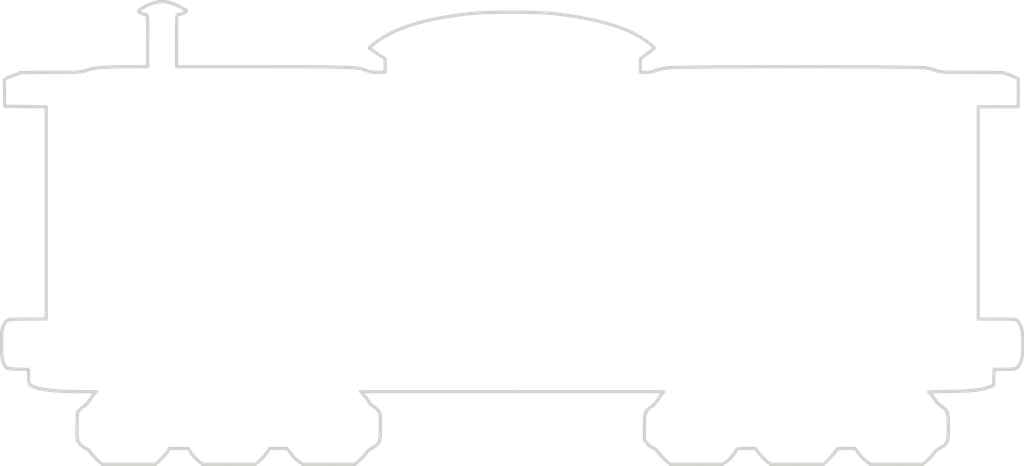
<source format=kicad_pcb>
(kicad_pcb (version 20171130) (host pcbnew 5.0.0-rc2-dev-unknown-bf135b0~64~ubuntu16.04.1)
  (layers (0 F.Cu signal) (31 B.Cu signal) (34 B.Paste user) (35 F.Paste user) (36 B.SilkS user) (37 F.SilkS user) (38 B.Mask user) (39 F.Mask user) (44 Edge.Cuts user))
  (net 0 "")
  (gr_line (start 22.662672 71.654196) (end 22.806072 71.649534) (layer Edge.Cuts) (width 0.15))
  (gr_line (start 22.523771 71.659524) (end 22.662672 71.654196) (layer Edge.Cuts) (width 0.15))
  (gr_line (start 22.389968 71.665519) (end 22.523771 71.659524) (layer Edge.Cuts) (width 0.15))
  (gr_line (start 22.261865 71.672179) (end 22.389968 71.665519) (layer Edge.Cuts) (width 0.15))
  (gr_line (start 22.140061 71.679505) (end 22.261865 71.672179) (layer Edge.Cuts) (width 0.15))
  (gr_line (start 22.025155 71.687498) (end 22.140061 71.679505) (layer Edge.Cuts) (width 0.15))
  (gr_line (start 21.917748 71.696156) (end 22.025155 71.687498) (layer Edge.Cuts) (width 0.15))
  (gr_line (start 21.81844 71.70548) (end 21.917748 71.696156) (layer Edge.Cuts) (width 0.15))
  (gr_line (start 21.72783 71.715471) (end 21.81844 71.70548) (layer Edge.Cuts) (width 0.15))
  (gr_line (start 17.154929 74.385183) (end 17.169459 74.389162) (layer Edge.Cuts) (width 0.15))
  (gr_line (start 17.140625 74.381) (end 17.154929 74.385183) (layer Edge.Cuts) (width 0.15))
  (gr_line (start 17.126529 74.37661) (end 17.140625 74.381) (layer Edge.Cuts) (width 0.15))
  (gr_line (start 17.112629 74.372011) (end 17.126529 74.37661) (layer Edge.Cuts) (width 0.15))
  (gr_line (start 17.098909 74.3672) (end 17.112629 74.372011) (layer Edge.Cuts) (width 0.15))
  (gr_line (start 17.085354 74.362175) (end 17.098909 74.3672) (layer Edge.Cuts) (width 0.15))
  (gr_line (start 17.071948 74.356933) (end 17.085354 74.362175) (layer Edge.Cuts) (width 0.15))
  (gr_line (start 17.058678 74.351473) (end 17.071948 74.356933) (layer Edge.Cuts) (width 0.15))
  (gr_line (start 17.045528 74.345792) (end 17.058678 74.351473) (layer Edge.Cuts) (width 0.15))
  (gr_line (start 3.998633 74.350046) (end 4.018371 74.342403) (layer Edge.Cuts) (width 0.15))
  (gr_line (start 3.97921 74.357232) (end 3.998633 74.350046) (layer Edge.Cuts) (width 0.15))
  (gr_line (start 3.959834 74.363976) (end 3.97921 74.357232) (layer Edge.Cuts) (width 0.15))
  (gr_line (start 3.940235 74.370289) (end 3.959834 74.363976) (layer Edge.Cuts) (width 0.15))
  (gr_line (start 3.920147 74.376188) (end 3.940235 74.370289) (layer Edge.Cuts) (width 0.15))
  (gr_line (start 34.174445 92.131205) (end 34.161568 92.149024) (layer Edge.Cuts) (width 0.15))
  (gr_line (start 34.186921 92.113451) (end 34.174445 92.131205) (layer Edge.Cuts) (width 0.15))
  (gr_line (start 34.198975 92.095784) (end 34.186921 92.113451) (layer Edge.Cuts) (width 0.15))
  (gr_line (start 34.210587 92.078226) (end 34.198975 92.095784) (layer Edge.Cuts) (width 0.15))
  (gr_line (start 34.221738 92.0608) (end 34.210587 92.078226) (layer Edge.Cuts) (width 0.15))
  (gr_line (start 34.232406 92.043528) (end 34.221738 92.0608) (layer Edge.Cuts) (width 0.15))
  (gr_line (start 3.872838 89.986442) (end 3.879171 89.982078) (layer Edge.Cuts) (width 0.15))
  (gr_line (start 3.866347 89.991043) (end 3.872838 89.986442) (layer Edge.Cuts) (width 0.15))
  (gr_line (start 3.859715 89.995869) (end 3.866347 89.991043) (layer Edge.Cuts) (width 0.15))
  (gr_line (start 3.852953 90.000911) (end 3.859715 89.995869) (layer Edge.Cuts) (width 0.15))
  (gr_line (start 3.846077 90.006156) (end 3.852953 90.000911) (layer Edge.Cuts) (width 0.15))
  (gr_line (start 3.839101 90.011595) (end 3.846077 90.006156) (layer Edge.Cuts) (width 0.15))
  (gr_line (start 3.832037 90.017215) (end 3.839101 90.011595) (layer Edge.Cuts) (width 0.15))
  (gr_line (start 3.824901 90.023007) (end 3.832037 90.017215) (layer Edge.Cuts) (width 0.15))
  (gr_line (start 3.710934 91.706278) (end 3.703795 91.697791) (layer Edge.Cuts) (width 0.15))
  (gr_line (start 3.718408 91.714814) (end 3.710934 91.706278) (layer Edge.Cuts) (width 0.15))
  (gr_line (start 3.726197 91.723383) (end 3.718408 91.714814) (layer Edge.Cuts) (width 0.15))
  (gr_line (start 3.73428 91.731968) (end 3.726197 91.723383) (layer Edge.Cuts) (width 0.15))
  (gr_line (start 3.74264 91.740553) (end 3.73428 91.731968) (layer Edge.Cuts) (width 0.15))
  (gr_line (start 3.751256 91.749122) (end 3.74264 91.740553) (layer Edge.Cuts) (width 0.15))
  (gr_line (start 3.760108 91.757658) (end 3.751256 91.749122) (layer Edge.Cuts) (width 0.15))
  (gr_line (start 3.769177 91.766145) (end 3.760108 91.757658) (layer Edge.Cuts) (width 0.15))
  (gr_line (start 43.215367 74.253301) (end 43.23579 74.257525) (layer Edge.Cuts) (width 0.15))
  (gr_line (start 43.194817 74.249185) (end 43.215367 74.253301) (layer Edge.Cuts) (width 0.15))
  (gr_line (start 43.174179 74.245183) (end 43.194817 74.249185) (layer Edge.Cuts) (width 0.15))
  (gr_line (start 43.153492 74.241306) (end 43.174179 74.245183) (layer Edge.Cuts) (width 0.15))
  (gr_line (start 43.132794 74.237564) (end 43.153492 74.241306) (layer Edge.Cuts) (width 0.15))
  (gr_line (start 43.112127 74.233964) (end 43.132794 74.237564) (layer Edge.Cuts) (width 0.15))
  (gr_line (start 43.091528 74.230516) (end 43.112127 74.233964) (layer Edge.Cuts) (width 0.15))
  (gr_line (start 43.071036 74.227229) (end 43.091528 74.230516) (layer Edge.Cuts) (width 0.15))
  (gr_line (start 43.050692 74.224113) (end 43.071036 74.227229) (layer Edge.Cuts) (width 0.15))
  (gr_line (start 43.030535 74.221177) (end 43.050692 74.224113) (layer Edge.Cuts) (width 0.15))
  (gr_line (start 43.010602 74.218429) (end 43.030535 74.221177) (layer Edge.Cuts) (width 0.15))
  (gr_line (start 42.990935 74.215879) (end 43.010602 74.218429) (layer Edge.Cuts) (width 0.15))
  (gr_line (start 3.922513 89.956997) (end 3.926805 89.955255) (layer Edge.Cuts) (width 0.15))
  (gr_line (start 3.917939 89.959074) (end 3.922513 89.956997) (layer Edge.Cuts) (width 0.15))
  (gr_line (start 3.913095 89.961475) (end 3.917939 89.959074) (layer Edge.Cuts) (width 0.15))
  (gr_line (start 3.907996 89.96419) (end 3.913095 89.961475) (layer Edge.Cuts) (width 0.15))
  (gr_line (start 3.902657 89.967207) (end 3.907996 89.96419) (layer Edge.Cuts) (width 0.15))
  (gr_line (start 3.89709 89.970515) (end 3.902657 89.967207) (layer Edge.Cuts) (width 0.15))
  (gr_line (start 3.891311 89.974103) (end 3.89709 89.970515) (layer Edge.Cuts) (width 0.15))
  (gr_line (start 3.885333 89.977961) (end 3.891311 89.974103) (layer Edge.Cuts) (width 0.15))
  (gr_line (start 3.879171 89.982078) (end 3.885333 89.977961) (layer Edge.Cuts) (width 0.15))
  (gr_line (start 0.801341 74.519484) (end 0.809952 74.516306) (layer Edge.Cuts) (width 0.15))
  (gr_line (start 0.792438 74.522665) (end 0.801341 74.519484) (layer Edge.Cuts) (width 0.15))
  (gr_line (start 0.783259 74.525843) (end 0.792438 74.522665) (layer Edge.Cuts) (width 0.15))
  (gr_line (start 0.773818 74.529012) (end 0.783259 74.525843) (layer Edge.Cuts) (width 0.15))
  (gr_line (start 0.76413 74.532165) (end 0.773818 74.529012) (layer Edge.Cuts) (width 0.15))
  (gr_line (start 0.754209 74.535297) (end 0.76413 74.532165) (layer Edge.Cuts) (width 0.15))
  (gr_line (start 0.744071 74.5384) (end 0.754209 74.535297) (layer Edge.Cuts) (width 0.15))
  (gr_line (start 0.733729 74.54147) (end 0.744071 74.5384) (layer Edge.Cuts) (width 0.15))
  (gr_line (start 0.723198 74.544499) (end 0.733729 74.54147) (layer Edge.Cuts) (width 0.15))
  (gr_line (start 0.712493 74.547481) (end 0.723198 74.544499) (layer Edge.Cuts) (width 0.15))
  (gr_line (start 46.816031 74.515177) (end 46.819989 74.515714) (layer Edge.Cuts) (width 0.15))
  (gr_line (start 46.812078 74.514533) (end 46.816031 74.515177) (layer Edge.Cuts) (width 0.15))
  (gr_line (start 46.808138 74.513787) (end 46.812078 74.514533) (layer Edge.Cuts) (width 0.15))
  (gr_line (start 46.804218 74.512941) (end 46.808138 74.513787) (layer Edge.Cuts) (width 0.15))
  (gr_line (start 46.800325 74.511998) (end 46.804218 74.512941) (layer Edge.Cuts) (width 0.15))
  (gr_line (start 46.796466 74.510961) (end 46.800325 74.511998) (layer Edge.Cuts) (width 0.15))
  (gr_line (start 46.792648 74.509834) (end 46.796466 74.510961) (layer Edge.Cuts) (width 0.15))
  (gr_line (start 46.788877 74.508619) (end 46.792648 74.509834) (layer Edge.Cuts) (width 0.15))
  (gr_line (start 46.785162 74.50732) (end 46.788877 74.508619) (layer Edge.Cuts) (width 0.15))
  (gr_line (start 46.781509 74.50594) (end 46.785162 74.50732) (layer Edge.Cuts) (width 0.15))
  (gr_line (start 46.777926 74.504481) (end 46.781509 74.50594) (layer Edge.Cuts) (width 0.15))
  (gr_line (start 46.774418 74.502947) (end 46.777926 74.504481) (layer Edge.Cuts) (width 0.15))
  (gr_line (start 46.770994 74.501342) (end 46.774418 74.502947) (layer Edge.Cuts) (width 0.15))
  (gr_line (start 46.76766 74.499667) (end 46.770994 74.501342) (layer Edge.Cuts) (width 0.15))
  (gr_line (start 46.764424 74.497926) (end 46.76766 74.499667) (layer Edge.Cuts) (width 0.15))
  (gr_line (start 17.366775 74.421808) (end 17.385584 74.423342) (layer Edge.Cuts) (width 0.15))
  (gr_line (start 17.348384 74.4201) (end 17.366775 74.421808) (layer Edge.Cuts) (width 0.15))
  (gr_line (start 17.330398 74.418216) (end 17.348384 74.4201) (layer Edge.Cuts) (width 0.15))
  (gr_line (start 17.3128 74.416153) (end 17.330398 74.418216) (layer Edge.Cuts) (width 0.15))
  (gr_line (start 17.295576 74.413909) (end 17.3128 74.416153) (layer Edge.Cuts) (width 0.15))
  (gr_line (start 17.278712 74.411482) (end 17.295576 74.413909) (layer Edge.Cuts) (width 0.15))
  (gr_line (start 17.262191 74.408869) (end 17.278712 74.411482) (layer Edge.Cuts) (width 0.15))
  (gr_line (start 17.246 74.406069) (end 17.262191 74.408869) (layer Edge.Cuts) (width 0.15))
  (gr_line (start 17.230123 74.403077) (end 17.246 74.406069) (layer Edge.Cuts) (width 0.15))
  (gr_line (start 17.214545 74.399893) (end 17.230123 74.403077) (layer Edge.Cuts) (width 0.15))
  (gr_line (start 17.199252 74.396514) (end 17.214545 74.399893) (layer Edge.Cuts) (width 0.15))
  (gr_line (start 17.184228 74.392938) (end 17.199252 74.396514) (layer Edge.Cuts) (width 0.15))
  (gr_line (start 17.169459 74.389162) (end 17.184228 74.392938) (layer Edge.Cuts) (width 0.15))
  (gr_line (start 1.36967 88.917631) (end 1.366495 88.907174) (layer Edge.Cuts) (width 0.15))
  (gr_line (start 1.373143 88.927243) (end 1.36967 88.917631) (layer Edge.Cuts) (width 0.15))
  (gr_line (start 1.376933 88.936078) (end 1.373143 88.927243) (layer Edge.Cuts) (width 0.15))
  (gr_line (start 1.38106 88.944201) (end 1.376933 88.936078) (layer Edge.Cuts) (width 0.15))
  (gr_line (start 1.385544 88.951678) (end 1.38106 88.944201) (layer Edge.Cuts) (width 0.15))
  (gr_line (start 1.390407 88.958576) (end 1.385544 88.951678) (layer Edge.Cuts) (width 0.15))
  (gr_line (start 1.395666 88.96496) (end 1.390407 88.958576) (layer Edge.Cuts) (width 0.15))
  (gr_line (start 1.401343 88.970896) (end 1.395666 88.96496) (layer Edge.Cuts) (width 0.15))
  (gr_line (start 1.407458 88.976451) (end 1.401343 88.970896) (layer Edge.Cuts) (width 0.15))
  (gr_line (start 0.353879 88.195975) (end 0.343476 88.191631) (layer Edge.Cuts) (width 0.15))
  (gr_line (start 0.365181 88.199974) (end 0.353879 88.195975) (layer Edge.Cuts) (width 0.15))
  (gr_line (start 0.37748 88.20365) (end 0.365181 88.199974) (layer Edge.Cuts) (width 0.15))
  (gr_line (start 0.390872 88.207023) (end 0.37748 88.20365) (layer Edge.Cuts) (width 0.15))
  (gr_line (start 0.405455 88.210113) (end 0.390872 88.207023) (layer Edge.Cuts) (width 0.15))
  (gr_line (start 0.421323 88.212941) (end 0.405455 88.210113) (layer Edge.Cuts) (width 0.15))
  (gr_line (start 0.438576 88.215527) (end 0.421323 88.212941) (layer Edge.Cuts) (width 0.15))
  (gr_line (start 0.457309 88.217891) (end 0.438576 88.215527) (layer Edge.Cuts) (width 0.15))
  (gr_line (start 0.477619 88.220055) (end 0.457309 88.217891) (layer Edge.Cuts) (width 0.15))
  (gr_line (start 4.257588 92.168678) (end 4.249379 92.158581) (layer Edge.Cuts) (width 0.15))
  (gr_line (start 4.266229 92.179118) (end 4.257588 92.168678) (layer Edge.Cuts) (width 0.15))
  (gr_line (start 4.275281 92.189879) (end 4.266229 92.179118) (layer Edge.Cuts) (width 0.15))
  (gr_line (start 4.284721 92.200935) (end 4.275281 92.189879) (layer Edge.Cuts) (width 0.15))
  (gr_line (start 4.294528 92.212262) (end 4.284721 92.200935) (layer Edge.Cuts) (width 0.15))
  (gr_line (start 4.30468 92.223837) (end 4.294528 92.212262) (layer Edge.Cuts) (width 0.15))
  (gr_line (start 4.315157 92.235635) (end 4.30468 92.223837) (layer Edge.Cuts) (width 0.15))
  (gr_line (start 4.325935 92.247633) (end 4.315157 92.235635) (layer Edge.Cuts) (width 0.15))
  (gr_line (start 4.336994 92.259805) (end 4.325935 92.247633) (layer Edge.Cuts) (width 0.15))
  (gr_line (start 44.114986 91.048354) (end 44.113998 91.10611) (layer Edge.Cuts) (width 0.15))
  (gr_line (start 44.115549 90.987468) (end 44.114986 91.048354) (layer Edge.Cuts) (width 0.15))
  (gr_line (start 17.277344 91.921619) (end 17.266232 91.928266) (layer Edge.Cuts) (width 0.15))
  (gr_line (start 17.288488 91.915171) (end 17.277344 91.921619) (layer Edge.Cuts) (width 0.15))
  (gr_line (start 17.299643 91.908939) (end 17.288488 91.915171) (layer Edge.Cuts) (width 0.15))
  (gr_line (start 17.31079 91.902937) (end 17.299643 91.908939) (layer Edge.Cuts) (width 0.15))
  (gr_line (start 17.321912 91.897183) (end 17.31079 91.902937) (layer Edge.Cuts) (width 0.15))
  (gr_line (start 44.173006 74.424449) (end 44.238574 74.425582) (layer Edge.Cuts) (width 0.15))
  (gr_line (start 44.112367 74.423133) (end 44.173006 74.424449) (layer Edge.Cuts) (width 0.15))
  (gr_line (start 44.056393 74.42162) (end 44.112367 74.423133) (layer Edge.Cuts) (width 0.15))
  (gr_line (start 44.004823 74.419898) (end 44.056393 74.42162) (layer Edge.Cuts) (width 0.15))
  (gr_line (start 43.957394 74.417953) (end 44.004823 74.419898) (layer Edge.Cuts) (width 0.15))
  (gr_line (start 43.913843 74.415772) (end 43.957394 74.417953) (layer Edge.Cuts) (width 0.15))
  (gr_line (start 43.873907 74.413341) (end 43.913843 74.415772) (layer Edge.Cuts) (width 0.15))
  (gr_line (start 43.837324 74.410649) (end 43.873907 74.413341) (layer Edge.Cuts) (width 0.15))
  (gr_line (start 43.803832 74.407681) (end 43.837324 74.410649) (layer Edge.Cuts) (width 0.15))
  (gr_line (start 43.773169 74.404424) (end 43.803832 74.407681) (layer Edge.Cuts) (width 0.15))
  (gr_line (start 43.74507 74.400865) (end 43.773169 74.404424) (layer Edge.Cuts) (width 0.15))
  (gr_line (start 43.719275 74.396992) (end 43.74507 74.400865) (layer Edge.Cuts) (width 0.15))
  (gr_line (start 43.695519 74.39279) (end 43.719275 74.396992) (layer Edge.Cuts) (width 0.15))
  (gr_line (start 43.673542 74.388248) (end 43.695519 74.39279) (layer Edge.Cuts) (width 0.15))
  (gr_line (start 46.72582 74.467839) (end 46.73244 74.47039) (layer Edge.Cuts) (width 0.15))
  (gr_line (start 46.715919 74.465362) (end 46.72582 74.467839) (layer Edge.Cuts) (width 0.15))
  (gr_line (start 46.702765 74.462961) (end 46.715919 74.465362) (layer Edge.Cuts) (width 0.15))
  (gr_line (start 46.686387 74.460637) (end 46.702765 74.462961) (layer Edge.Cuts) (width 0.15))
  (gr_line (start 46.666813 74.458389) (end 46.686387 74.460637) (layer Edge.Cuts) (width 0.15))
  (gr_line (start 46.644073 74.45622) (end 46.666813 74.458389) (layer Edge.Cuts) (width 0.15))
  (gr_line (start 46.618196 74.45413) (end 46.644073 74.45622) (layer Edge.Cuts) (width 0.15))
  (gr_line (start 46.589209 74.452119) (end 46.618196 74.45413) (layer Edge.Cuts) (width 0.15))
  (gr_line (start 46.557142 74.450189) (end 46.589209 74.452119) (layer Edge.Cuts) (width 0.15))
  (gr_line (start 46.522024 74.44834) (end 46.557142 74.450189) (layer Edge.Cuts) (width 0.15))
  (gr_line (start 46.483882 74.446573) (end 46.522024 74.44834) (layer Edge.Cuts) (width 0.15))
  (gr_line (start 46.442747 74.444889) (end 46.483882 74.446573) (layer Edge.Cuts) (width 0.15))
  (gr_line (start 46.398646 74.44329) (end 46.442747 74.444889) (layer Edge.Cuts) (width 0.15))
  (gr_line (start 46.351608 74.441774) (end 46.398646 74.44329) (layer Edge.Cuts) (width 0.15))
  (gr_line (start 3.939125 89.950314) (end 3.943745 89.947735) (layer Edge.Cuts) (width 0.15))
  (gr_line (start 3.934805 89.95236) (end 3.939125 89.950314) (layer Edge.Cuts) (width 0.15))
  (gr_line (start 3.930801 89.953859) (end 3.934805 89.95236) (layer Edge.Cuts) (width 0.15))
  (gr_line (start 9.22486 92.503306) (end 9.214514 92.494692) (layer Edge.Cuts) (width 0.15))
  (gr_line (start 8.007773 71.222738) (end 8.033125 71.231574) (layer Edge.Cuts) (width 0.15))
  (gr_line (start 5.303801 74.178903) (end 5.387751 74.176755) (layer Edge.Cuts) (width 0.15))
  (gr_line (start 5.222703 74.181387) (end 5.303801 74.178903) (layer Edge.Cuts) (width 0.15))
  (gr_line (start 5.144404 74.184212) (end 5.222703 74.181387) (layer Edge.Cuts) (width 0.15))
  (gr_line (start 5.068846 74.187383) (end 5.144404 74.184212) (layer Edge.Cuts) (width 0.15))
  (gr_line (start 4.995977 74.190903) (end 5.068846 74.187383) (layer Edge.Cuts) (width 0.15))
  (gr_line (start 4.92574 74.194779) (end 4.995977 74.190903) (layer Edge.Cuts) (width 0.15))
  (gr_line (start 4.85808 74.199015) (end 4.92574 74.194779) (layer Edge.Cuts) (width 0.15))
  (gr_line (start 4.792944 74.203616) (end 4.85808 74.199015) (layer Edge.Cuts) (width 0.15))
  (gr_line (start 4.730275 74.208587) (end 4.792944 74.203616) (layer Edge.Cuts) (width 0.15))
  (gr_line (start 4.67002 74.213933) (end 4.730275 74.208587) (layer Edge.Cuts) (width 0.15))
  (gr_line (start 4.018371 74.342403) (end 4.049026 74.330851) (layer Edge.Cuts) (width 0.15))
  (gr_line (start 4.049026 74.330851) (end 4.08127 74.319747) (layer Edge.Cuts) (width 0.15))
  (gr_line (start 2.120932 74.430147) (end 2.195475 74.429908) (layer Edge.Cuts) (width 0.15))
  (gr_line (start 2.047601 74.430477) (end 2.120932 74.430147) (layer Edge.Cuts) (width 0.15))
  (gr_line (start 1.975582 74.430896) (end 2.047601 74.430477) (layer Edge.Cuts) (width 0.15))
  (gr_line (start 1.904979 74.431401) (end 1.975582 74.430896) (layer Edge.Cuts) (width 0.15))
  (gr_line (start 1.835894 74.43199) (end 1.904979 74.431401) (layer Edge.Cuts) (width 0.15))
  (gr_line (start 1.768428 74.43266) (end 1.835894 74.43199) (layer Edge.Cuts) (width 0.15))
  (gr_line (start 1.702685 74.43341) (end 1.768428 74.43266) (layer Edge.Cuts) (width 0.15))
  (gr_line (start 1.638765 74.434235) (end 1.702685 74.43341) (layer Edge.Cuts) (width 0.15))
  (gr_line (start 1.576772 74.435134) (end 1.638765 74.434235) (layer Edge.Cuts) (width 0.15))
  (gr_line (start 1.516807 74.436105) (end 1.576772 74.435134) (layer Edge.Cuts) (width 0.15))
  (gr_line (start 3.989793 89.9099) (end 3.996467 89.903261) (layer Edge.Cuts) (width 0.15))
  (gr_line (start 3.983289 89.916152) (end 3.989793 89.9099) (layer Edge.Cuts) (width 0.15))
  (gr_line (start 3.976969 89.922001) (end 3.983289 89.916152) (layer Edge.Cuts) (width 0.15))
  (gr_line (start 3.970849 89.927431) (end 3.976969 89.922001) (layer Edge.Cuts) (width 0.15))
  (gr_line (start 3.964943 89.932427) (end 3.970849 89.927431) (layer Edge.Cuts) (width 0.15))
  (gr_line (start 3.959265 89.936971) (end 3.964943 89.932427) (layer Edge.Cuts) (width 0.15))
  (gr_line (start 3.953829 89.941048) (end 3.959265 89.936971) (layer Edge.Cuts) (width 0.15))
  (gr_line (start 3.948651 89.944641) (end 3.953829 89.941048) (layer Edge.Cuts) (width 0.15))
  (gr_line (start 3.943745 89.947735) (end 3.948651 89.944641) (layer Edge.Cuts) (width 0.15))
  (gr_line (start 45.093778 74.429691) (end 45.223069 74.429712) (layer Edge.Cuts) (width 0.15))
  (gr_line (start 44.97204 74.429617) (end 45.093778 74.429691) (layer Edge.Cuts) (width 0.15))
  (gr_line (start 44.857594 74.429479) (end 44.97204 74.429617) (layer Edge.Cuts) (width 0.15))
  (gr_line (start 44.750177 74.429262) (end 44.857594 74.429479) (layer Edge.Cuts) (width 0.15))
  (gr_line (start 44.649526 74.428954) (end 44.750177 74.429262) (layer Edge.Cuts) (width 0.15))
  (gr_line (start 44.555378 74.428541) (end 44.649526 74.428954) (layer Edge.Cuts) (width 0.15))
  (gr_line (start 44.467472 74.42801) (end 44.555378 74.428541) (layer Edge.Cuts) (width 0.15))
  (gr_line (start 44.385544 74.427349) (end 44.467472 74.42801) (layer Edge.Cuts) (width 0.15))
  (gr_line (start 44.309332 74.426544) (end 44.385544 74.427349) (layer Edge.Cuts) (width 0.15))
  (gr_line (start 44.238574 74.425582) (end 44.309332 74.426544) (layer Edge.Cuts) (width 0.15))
  (gr_line (start 16.768642 92.437299) (end 16.756287 92.448673) (layer Edge.Cuts) (width 0.15))
  (gr_line (start 16.781007 92.425751) (end 16.768642 92.437299) (layer Edge.Cuts) (width 0.15))
  (gr_line (start 16.793361 92.414054) (end 16.781007 92.425751) (layer Edge.Cuts) (width 0.15))
  (gr_line (start 16.805684 92.40223) (end 16.793361 92.414054) (layer Edge.Cuts) (width 0.15))
  (gr_line (start 16.817955 92.390302) (end 16.805684 92.40223) (layer Edge.Cuts) (width 0.15))
  (gr_line (start 16.830154 92.378294) (end 16.817955 92.390302) (layer Edge.Cuts) (width 0.15))
  (gr_line (start 16.842259 92.366229) (end 16.830154 92.378294) (layer Edge.Cuts) (width 0.15))
  (gr_line (start 16.854249 92.35413) (end 16.842259 92.366229) (layer Edge.Cuts) (width 0.15))
  (gr_line (start 16.866105 92.342021) (end 16.854249 92.35413) (layer Edge.Cuts) (width 0.15))
  (gr_line (start 16.877805 92.329924) (end 16.866105 92.342021) (layer Edge.Cuts) (width 0.15))
  (gr_line (start 16.889328 92.317862) (end 16.877805 92.329924) (layer Edge.Cuts) (width 0.15))
  (gr_line (start 16.900654 92.305859) (end 16.889328 92.317862) (layer Edge.Cuts) (width 0.15))
  (gr_line (start 16.911762 92.293938) (end 16.900654 92.305859) (layer Edge.Cuts) (width 0.15))
  (gr_line (start 16.922631 92.282122) (end 16.911762 92.293938) (layer Edge.Cuts) (width 0.15))
  (gr_line (start 44.115727 90.923344) (end 44.115549 90.987468) (layer Edge.Cuts) (width 0.15))
  (gr_line (start 44.020294 91.669405) (end 44.00693 91.691595) (layer Edge.Cuts) (width 0.15))
  (gr_line (start 44.032577 91.645793) (end 44.020294 91.669405) (layer Edge.Cuts) (width 0.15))
  (gr_line (start 44.04382 91.620652) (end 44.032577 91.645793) (layer Edge.Cuts) (width 0.15))
  (gr_line (start 44.054064 91.593875) (end 44.04382 91.620652) (layer Edge.Cuts) (width 0.15))
  (gr_line (start 44.063351 91.565356) (end 44.054064 91.593875) (layer Edge.Cuts) (width 0.15))
  (gr_line (start 44.07172 91.534988) (end 44.063351 91.565356) (layer Edge.Cuts) (width 0.15))
  (gr_line (start 44.079213 91.502663) (end 44.07172 91.534988) (layer Edge.Cuts) (width 0.15))
  (gr_line (start 44.085872 91.468276) (end 44.079213 91.502663) (layer Edge.Cuts) (width 0.15))
  (gr_line (start 44.091736 91.43172) (end 44.085872 91.468276) (layer Edge.Cuts) (width 0.15))
  (gr_line (start 44.096848 91.392887) (end 44.091736 91.43172) (layer Edge.Cuts) (width 0.15))
  (gr_line (start 44.101247 91.351671) (end 44.096848 91.392887) (layer Edge.Cuts) (width 0.15))
  (gr_line (start 44.104976 91.307966) (end 44.101247 91.351671) (layer Edge.Cuts) (width 0.15))
  (gr_line (start 44.108074 91.261664) (end 44.104976 91.307966) (layer Edge.Cuts) (width 0.15))
  (gr_line (start 44.110583 91.212658) (end 44.108074 91.261664) (layer Edge.Cuts) (width 0.15))
  (gr_line (start 44.112544 91.160843) (end 44.110583 91.212658) (layer Edge.Cuts) (width 0.15))
  (gr_line (start 44.113998 91.10611) (end 44.112544 91.160843) (layer Edge.Cuts) (width 0.15))
  (gr_line (start 4.129206 89.73603) (end 4.136363 89.725108) (layer Edge.Cuts) (width 0.15))
  (gr_line (start 1.342009 88.63516) (end 1.340884 88.604114) (layer Edge.Cuts) (width 0.15))
  (gr_line (start 1.34313 88.66437) (end 1.342009 88.63516) (layer Edge.Cuts) (width 0.15))
  (gr_line (start 1.344268 88.691812) (end 1.34313 88.66437) (layer Edge.Cuts) (width 0.15))
  (gr_line (start 1.345442 88.717551) (end 1.344268 88.691812) (layer Edge.Cuts) (width 0.15))
  (gr_line (start 1.346673 88.741652) (end 1.345442 88.717551) (layer Edge.Cuts) (width 0.15))
  (gr_line (start 1.34798 88.764183) (end 1.346673 88.741652) (layer Edge.Cuts) (width 0.15))
  (gr_line (start 35.14388 91.924443) (end 34.724241 91.924443) (layer Edge.Cuts) (width 0.15))
  (gr_line (start 35.294266 92.133769) (end 35.14388 91.924443) (layer Edge.Cuts) (width 0.15))
  (gr_line (start 33.785002 92.538438) (end 33.768697 92.550665) (layer Edge.Cuts) (width 0.15))
  (gr_line (start 33.801413 92.525721) (end 33.785002 92.538438) (layer Edge.Cuts) (width 0.15))
  (gr_line (start 33.81791 92.512536) (end 33.801413 92.525721) (layer Edge.Cuts) (width 0.15))
  (gr_line (start 33.834473 92.498906) (end 33.81791 92.512536) (layer Edge.Cuts) (width 0.15))
  (gr_line (start 33.851082 92.484852) (end 33.834473 92.498906) (layer Edge.Cuts) (width 0.15))
  (gr_line (start 33.867716 92.470396) (end 33.851082 92.484852) (layer Edge.Cuts) (width 0.15))
  (gr_line (start 33.884355 92.455562) (end 33.867716 92.470396) (layer Edge.Cuts) (width 0.15))
  (gr_line (start 33.900978 92.44037) (end 33.884355 92.455562) (layer Edge.Cuts) (width 0.15))
  (gr_line (start 30.708121 92.216194) (end 30.697902 92.203876) (layer Edge.Cuts) (width 0.15))
  (gr_line (start 30.71862 92.228663) (end 30.708121 92.216194) (layer Edge.Cuts) (width 0.15))
  (gr_line (start 30.729374 92.241258) (end 30.71862 92.228663) (layer Edge.Cuts) (width 0.15))
  (gr_line (start 30.74036 92.253953) (end 30.729374 92.241258) (layer Edge.Cuts) (width 0.15))
  (gr_line (start 30.751555 92.266721) (end 30.74036 92.253953) (layer Edge.Cuts) (width 0.15))
  (gr_line (start 30.762933 92.279539) (end 30.751555 92.266721) (layer Edge.Cuts) (width 0.15))
  (gr_line (start 30.774471 92.292379) (end 30.762933 92.279539) (layer Edge.Cuts) (width 0.15))
  (gr_line (start 30.786146 92.305217) (end 30.774471 92.292379) (layer Edge.Cuts) (width 0.15))
  (gr_line (start 30.797934 92.318027) (end 30.786146 92.305217) (layer Edge.Cuts) (width 0.15))
  (gr_line (start 30.80981 92.330783) (end 30.797934 92.318027) (layer Edge.Cuts) (width 0.15))
  (gr_line (start 30.82175 92.343459) (end 30.80981 92.330783) (layer Edge.Cuts) (width 0.15))
  (gr_line (start 30.833732 92.35603) (end 30.82175 92.343459) (layer Edge.Cuts) (width 0.15))
  (gr_line (start 30.845731 92.36847) (end 30.833732 92.35603) (layer Edge.Cuts) (width 0.15))
  (gr_line (start 30.857723 92.380753) (end 30.845731 92.36847) (layer Edge.Cuts) (width 0.15))
  (gr_line (start 30.869684 92.392855) (end 30.857723 92.380753) (layer Edge.Cuts) (width 0.15))
  (gr_line (start 30.88159 92.404749) (end 30.869684 92.392855) (layer Edge.Cuts) (width 0.15))
  (gr_line (start 30.893418 92.41641) (end 30.88159 92.404749) (layer Edge.Cuts) (width 0.15))
  (gr_line (start 17.353751 91.880766) (end 17.321912 91.897183) (layer Edge.Cuts) (width 0.15))
  (gr_line (start 17.100563 92.056631) (end 17.093274 92.064191) (layer Edge.Cuts) (width 0.15))
  (gr_line (start 17.108226 92.048988) (end 17.100563 92.056631) (layer Edge.Cuts) (width 0.15))
  (gr_line (start 17.116246 92.041279) (end 17.108226 92.048988) (layer Edge.Cuts) (width 0.15))
  (gr_line (start 17.124602 92.033518) (end 17.116246 92.041279) (layer Edge.Cuts) (width 0.15))
  (gr_line (start 17.133275 92.025722) (end 17.124602 92.033518) (layer Edge.Cuts) (width 0.15))
  (gr_line (start 17.142247 92.017905) (end 17.133275 92.025722) (layer Edge.Cuts) (width 0.15))
  (gr_line (start 17.151498 92.010085) (end 17.142247 92.017905) (layer Edge.Cuts) (width 0.15))
  (gr_line (start 17.16101 92.002275) (end 17.151498 92.010085) (layer Edge.Cuts) (width 0.15))
  (gr_line (start 17.170762 91.994493) (end 17.16101 92.002275) (layer Edge.Cuts) (width 0.15))
  (gr_line (start 17.180737 91.986754) (end 17.170762 91.994493) (layer Edge.Cuts) (width 0.15))
  (gr_line (start 17.190914 91.979074) (end 17.180737 91.986754) (layer Edge.Cuts) (width 0.15))
  (gr_line (start 17.201276 91.971467) (end 17.190914 91.979074) (layer Edge.Cuts) (width 0.15))
  (gr_line (start 17.211802 91.963951) (end 17.201276 91.971467) (layer Edge.Cuts) (width 0.15))
  (gr_line (start 17.222473 91.95654) (end 17.211802 91.963951) (layer Edge.Cuts) (width 0.15))
  (gr_line (start 17.233271 91.94925) (end 17.222473 91.95654) (layer Edge.Cuts) (width 0.15))
  (gr_line (start 17.244176 91.942097) (end 17.233271 91.94925) (layer Edge.Cuts) (width 0.15))
  (gr_line (start 17.25517 91.935098) (end 17.244176 91.942097) (layer Edge.Cuts) (width 0.15))
  (gr_line (start 17.266232 91.928266) (end 17.25517 91.935098) (layer Edge.Cuts) (width 0.15))
  (gr_line (start 17.123506 89.69833) (end 17.12934 89.707473) (layer Edge.Cuts) (width 0.15))
  (gr_line (start 17.117391 89.688938) (end 17.123506 89.69833) (layer Edge.Cuts) (width 0.15))
  (gr_line (start 17.111012 89.67932) (end 17.117391 89.688938) (layer Edge.Cuts) (width 0.15))
  (gr_line (start 17.104382 89.669497) (end 17.111012 89.67932) (layer Edge.Cuts) (width 0.15))
  (gr_line (start 17.097519 89.65949) (end 17.104382 89.669497) (layer Edge.Cuts) (width 0.15))
  (gr_line (start 17.090438 89.64932) (end 17.097519 89.65949) (layer Edge.Cuts) (width 0.15))
  (gr_line (start 17.083154 89.639009) (end 17.090438 89.64932) (layer Edge.Cuts) (width 0.15))
  (gr_line (start 17.075683 89.628578) (end 17.083154 89.639009) (layer Edge.Cuts) (width 0.15))
  (gr_line (start 17.068041 89.618048) (end 17.075683 89.628578) (layer Edge.Cuts) (width 0.15))
  (gr_line (start 17.060244 89.60744) (end 17.068041 89.618048) (layer Edge.Cuts) (width 0.15))
  (gr_line (start 17.052306 89.596777) (end 17.060244 89.60744) (layer Edge.Cuts) (width 0.15))
  (gr_line (start 17.044245 89.586079) (end 17.052306 89.596777) (layer Edge.Cuts) (width 0.15))
  (gr_line (start 17.036075 89.575367) (end 17.044245 89.586079) (layer Edge.Cuts) (width 0.15))
  (gr_line (start 17.027812 89.564664) (end 17.036075 89.575367) (layer Edge.Cuts) (width 0.15))
  (gr_line (start 17.019472 89.553989) (end 17.027812 89.564664) (layer Edge.Cuts) (width 0.15))
  (gr_line (start 17.011071 89.543365) (end 17.019472 89.553989) (layer Edge.Cuts) (width 0.15))
  (gr_line (start 17.002623 89.532813) (end 17.011071 89.543365) (layer Edge.Cuts) (width 0.15))
  (gr_line (start 16.994146 89.522354) (end 17.002623 89.532813) (layer Edge.Cuts) (width 0.15))
  (gr_line (start 8.287002 71.338712) (end 8.315911 71.352578) (layer Edge.Cuts) (width 0.15))
  (gr_line (start 8.257919 71.325077) (end 8.287002 71.338712) (layer Edge.Cuts) (width 0.15))
  (gr_line (start 8.22878 71.311734) (end 8.257919 71.325077) (layer Edge.Cuts) (width 0.15))
  (gr_line (start 8.199703 71.298744) (end 8.22878 71.311734) (layer Edge.Cuts) (width 0.15))
  (gr_line (start 8.170806 71.286166) (end 8.199703 71.298744) (layer Edge.Cuts) (width 0.15))
  (gr_line (start 8.142205 71.27406) (end 8.170806 71.286166) (layer Edge.Cuts) (width 0.15))
  (gr_line (start 8.114019 71.262488) (end 8.142205 71.27406) (layer Edge.Cuts) (width 0.15))
  (gr_line (start 8.086365 71.25151) (end 8.114019 71.262488) (layer Edge.Cuts) (width 0.15))
  (gr_line (start 8.059361 71.241185) (end 8.086365 71.25151) (layer Edge.Cuts) (width 0.15))
  (gr_line (start 8.033125 71.231574) (end 8.059361 71.241185) (layer Edge.Cuts) (width 0.15))
  (gr_line (start 17.403266 73.465709) (end 17.386841 73.454215) (layer Edge.Cuts) (width 0.15))
  (gr_line (start 17.420149 73.477413) (end 17.403266 73.465709) (layer Edge.Cuts) (width 0.15))
  (gr_line (start 17.437466 73.489309) (end 17.420149 73.477413) (layer Edge.Cuts) (width 0.15))
  (gr_line (start 17.455192 73.501377) (end 17.437466 73.489309) (layer Edge.Cuts) (width 0.15))
  (gr_line (start 17.473301 73.513599) (end 17.455192 73.501377) (layer Edge.Cuts) (width 0.15))
  (gr_line (start 17.491768 73.525955) (end 17.473301 73.513599) (layer Edge.Cuts) (width 0.15))
  (gr_line (start 17.510567 73.538427) (end 17.491768 73.525955) (layer Edge.Cuts) (width 0.15))
  (gr_line (start 17.529675 73.550994) (end 17.510567 73.538427) (layer Edge.Cuts) (width 0.15))
  (gr_line (start 17.549066 73.563639) (end 17.529675 73.550994) (layer Edge.Cuts) (width 0.15))
  (gr_line (start 7.456955 71.146467) (end 7.48411 71.144584) (layer Edge.Cuts) (width 0.15))
  (gr_line (start 7.429684 71.148975) (end 7.456955 71.146467) (layer Edge.Cuts) (width 0.15))
  (gr_line (start 7.402262 71.152111) (end 7.429684 71.148975) (layer Edge.Cuts) (width 0.15))
  (gr_line (start 7.374658 71.155875) (end 7.402262 71.152111) (layer Edge.Cuts) (width 0.15))
  (gr_line (start 7.346838 71.160267) (end 7.374658 71.155875) (layer Edge.Cuts) (width 0.15))
  (gr_line (start 7.318768 71.165288) (end 7.346838 71.160267) (layer Edge.Cuts) (width 0.15))
  (gr_line (start 7.290416 71.170939) (end 7.318768 71.165288) (layer Edge.Cuts) (width 0.15))
  (gr_line (start 7.261748 71.177221) (end 7.290416 71.170939) (layer Edge.Cuts) (width 0.15))
  (gr_line (start 7.23273 71.184135) (end 7.261748 71.177221) (layer Edge.Cuts) (width 0.15))
  (gr_line (start 7.203329 71.191681) (end 7.23273 71.184135) (layer Edge.Cuts) (width 0.15))
  (gr_line (start 30.905144 92.427811) (end 30.893418 92.41641) (layer Edge.Cuts) (width 0.15))
  (gr_line (start 30.916744 92.438928) (end 30.905144 92.427811) (layer Edge.Cuts) (width 0.15))
  (gr_line (start 30.928193 92.449735) (end 30.916744 92.438928) (layer Edge.Cuts) (width 0.15))
  (gr_line (start 30.939469 92.460206) (end 30.928193 92.449735) (layer Edge.Cuts) (width 0.15))
  (gr_line (start 30.950547 92.470315) (end 30.939469 92.460206) (layer Edge.Cuts) (width 0.15))
  (gr_line (start 30.961403 92.480037) (end 30.950547 92.470315) (layer Edge.Cuts) (width 0.15))
  (gr_line (start 30.972014 92.489347) (end 30.961403 92.480037) (layer Edge.Cuts) (width 0.15))
  (gr_line (start 30.982355 92.498218) (end 30.972014 92.489347) (layer Edge.Cuts) (width 0.15))
  (gr_line (start 47.004432 85.910153) (end 47.039174 85.91157) (layer Edge.Cuts) (width 0.15))
  (gr_line (start 46.966488 85.908964) (end 47.004432 85.910153) (layer Edge.Cuts) (width 0.15))
  (gr_line (start 46.925155 85.907982) (end 46.966488 85.908964) (layer Edge.Cuts) (width 0.15))
  (gr_line (start 46.880246 85.907189) (end 46.925155 85.907982) (layer Edge.Cuts) (width 0.15))
  (gr_line (start 46.831571 85.906563) (end 46.880246 85.907189) (layer Edge.Cuts) (width 0.15))
  (gr_line (start 46.778943 85.906086) (end 46.831571 85.906563) (layer Edge.Cuts) (width 0.15))
  (gr_line (start 46.722176 85.905737) (end 46.778943 85.906086) (layer Edge.Cuts) (width 0.15))
  (gr_line (start 46.66108 85.905496) (end 46.722176 85.905737) (layer Edge.Cuts) (width 0.15))
  (gr_line (start 46.595467 85.905343) (end 46.66108 85.905496) (layer Edge.Cuts) (width 0.15))
  (gr_line (start 46.525151 85.905258) (end 46.595467 85.905343) (layer Edge.Cuts) (width 0.15))
  (gr_line (start 46.449944 85.905222) (end 46.525151 85.905258) (layer Edge.Cuts) (width 0.15))
  (gr_line (start 46.369656 85.905215) (end 46.449944 85.905222) (layer Edge.Cuts) (width 0.15))
  (gr_line (start 3.684578 91.672787) (end 3.678972 91.66466) (layer Edge.Cuts) (width 0.15))
  (gr_line (start 3.690597 91.681029) (end 3.684578 91.672787) (layer Edge.Cuts) (width 0.15))
  (gr_line (start 3.697009 91.689369) (end 3.690597 91.681029) (layer Edge.Cuts) (width 0.15))
  (gr_line (start 3.703795 91.697791) (end 3.697009 91.689369) (layer Edge.Cuts) (width 0.15))
  (gr_line (start 43.643464 89.843675) (end 43.652697 89.853265) (layer Edge.Cuts) (width 0.15))
  (gr_line (start 43.634307 89.833948) (end 43.643464 89.843675) (layer Edge.Cuts) (width 0.15))
  (gr_line (start 43.625244 89.824103) (end 43.634307 89.833948) (layer Edge.Cuts) (width 0.15))
  (gr_line (start 43.616295 89.814159) (end 43.625244 89.824103) (layer Edge.Cuts) (width 0.15))
  (gr_line (start 43.607478 89.804136) (end 43.616295 89.814159) (layer Edge.Cuts) (width 0.15))
  (gr_line (start 43.598811 89.794051) (end 43.607478 89.804136) (layer Edge.Cuts) (width 0.15))
  (gr_line (start 43.590313 89.783925) (end 43.598811 89.794051) (layer Edge.Cuts) (width 0.15))
  (gr_line (start 43.582003 89.773775) (end 43.590313 89.783925) (layer Edge.Cuts) (width 0.15))
  (gr_line (start 43.5739 89.763622) (end 43.582003 89.773775) (layer Edge.Cuts) (width 0.15))
  (gr_line (start 43.566022 89.753483) (end 43.5739 89.763622) (layer Edge.Cuts) (width 0.15))
  (gr_line (start 43.558388 89.743378) (end 43.566022 89.753483) (layer Edge.Cuts) (width 0.15))
  (gr_line (start 43.551017 89.733326) (end 43.558388 89.743378) (layer Edge.Cuts) (width 0.15))
  (gr_line (start 43.543927 89.723346) (end 43.551017 89.733326) (layer Edge.Cuts) (width 0.15))
  (gr_line (start 43.537136 89.713457) (end 43.543927 89.723346) (layer Edge.Cuts) (width 0.15))
  (gr_line (start 43.530665 89.703677) (end 43.537136 89.713457) (layer Edge.Cuts) (width 0.15))
  (gr_line (start 43.787606 89.96781) (end 43.795515 89.972633) (layer Edge.Cuts) (width 0.15))
  (gr_line (start 43.779475 89.962547) (end 43.787606 89.96781) (layer Edge.Cuts) (width 0.15))
  (gr_line (start 43.77114 89.956863) (end 43.779475 89.962547) (layer Edge.Cuts) (width 0.15))
  (gr_line (start 43.762619 89.950776) (end 43.77114 89.956863) (layer Edge.Cuts) (width 0.15))
  (gr_line (start 43.753931 89.944306) (end 43.762619 89.950776) (layer Edge.Cuts) (width 0.15))
  (gr_line (start 43.745095 89.937472) (end 43.753931 89.944306) (layer Edge.Cuts) (width 0.15))
  (gr_line (start 43.73613 89.930292) (end 43.745095 89.937472) (layer Edge.Cuts) (width 0.15))
  (gr_line (start 43.727054 89.922787) (end 43.73613 89.930292) (layer Edge.Cuts) (width 0.15))
  (gr_line (start 43.717886 89.914973) (end 43.727054 89.922787) (layer Edge.Cuts) (width 0.15))
  (gr_line (start 43.708644 89.906871) (end 43.717886 89.914973) (layer Edge.Cuts) (width 0.15))
  (gr_line (start 43.699348 89.8985) (end 43.708644 89.906871) (layer Edge.Cuts) (width 0.15))
  (gr_line (start 43.690015 89.889878) (end 43.699348 89.8985) (layer Edge.Cuts) (width 0.15))
  (gr_line (start 43.680665 89.881025) (end 43.690015 89.889878) (layer Edge.Cuts) (width 0.15))
  (gr_line (start 43.671316 89.871959) (end 43.680665 89.881025) (layer Edge.Cuts) (width 0.15))
  (gr_line (start 43.661988 89.862699) (end 43.671316 89.871959) (layer Edge.Cuts) (width 0.15))
  (gr_line (start 43.652697 89.853265) (end 43.661988 89.862699) (layer Edge.Cuts) (width 0.15))
  (gr_line (start 4.150745 74.298863) (end 4.188085 74.289073) (layer Edge.Cuts) (width 0.15))
  (gr_line (start 4.115158 74.309086) (end 4.150745 74.298863) (layer Edge.Cuts) (width 0.15))
  (gr_line (start 4.08127 74.319747) (end 4.115158 74.309086) (layer Edge.Cuts) (width 0.15))
  (gr_line (start 47.568552 87.423997) (end 47.564958 87.468357) (layer Edge.Cuts) (width 0.15))
  (gr_line (start 47.571657 87.378268) (end 47.568552 87.423997) (layer Edge.Cuts) (width 0.15))
  (gr_line (start 47.574276 87.331156) (end 47.571657 87.378268) (layer Edge.Cuts) (width 0.15))
  (gr_line (start 47.576413 87.28265) (end 47.574276 87.331156) (layer Edge.Cuts) (width 0.15))
  (gr_line (start 47.57807 87.232736) (end 47.576413 87.28265) (layer Edge.Cuts) (width 0.15))
  (gr_line (start 47.579249 87.181401) (end 47.57807 87.232736) (layer Edge.Cuts) (width 0.15))
  (gr_line (start 47.579955 87.128632) (end 47.579249 87.181401) (layer Edge.Cuts) (width 0.15))
  (gr_line (start 47.58019 87.074417) (end 47.579955 87.128632) (layer Edge.Cuts) (width 0.15))
  (gr_line (start 4.488791 89.282912) (end 3.678912 89.282162) (layer Edge.Cuts) (width 0.15))
  (gr_line (start 4.379267 89.40109) (end 4.488791 89.282912) (layer Edge.Cuts) (width 0.15))
  (gr_line (start 3.857329 91.83763) (end 3.847188 91.830319) (layer Edge.Cuts) (width 0.15))
  (gr_line (start 3.86749 91.844729) (end 3.857329 91.83763) (layer Edge.Cuts) (width 0.15))
  (gr_line (start 3.877653 91.8516) (end 3.86749 91.844729) (layer Edge.Cuts) (width 0.15))
  (gr_line (start 3.887798 91.858225) (end 3.877653 91.8516) (layer Edge.Cuts) (width 0.15))
  (gr_line (start 3.897906 91.864589) (end 3.887798 91.858225) (layer Edge.Cuts) (width 0.15))
  (gr_line (start 3.907956 91.870676) (end 3.897906 91.864589) (layer Edge.Cuts) (width 0.15))
  (gr_line (start 3.91793 91.876468) (end 3.907956 91.870676) (layer Edge.Cuts) (width 0.15))
  (gr_line (start 3.927807 91.88195) (end 3.91793 91.876468) (layer Edge.Cuts) (width 0.15))
  (gr_line (start 30.230289 73.4742) (end 30.219071 73.48276) (layer Edge.Cuts) (width 0.15))
  (gr_line (start 30.241244 73.465815) (end 30.230289 73.4742) (layer Edge.Cuts) (width 0.15))
  (gr_line (start 30.25191 73.457622) (end 30.241244 73.465815) (layer Edge.Cuts) (width 0.15))
  (gr_line (start 30.262265 73.449639) (end 30.25191 73.457622) (layer Edge.Cuts) (width 0.15))
  (gr_line (start 30.272284 73.441884) (end 30.262265 73.449639) (layer Edge.Cuts) (width 0.15))
  (gr_line (start 30.281946 73.434375) (end 30.272284 73.441884) (layer Edge.Cuts) (width 0.15))
  (gr_line (start 30.291225 73.427129) (end 30.281946 73.434375) (layer Edge.Cuts) (width 0.15))
  (gr_line (start 30.300099 73.420164) (end 30.291225 73.427129) (layer Edge.Cuts) (width 0.15))
  (gr_line (start 30.308544 73.413499) (end 30.300099 73.420164) (layer Edge.Cuts) (width 0.15))
  (gr_line (start 30.316537 73.40715) (end 30.308544 73.413499) (layer Edge.Cuts) (width 0.15))
  (gr_line (start 30.324054 73.401136) (end 30.316537 73.40715) (layer Edge.Cuts) (width 0.15))
  (gr_line (start 30.331072 73.395474) (end 30.324054 73.401136) (layer Edge.Cuts) (width 0.15))
  (gr_line (start 30.337567 73.390183) (end 30.331072 73.395474) (layer Edge.Cuts) (width 0.15))
  (gr_line (start 30.343516 73.38528) (end 30.337567 73.390183) (layer Edge.Cuts) (width 0.15))
  (gr_line (start 30.557295 89.716267) (end 30.563992 89.706333) (layer Edge.Cuts) (width 0.15))
  (gr_line (start 32.396759 92.660607) (end 31.173971 92.660607) (layer Edge.Cuts) (width 0.15))
  (gr_line (start 33.619546 92.660607) (end 32.396759 92.660607) (layer Edge.Cuts) (width 0.15))
  (gr_line (start 33.768697 92.550665) (end 33.619546 92.660607) (layer Edge.Cuts) (width 0.15))
  (gr_line (start 30.11891 91.701589) (end 30.111625 91.692751) (layer Edge.Cuts) (width 0.15))
  (gr_line (start 30.126446 91.710413) (end 30.11891 91.701589) (layer Edge.Cuts) (width 0.15))
  (gr_line (start 30.134213 91.71921) (end 30.126446 91.710413) (layer Edge.Cuts) (width 0.15))
  (gr_line (start 30.142194 91.727965) (end 30.134213 91.71921) (layer Edge.Cuts) (width 0.15))
  (gr_line (start 30.15037 91.736663) (end 30.142194 91.727965) (layer Edge.Cuts) (width 0.15))
  (gr_line (start 30.158723 91.745291) (end 30.15037 91.736663) (layer Edge.Cuts) (width 0.15))
  (gr_line (start 30.167235 91.753834) (end 30.158723 91.745291) (layer Edge.Cuts) (width 0.15))
  (gr_line (start 30.175887 91.762277) (end 30.167235 91.753834) (layer Edge.Cuts) (width 0.15))
  (gr_line (start 30.18466 91.770606) (end 30.175887 91.762277) (layer Edge.Cuts) (width 0.15))
  (gr_line (start 30.193537 91.778808) (end 30.18466 91.770606) (layer Edge.Cuts) (width 0.15))
  (gr_line (start 38.888078 92.034314) (end 38.884005 92.041567) (layer Edge.Cuts) (width 0.15))
  (gr_line (start 38.891458 92.027701) (end 38.888078 92.034314) (layer Edge.Cuts) (width 0.15))
  (gr_line (start 38.894124 92.021755) (end 38.891458 92.027701) (layer Edge.Cuts) (width 0.15))
  (gr_line (start 38.896055 92.0165) (end 38.894124 92.021755) (layer Edge.Cuts) (width 0.15))
  (gr_line (start 0.788764 88.23517) (end 0.747358 88.233885) (layer Edge.Cuts) (width 0.15))
  (gr_line (start 0.832813 88.23648) (end 0.788764 88.23517) (layer Edge.Cuts) (width 0.15))
  (gr_line (start 1.185761 85.906744) (end 1.27762 85.906594) (layer Edge.Cuts) (width 0.15))
  (gr_line (start 1.099837 85.906935) (end 1.185761 85.906744) (layer Edge.Cuts) (width 0.15))
  (gr_line (start 1.019618 85.907232) (end 1.099837 85.906935) (layer Edge.Cuts) (width 0.15))
  (gr_line (start 0.944877 85.907696) (end 1.019618 85.907232) (layer Edge.Cuts) (width 0.15))
  (gr_line (start 0.875385 85.90839) (end 0.944877 85.907696) (layer Edge.Cuts) (width 0.15))
  (gr_line (start 0.810916 85.909377) (end 0.875385 85.90839) (layer Edge.Cuts) (width 0.15))
  (gr_line (start 0.75124 85.91072) (end 0.810916 85.909377) (layer Edge.Cuts) (width 0.15))
  (gr_line (start 0.69613 85.912481) (end 0.75124 85.91072) (layer Edge.Cuts) (width 0.15))
  (gr_line (start 28.526945 72.243581) (end 28.667992 72.289905) (layer Edge.Cuts) (width 0.15))
  (gr_line (start 28.381673 72.198699) (end 28.526945 72.243581) (layer Edge.Cuts) (width 0.15))
  (gr_line (start 28.232143 72.155249) (end 28.381673 72.198699) (layer Edge.Cuts) (width 0.15))
  (gr_line (start 28.078319 72.113218) (end 28.232143 72.155249) (layer Edge.Cuts) (width 0.15))
  (gr_line (start 27.920168 72.072596) (end 28.078319 72.113218) (layer Edge.Cuts) (width 0.15))
  (gr_line (start 27.757653 72.033371) (end 27.920168 72.072596) (layer Edge.Cuts) (width 0.15))
  (gr_line (start 27.590743 71.995532) (end 27.757653 72.033371) (layer Edge.Cuts) (width 0.15))
  (gr_line (start 27.4194 71.959067) (end 27.590743 71.995532) (layer Edge.Cuts) (width 0.15))
  (gr_line (start 27.243592 71.923965) (end 27.4194 71.959067) (layer Edge.Cuts) (width 0.15))
  (gr_line (start 27.063284 71.890216) (end 27.243592 71.923965) (layer Edge.Cuts) (width 0.15))
  (gr_line (start 26.87844 71.857806) (end 27.063284 71.890216) (layer Edge.Cuts) (width 0.15))
  (gr_line (start 26.689028 71.826726) (end 26.87844 71.857806) (layer Edge.Cuts) (width 0.15))
  (gr_line (start 26.495011 71.796964) (end 26.689028 71.826726) (layer Edge.Cuts) (width 0.15))
  (gr_line (start 26.296357 71.768508) (end 26.495011 71.796964) (layer Edge.Cuts) (width 0.15))
  (gr_line (start 3.605199 90.241027) (end 3.731908 90.108898) (layer Edge.Cuts) (width 0.15))
  (gr_line (start 3.591419 90.877081) (end 3.605199 90.241027) (layer Edge.Cuts) (width 0.15))
  (gr_line (start 4.373287 89.407628) (end 4.379267 89.40109) (layer Edge.Cuts) (width 0.15))
  (gr_line (start 30.2025 91.786867) (end 30.193537 91.778808) (layer Edge.Cuts) (width 0.15))
  (gr_line (start 30.211529 91.794769) (end 30.2025 91.786867) (layer Edge.Cuts) (width 0.15))
  (gr_line (start 30.220607 91.802501) (end 30.211529 91.794769) (layer Edge.Cuts) (width 0.15))
  (gr_line (start 30.229715 91.810047) (end 30.220607 91.802501) (layer Edge.Cuts) (width 0.15))
  (gr_line (start 30.238836 91.817393) (end 30.229715 91.810047) (layer Edge.Cuts) (width 0.15))
  (gr_line (start 30.24795 91.824526) (end 30.238836 91.817393) (layer Edge.Cuts) (width 0.15))
  (gr_line (start 30.257039 91.83143) (end 30.24795 91.824526) (layer Edge.Cuts) (width 0.15))
  (gr_line (start 30.266085 91.838091) (end 30.257039 91.83143) (layer Edge.Cuts) (width 0.15))
  (gr_line (start 30.27507 91.844495) (end 30.266085 91.838091) (layer Edge.Cuts) (width 0.15))
  (gr_line (start 30.283976 91.850628) (end 30.27507 91.844495) (layer Edge.Cuts) (width 0.15))
  (gr_line (start 30.292784 91.856475) (end 30.283976 91.850628) (layer Edge.Cuts) (width 0.15))
  (gr_line (start 30.301475 91.862022) (end 30.292784 91.856475) (layer Edge.Cuts) (width 0.15))
  (gr_line (start 30.310032 91.867255) (end 30.301475 91.862022) (layer Edge.Cuts) (width 0.15))
  (gr_line (start 30.318436 91.872159) (end 30.310032 91.867255) (layer Edge.Cuts) (width 0.15))
  (gr_line (start 30.326669 91.87672) (end 30.318436 91.872159) (layer Edge.Cuts) (width 0.15))
  (gr_line (start 30.334713 91.880924) (end 30.326669 91.87672) (layer Edge.Cuts) (width 0.15))
  (gr_line (start 30.342548 91.884755) (end 30.334713 91.880924) (layer Edge.Cuts) (width 0.15))
  (gr_line (start 46.241148 88.243621) (end 46.228631 88.618287) (layer Edge.Cuts) (width 0.15))
  (gr_line (start 46.739423 88.243621) (end 46.241148 88.243621) (layer Edge.Cuts) (width 0.15))
  (gr_line (start 44.375943 89.266832) (end 44.275927 89.269306) (layer Edge.Cuts) (width 0.15))
  (gr_line (start 44.47133 89.264276) (end 44.375943 89.266832) (layer Edge.Cuts) (width 0.15))
  (gr_line (start 44.56227 89.261617) (end 44.47133 89.264276) (layer Edge.Cuts) (width 0.15))
  (gr_line (start 44.648945 89.258833) (end 44.56227 89.261617) (layer Edge.Cuts) (width 0.15))
  (gr_line (start 44.731538 89.255902) (end 44.648945 89.258833) (layer Edge.Cuts) (width 0.15))
  (gr_line (start 44.81023 89.252802) (end 44.731538 89.255902) (layer Edge.Cuts) (width 0.15))
  (gr_line (start 44.885205 89.24951) (end 44.81023 89.252802) (layer Edge.Cuts) (width 0.15))
  (gr_line (start 44.956643 89.246006) (end 44.885205 89.24951) (layer Edge.Cuts) (width 0.15))
  (gr_line (start 45.024728 89.242266) (end 44.956643 89.246006) (layer Edge.Cuts) (width 0.15))
  (gr_line (start 34.239081 92.032583) (end 34.232406 92.043528) (layer Edge.Cuts) (width 0.15))
  (gr_line (start 34.245467 92.02233) (end 34.239081 92.032583) (layer Edge.Cuts) (width 0.15))
  (gr_line (start 34.251657 92.012746) (end 34.245467 92.02233) (layer Edge.Cuts) (width 0.15))
  (gr_line (start 34.257746 92.003808) (end 34.251657 92.012746) (layer Edge.Cuts) (width 0.15))
  (gr_line (start 34.263826 91.995495) (end 34.257746 92.003808) (layer Edge.Cuts) (width 0.15))
  (gr_line (start 34.26999 91.987783) (end 34.263826 91.995495) (layer Edge.Cuts) (width 0.15))
  (gr_line (start 34.276332 91.98065) (end 34.26999 91.987783) (layer Edge.Cuts) (width 0.15))
  (gr_line (start 34.282945 91.974074) (end 34.276332 91.98065) (layer Edge.Cuts) (width 0.15))
  (gr_line (start 34.289922 91.968031) (end 34.282945 91.974074) (layer Edge.Cuts) (width 0.15))
  (gr_line (start 34.297356 91.962499) (end 34.289922 91.968031) (layer Edge.Cuts) (width 0.15))
  (gr_line (start 34.305341 91.957456) (end 34.297356 91.962499) (layer Edge.Cuts) (width 0.15))
  (gr_line (start 34.313969 91.952879) (end 34.305341 91.957456) (layer Edge.Cuts) (width 0.15))
  (gr_line (start 34.323335 91.948746) (end 34.313969 91.952879) (layer Edge.Cuts) (width 0.15))
  (gr_line (start 34.333531 91.945033) (end 34.323335 91.948746) (layer Edge.Cuts) (width 0.15))
  (gr_line (start 8.217065 72.848789) (end 8.217051 72.957386) (layer Edge.Cuts) (width 0.15))
  (gr_line (start 8.217116 72.746864) (end 8.217065 72.848789) (layer Edge.Cuts) (width 0.15))
  (gr_line (start 8.217219 72.651398) (end 8.217116 72.746864) (layer Edge.Cuts) (width 0.15))
  (gr_line (start 8.217387 72.562182) (end 8.217219 72.651398) (layer Edge.Cuts) (width 0.15))
  (gr_line (start 8.217635 72.479003) (end 8.217387 72.562182) (layer Edge.Cuts) (width 0.15))
  (gr_line (start 8.217976 72.401651) (end 8.217635 72.479003) (layer Edge.Cuts) (width 0.15))
  (gr_line (start 8.218426 72.329916) (end 8.217976 72.401651) (layer Edge.Cuts) (width 0.15))
  (gr_line (start 8.218997 72.263586) (end 8.218426 72.329916) (layer Edge.Cuts) (width 0.15))
  (gr_line (start 8.219705 72.202451) (end 8.218997 72.263586) (layer Edge.Cuts) (width 0.15))
  (gr_line (start 8.220563 72.1463) (end 8.219705 72.202451) (layer Edge.Cuts) (width 0.15))
  (gr_line (start 8.221586 72.094921) (end 8.220563 72.1463) (layer Edge.Cuts) (width 0.15))
  (gr_line (start 8.222787 72.048104) (end 8.221586 72.094921) (layer Edge.Cuts) (width 0.15))
  (gr_line (start 21.415469 71.754839) (end 21.569926 71.734885) (layer Edge.Cuts) (width 0.15))
  (gr_line (start 21.264383 71.775352) (end 21.415469 71.754839) (layer Edge.Cuts) (width 0.15))
  (gr_line (start 21.116591 71.796445) (end 21.264383 71.775352) (layer Edge.Cuts) (width 0.15))
  (gr_line (start 20.972015 71.818136) (end 21.116591 71.796445) (layer Edge.Cuts) (width 0.15))
  (gr_line (start 20.830579 71.840447) (end 20.972015 71.818136) (layer Edge.Cuts) (width 0.15))
  (gr_line (start 20.692206 71.863397) (end 20.830579 71.840447) (layer Edge.Cuts) (width 0.15))
  (gr_line (start 20.556819 71.887006) (end 20.692206 71.863397) (layer Edge.Cuts) (width 0.15))
  (gr_line (start 20.424342 71.911293) (end 20.556819 71.887006) (layer Edge.Cuts) (width 0.15))
  (gr_line (start 20.294697 71.93628) (end 20.424342 71.911293) (layer Edge.Cuts) (width 0.15))
  (gr_line (start 20.167807 71.961985) (end 20.294697 71.93628) (layer Edge.Cuts) (width 0.15))
  (gr_line (start 20.043596 71.988428) (end 20.167807 71.961985) (layer Edge.Cuts) (width 0.15))
  (gr_line (start 19.921987 72.01563) (end 20.043596 71.988428) (layer Edge.Cuts) (width 0.15))
  (gr_line (start 19.802903 72.043611) (end 19.921987 72.01563) (layer Edge.Cuts) (width 0.15))
  (gr_line (start 17.238761 89.864382) (end 17.245502 89.871253) (layer Edge.Cuts) (width 0.15))
  (gr_line (start 17.232124 89.857401) (end 17.238761 89.864382) (layer Edge.Cuts) (width 0.15))
  (gr_line (start 17.225602 89.850324) (end 17.232124 89.857401) (layer Edge.Cuts) (width 0.15))
  (gr_line (start 17.21921 89.843167) (end 17.225602 89.850324) (layer Edge.Cuts) (width 0.15))
  (gr_line (start 17.212962 89.835941) (end 17.21921 89.843167) (layer Edge.Cuts) (width 0.15))
  (gr_line (start 17.206871 89.828661) (end 17.212962 89.835941) (layer Edge.Cuts) (width 0.15))
  (gr_line (start 17.20095 89.821341) (end 17.206871 89.828661) (layer Edge.Cuts) (width 0.15))
  (gr_line (start 17.195213 89.813995) (end 17.20095 89.821341) (layer Edge.Cuts) (width 0.15))
  (gr_line (start 17.189673 89.806636) (end 17.195213 89.813995) (layer Edge.Cuts) (width 0.15))
  (gr_line (start 17.184345 89.799279) (end 17.189673 89.806636) (layer Edge.Cuts) (width 0.15))
  (gr_line (start 17.179241 89.791937) (end 17.184345 89.799279) (layer Edge.Cuts) (width 0.15))
  (gr_line (start 17.174376 89.784623) (end 17.179241 89.791937) (layer Edge.Cuts) (width 0.15))
  (gr_line (start 17.169762 89.777352) (end 17.174376 89.784623) (layer Edge.Cuts) (width 0.15))
  (gr_line (start 17.165413 89.770138) (end 17.169762 89.777352) (layer Edge.Cuts) (width 0.15))
  (gr_line (start 17.161343 89.762994) (end 17.165413 89.770138) (layer Edge.Cuts) (width 0.15))
  (gr_line (start 17.157566 89.755934) (end 17.161343 89.762994) (layer Edge.Cuts) (width 0.15))
  (gr_line (start 1.191012 76.021957) (end 0.227503 76.010302) (layer Edge.Cuts) (width 0.15))
  (gr_line (start 2.154522 76.033611) (end 1.191012 76.021957) (layer Edge.Cuts) (width 0.15))
  (gr_line (start 2.154522 80.969414) (end 2.154522 76.033611) (layer Edge.Cuts) (width 0.15))
  (gr_line (start 2.154522 85.905217) (end 2.154522 80.969414) (layer Edge.Cuts) (width 0.15))
  (gr_line (start 1.27762 85.906594) (end 2.154522 85.905217) (layer Edge.Cuts) (width 0.15))
  (gr_line (start 30.378691 91.898433) (end 30.371447 91.89608) (layer Edge.Cuts) (width 0.15))
  (gr_line (start 30.386165 91.901254) (end 30.378691 91.898433) (layer Edge.Cuts) (width 0.15))
  (gr_line (start 30.393855 91.904529) (end 30.386165 91.901254) (layer Edge.Cuts) (width 0.15))
  (gr_line (start 30.401747 91.908249) (end 30.393855 91.904529) (layer Edge.Cuts) (width 0.15))
  (gr_line (start 30.40983 91.912401) (end 30.401747 91.908249) (layer Edge.Cuts) (width 0.15))
  (gr_line (start 30.418089 91.916974) (end 30.40983 91.912401) (layer Edge.Cuts) (width 0.15))
  (gr_line (start 30.426513 91.921956) (end 30.418089 91.916974) (layer Edge.Cuts) (width 0.15))
  (gr_line (start 30.435087 91.927336) (end 30.426513 91.921956) (layer Edge.Cuts) (width 0.15))
  (gr_line (start 30.443799 91.933103) (end 30.435087 91.927336) (layer Edge.Cuts) (width 0.15))
  (gr_line (start 30.452635 91.939245) (end 30.443799 91.933103) (layer Edge.Cuts) (width 0.15))
  (gr_line (start 30.461583 91.945751) (end 30.452635 91.939245) (layer Edge.Cuts) (width 0.15))
  (gr_line (start 30.470629 91.952609) (end 30.461583 91.945751) (layer Edge.Cuts) (width 0.15))
  (gr_line (start 30.479761 91.959807) (end 30.470629 91.952609) (layer Edge.Cuts) (width 0.15))
  (gr_line (start 30.488964 91.967335) (end 30.479761 91.959807) (layer Edge.Cuts) (width 0.15))
  (gr_line (start 30.498227 91.975181) (end 30.488964 91.967335) (layer Edge.Cuts) (width 0.15))
  (gr_line (start 30.507536 91.983333) (end 30.498227 91.975181) (layer Edge.Cuts) (width 0.15))
  (gr_line (start 30.516878 91.991779) (end 30.507536 91.983333) (layer Edge.Cuts) (width 0.15))
  (gr_line (start 0.09634 87.622746) (end 0.093406 87.585137) (layer Edge.Cuts) (width 0.15))
  (gr_line (start 0.09965 87.658377) (end 0.09634 87.622746) (layer Edge.Cuts) (width 0.15))
  (gr_line (start 0.103354 87.692146) (end 0.09965 87.658377) (layer Edge.Cuts) (width 0.15))
  (gr_line (start 0.107473 87.724171) (end 0.103354 87.692146) (layer Edge.Cuts) (width 0.15))
  (gr_line (start 0.112028 87.754568) (end 0.107473 87.724171) (layer Edge.Cuts) (width 0.15))
  (gr_line (start 0.117039 87.783456) (end 0.112028 87.754568) (layer Edge.Cuts) (width 0.15))
  (gr_line (start 0.122526 87.81095) (end 0.117039 87.783456) (layer Edge.Cuts) (width 0.15))
  (gr_line (start 0.12851 87.837169) (end 0.122526 87.81095) (layer Edge.Cuts) (width 0.15))
  (gr_line (start 0.13501 87.862229) (end 0.12851 87.837169) (layer Edge.Cuts) (width 0.15))
  (gr_line (start 30.550295 89.726336) (end 30.557295 89.716267) (layer Edge.Cuts) (width 0.15))
  (gr_line (start 30.543013 89.73652) (end 30.550295 89.726336) (layer Edge.Cuts) (width 0.15))
  (gr_line (start 30.535466 89.746799) (end 30.543013 89.73652) (layer Edge.Cuts) (width 0.15))
  (gr_line (start 30.527673 89.757153) (end 30.535466 89.746799) (layer Edge.Cuts) (width 0.15))
  (gr_line (start 30.519653 89.767563) (end 30.527673 89.757153) (layer Edge.Cuts) (width 0.15))
  (gr_line (start 30.511423 89.778009) (end 30.519653 89.767563) (layer Edge.Cuts) (width 0.15))
  (gr_line (start 30.503004 89.78847) (end 30.511423 89.778009) (layer Edge.Cuts) (width 0.15))
  (gr_line (start 30.494414 89.798928) (end 30.503004 89.78847) (layer Edge.Cuts) (width 0.15))
  (gr_line (start 30.48567 89.809361) (end 30.494414 89.798928) (layer Edge.Cuts) (width 0.15))
  (gr_line (start 30.476793 89.819751) (end 30.48567 89.809361) (layer Edge.Cuts) (width 0.15))
  (gr_line (start 30.4678 89.830077) (end 30.476793 89.819751) (layer Edge.Cuts) (width 0.15))
  (gr_line (start 30.458709 89.84032) (end 30.4678 89.830077) (layer Edge.Cuts) (width 0.15))
  (gr_line (start 30.449541 89.850459) (end 30.458709 89.84032) (layer Edge.Cuts) (width 0.15))
  (gr_line (start 30.440313 89.860476) (end 30.449541 89.850459) (layer Edge.Cuts) (width 0.15))
  (gr_line (start 30.431044 89.870349) (end 30.440313 89.860476) (layer Edge.Cuts) (width 0.15))
  (gr_line (start 30.421752 89.88006) (end 30.431044 89.870349) (layer Edge.Cuts) (width 0.15))
  (gr_line (start 30.412457 89.889588) (end 30.421752 89.88006) (layer Edge.Cuts) (width 0.15))
  (gr_line (start 30.403176 89.898914) (end 30.412457 89.889588) (layer Edge.Cuts) (width 0.15))
  (gr_line (start 4.150988 89.70282) (end 4.158594 89.691427) (layer Edge.Cuts) (width 0.15))
  (gr_line (start 4.143572 89.714054) (end 4.150988 89.70282) (layer Edge.Cuts) (width 0.15))
  (gr_line (start 4.136363 89.725108) (end 4.143572 89.714054) (layer Edge.Cuts) (width 0.15))
  (gr_line (start 30.493586 74.352427) (end 30.507088 74.347475) (layer Edge.Cuts) (width 0.15))
  (gr_line (start 30.479781 74.357255) (end 30.493586 74.352427) (layer Edge.Cuts) (width 0.15))
  (gr_line (start 30.465692 74.361958) (end 30.479781 74.357255) (layer Edge.Cuts) (width 0.15))
  (gr_line (start 30.451336 74.366531) (end 30.465692 74.361958) (layer Edge.Cuts) (width 0.15))
  (gr_line (start 30.436728 74.370971) (end 30.451336 74.366531) (layer Edge.Cuts) (width 0.15))
  (gr_line (start 30.421888 74.375275) (end 30.436728 74.370971) (layer Edge.Cuts) (width 0.15))
  (gr_line (start 30.406832 74.379441) (end 30.421888 74.375275) (layer Edge.Cuts) (width 0.15))
  (gr_line (start 30.391577 74.383465) (end 30.406832 74.379441) (layer Edge.Cuts) (width 0.15))
  (gr_line (start 30.37614 74.387343) (end 30.391577 74.383465) (layer Edge.Cuts) (width 0.15))
  (gr_line (start 30.360539 74.391074) (end 30.37614 74.387343) (layer Edge.Cuts) (width 0.15))
  (gr_line (start 30.344791 74.394653) (end 30.360539 74.391074) (layer Edge.Cuts) (width 0.15))
  (gr_line (start 30.328914 74.398077) (end 30.344791 74.394653) (layer Edge.Cuts) (width 0.15))
  (gr_line (start 30.312923 74.401343) (end 30.328914 74.398077) (layer Edge.Cuts) (width 0.15))
  (gr_line (start 30.296837 74.404449) (end 30.312923 74.401343) (layer Edge.Cuts) (width 0.15))
  (gr_line (start 17.192397 73.295244) (end 17.192423 73.293206) (layer Edge.Cuts) (width 0.15))
  (gr_line (start 17.193382 73.297913) (end 17.192397 73.295244) (layer Edge.Cuts) (width 0.15))
  (gr_line (start 17.195354 73.301192) (end 17.193382 73.297913) (layer Edge.Cuts) (width 0.15))
  (gr_line (start 17.198287 73.305063) (end 17.195354 73.301192) (layer Edge.Cuts) (width 0.15))
  (gr_line (start 17.202157 73.309507) (end 17.198287 73.305063) (layer Edge.Cuts) (width 0.15))
  (gr_line (start 17.206938 73.314505) (end 17.202157 73.309507) (layer Edge.Cuts) (width 0.15))
  (gr_line (start 17.212605 73.320037) (end 17.206938 73.314505) (layer Edge.Cuts) (width 0.15))
  (gr_line (start 17.219132 73.326085) (end 17.212605 73.320037) (layer Edge.Cuts) (width 0.15))
  (gr_line (start 17.226496 73.332629) (end 17.219132 73.326085) (layer Edge.Cuts) (width 0.15))
  (gr_line (start 17.404489 73.092899) (end 17.434777 73.070139) (layer Edge.Cuts) (width 0.15))
  (gr_line (start 17.375682 73.11505) (end 17.404489 73.092899) (layer Edge.Cuts) (width 0.15))
  (gr_line (start 17.348482 73.136505) (end 17.375682 73.11505) (layer Edge.Cuts) (width 0.15))
  (gr_line (start 17.323013 73.157174) (end 17.348482 73.136505) (layer Edge.Cuts) (width 0.15))
  (gr_line (start 17.299402 73.176969) (end 17.323013 73.157174) (layer Edge.Cuts) (width 0.15))
  (gr_line (start 17.277774 73.195801) (end 17.299402 73.176969) (layer Edge.Cuts) (width 0.15))
  (gr_line (start 17.258253 73.213582) (end 17.277774 73.195801) (layer Edge.Cuts) (width 0.15))
  (gr_line (start 17.240967 73.230221) (end 17.258253 73.213582) (layer Edge.Cuts) (width 0.15))
  (gr_line (start 17.226039 73.245632) (end 17.240967 73.230221) (layer Edge.Cuts) (width 0.15))
  (gr_line (start 17.213595 73.259724) (end 17.226039 73.245632) (layer Edge.Cuts) (width 0.15))
  (gr_line (start 17.203761 73.27241) (end 17.213595 73.259724) (layer Edge.Cuts) (width 0.15))
  (gr_line (start 17.196662 73.2836) (end 17.203761 73.27241) (layer Edge.Cuts) (width 0.15))
  (gr_line (start 17.192423 73.293206) (end 17.196662 73.2836) (layer Edge.Cuts) (width 0.15))
  (gr_line (start 17.868129 72.7819) (end 17.906263 72.759312) (layer Edge.Cuts) (width 0.15))
  (gr_line (start 17.829847 72.805034) (end 17.868129 72.7819) (layer Edge.Cuts) (width 0.15))
  (gr_line (start 17.791541 72.828624) (end 17.829847 72.805034) (layer Edge.Cuts) (width 0.15))
  (gr_line (start 17.753337 72.852583) (end 17.791541 72.828624) (layer Edge.Cuts) (width 0.15))
  (gr_line (start 17.71536 72.876822) (end 17.753337 72.852583) (layer Edge.Cuts) (width 0.15))
  (gr_line (start 17.677736 72.901251) (end 17.71536 72.876822) (layer Edge.Cuts) (width 0.15))
  (gr_line (start 17.64059 72.925782) (end 17.677736 72.901251) (layer Edge.Cuts) (width 0.15))
  (gr_line (start 17.604048 72.950326) (end 17.64059 72.925782) (layer Edge.Cuts) (width 0.15))
  (gr_line (start 17.568235 72.974795) (end 17.604048 72.950326) (layer Edge.Cuts) (width 0.15))
  (gr_line (start 17.533275 72.999099) (end 17.568235 72.974795) (layer Edge.Cuts) (width 0.15))
  (gr_line (start 17.499296 73.02315) (end 17.533275 72.999099) (layer Edge.Cuts) (width 0.15))
  (gr_line (start 17.466421 73.04686) (end 17.499296 73.02315) (layer Edge.Cuts) (width 0.15))
  (gr_line (start 17.434777 73.070139) (end 17.466421 73.04686) (layer Edge.Cuts) (width 0.15))
  (gr_line (start 18.054803 72.676191) (end 18.090312 72.657663) (layer Edge.Cuts) (width 0.15))
  (gr_line (start 18.018518 72.695709) (end 18.054803 72.676191) (layer Edge.Cuts) (width 0.15))
  (gr_line (start 17.981583 72.716128) (end 18.018518 72.695709) (layer Edge.Cuts) (width 0.15))
  (gr_line (start 17.944123 72.737358) (end 17.981583 72.716128) (layer Edge.Cuts) (width 0.15))
  (gr_line (start 17.906263 72.759312) (end 17.944123 72.737358) (layer Edge.Cuts) (width 0.15))
  (gr_line (start 6.643784 71.433156) (end 6.666048 71.41967) (layer Edge.Cuts) (width 0.15))
  (gr_line (start 6.622382 71.44657) (end 6.643784 71.433156) (layer Edge.Cuts) (width 0.15))
  (gr_line (start 6.601916 71.459868) (end 6.622382 71.44657) (layer Edge.Cuts) (width 0.15))
  (gr_line (start 6.582455 71.47301) (end 6.601916 71.459868) (layer Edge.Cuts) (width 0.15))
  (gr_line (start 6.564072 71.485953) (end 6.582455 71.47301) (layer Edge.Cuts) (width 0.15))
  (gr_line (start 6.546838 71.498655) (end 6.564072 71.485953) (layer Edge.Cuts) (width 0.15))
  (gr_line (start 6.530826 71.511074) (end 6.546838 71.498655) (layer Edge.Cuts) (width 0.15))
  (gr_line (start 6.516105 71.523169) (end 6.530826 71.511074) (layer Edge.Cuts) (width 0.15))
  (gr_line (start 6.502749 71.534897) (end 6.516105 71.523169) (layer Edge.Cuts) (width 0.15))
  (gr_line (start 6.490828 71.546216) (end 6.502749 71.534897) (layer Edge.Cuts) (width 0.15))
  (gr_line (start 12.179571 92.395621) (end 12.167664 92.407534) (layer Edge.Cuts) (width 0.15))
  (gr_line (start 12.191532 92.383493) (end 12.179571 92.395621) (layer Edge.Cuts) (width 0.15))
  (gr_line (start 12.203523 92.371175) (end 12.191532 92.383493) (layer Edge.Cuts) (width 0.15))
  (gr_line (start 12.215521 92.358693) (end 12.203523 92.371175) (layer Edge.Cuts) (width 0.15))
  (gr_line (start 12.227502 92.346073) (end 12.215521 92.358693) (layer Edge.Cuts) (width 0.15))
  (gr_line (start 12.239442 92.333342) (end 12.227502 92.346073) (layer Edge.Cuts) (width 0.15))
  (gr_line (start 12.251319 92.320524) (end 12.239442 92.333342) (layer Edge.Cuts) (width 0.15))
  (gr_line (start 12.263109 92.307647) (end 12.251319 92.320524) (layer Edge.Cuts) (width 0.15))
  (gr_line (start 12.274789 92.294735) (end 12.263109 92.307647) (layer Edge.Cuts) (width 0.15))
  (gr_line (start 12.286334 92.281816) (end 12.274789 92.294735) (layer Edge.Cuts) (width 0.15))
  (gr_line (start 12.297722 92.268914) (end 12.286334 92.281816) (layer Edge.Cuts) (width 0.15))
  (gr_line (start 12.308928 92.256056) (end 12.297722 92.268914) (layer Edge.Cuts) (width 0.15))
  (gr_line (start 12.31993 92.243268) (end 12.308928 92.256056) (layer Edge.Cuts) (width 0.15))
  (gr_line (start 12.330705 92.230575) (end 12.31993 92.243268) (layer Edge.Cuts) (width 0.15))
  (gr_line (start 12.341227 92.218005) (end 12.330705 92.230575) (layer Edge.Cuts) (width 0.15))
  (gr_line (start 12.351475 92.205581) (end 12.341227 92.218005) (layer Edge.Cuts) (width 0.15))
  (gr_line (start 12.361424 92.193331) (end 12.351475 92.205581) (layer Edge.Cuts) (width 0.15))
  (gr_line (start 12.371052 92.181281) (end 12.361424 92.193331) (layer Edge.Cuts) (width 0.15))
  (gr_line (start 12.380334 92.169456) (end 12.371052 92.181281) (layer Edge.Cuts) (width 0.15))
  (gr_line (start 0.499603 88.222039) (end 0.477619 88.220055) (layer Edge.Cuts) (width 0.15))
  (gr_line (start 0.523358 88.223863) (end 0.499603 88.222039) (layer Edge.Cuts) (width 0.15))
  (gr_line (start 0.548981 88.225549) (end 0.523358 88.223863) (layer Edge.Cuts) (width 0.15))
  (gr_line (start 0.576568 88.227115) (end 0.548981 88.225549) (layer Edge.Cuts) (width 0.15))
  (gr_line (start 0.606216 88.228583) (end 0.576568 88.227115) (layer Edge.Cuts) (width 0.15))
  (gr_line (start 0.638022 88.229974) (end 0.606216 88.228583) (layer Edge.Cuts) (width 0.15))
  (gr_line (start 0.672084 88.231307) (end 0.638022 88.229974) (layer Edge.Cuts) (width 0.15))
  (gr_line (start 0.708496 88.232604) (end 0.672084 88.231307) (layer Edge.Cuts) (width 0.15))
  (gr_line (start 0.747358 88.233885) (end 0.708496 88.232604) (layer Edge.Cuts) (width 0.15))
  (gr_line (start 43.471835 74.317937) (end 43.486354 74.322687) (layer Edge.Cuts) (width 0.15))
  (gr_line (start 43.456639 74.313164) (end 43.471835 74.317937) (layer Edge.Cuts) (width 0.15))
  (gr_line (start 43.440806 74.308379) (end 43.456639 74.313164) (layer Edge.Cuts) (width 0.15))
  (gr_line (start 43.424375 74.303591) (end 43.440806 74.308379) (layer Edge.Cuts) (width 0.15))
  (gr_line (start 43.407384 74.298808) (end 43.424375 74.303591) (layer Edge.Cuts) (width 0.15))
  (gr_line (start 43.389874 74.29404) (end 43.407384 74.298808) (layer Edge.Cuts) (width 0.15))
  (gr_line (start 43.371884 74.289295) (end 43.389874 74.29404) (layer Edge.Cuts) (width 0.15))
  (gr_line (start 43.353452 74.284584) (end 43.371884 74.289295) (layer Edge.Cuts) (width 0.15))
  (gr_line (start 43.334618 74.279915) (end 43.353452 74.284584) (layer Edge.Cuts) (width 0.15))
  (gr_line (start 43.315421 74.275298) (end 43.334618 74.279915) (layer Edge.Cuts) (width 0.15))
  (gr_line (start 43.295901 74.270741) (end 43.315421 74.275298) (layer Edge.Cuts) (width 0.15))
  (gr_line (start 43.276096 74.266253) (end 43.295901 74.270741) (layer Edge.Cuts) (width 0.15))
  (gr_line (start 43.256046 74.261845) (end 43.276096 74.266253) (layer Edge.Cuts) (width 0.15))
  (gr_line (start 43.23579 74.257525) (end 43.256046 74.261845) (layer Edge.Cuts) (width 0.15))
  (gr_line (start 8.31086 71.744489) (end 8.298371 71.74488) (layer Edge.Cuts) (width 0.15))
  (gr_line (start 8.324213 71.743345) (end 8.31086 71.744489) (layer Edge.Cuts) (width 0.15))
  (gr_line (start 8.338338 71.741491) (end 8.324213 71.743345) (layer Edge.Cuts) (width 0.15))
  (gr_line (start 8.353142 71.738968) (end 8.338338 71.741491) (layer Edge.Cuts) (width 0.15))
  (gr_line (start 8.368533 71.735819) (end 8.353142 71.738968) (layer Edge.Cuts) (width 0.15))
  (gr_line (start 8.384419 71.732086) (end 8.368533 71.735819) (layer Edge.Cuts) (width 0.15))
  (gr_line (start 8.400708 71.727812) (end 8.384419 71.732086) (layer Edge.Cuts) (width 0.15))
  (gr_line (start 8.417307 71.72304) (end 8.400708 71.727812) (layer Edge.Cuts) (width 0.15))
  (gr_line (start 7.501631 92.410748) (end 7.488519 92.423451) (layer Edge.Cuts) (width 0.15))
  (gr_line (start 7.514784 92.397851) (end 7.501631 92.410748) (layer Edge.Cuts) (width 0.15))
  (gr_line (start 7.527955 92.384784) (end 7.514784 92.397851) (layer Edge.Cuts) (width 0.15))
  (gr_line (start 7.541122 92.371575) (end 7.527955 92.384784) (layer Edge.Cuts) (width 0.15))
  (gr_line (start 7.554263 92.358248) (end 7.541122 92.371575) (layer Edge.Cuts) (width 0.15))
  (gr_line (start 7.567354 92.34483) (end 7.554263 92.358248) (layer Edge.Cuts) (width 0.15))
  (gr_line (start 7.580372 92.331347) (end 7.567354 92.34483) (layer Edge.Cuts) (width 0.15))
  (gr_line (start 7.593295 92.317825) (end 7.580372 92.331347) (layer Edge.Cuts) (width 0.15))
  (gr_line (start 7.6061 92.30429) (end 7.593295 92.317825) (layer Edge.Cuts) (width 0.15))
  (gr_line (start 7.618764 92.290767) (end 7.6061 92.30429) (layer Edge.Cuts) (width 0.15))
  (gr_line (start 7.631264 92.277282) (end 7.618764 92.290767) (layer Edge.Cuts) (width 0.15))
  (gr_line (start 7.643578 92.263862) (end 7.631264 92.277282) (layer Edge.Cuts) (width 0.15))
  (gr_line (start 7.655683 92.250533) (end 7.643578 92.263862) (layer Edge.Cuts) (width 0.15))
  (gr_line (start 7.667555 92.237319) (end 7.655683 92.250533) (layer Edge.Cuts) (width 0.15))
  (gr_line (start 7.679173 92.224248) (end 7.667555 92.237319) (layer Edge.Cuts) (width 0.15))
  (gr_line (start 7.690514 92.211345) (end 7.679173 92.224248) (layer Edge.Cuts) (width 0.15))
  (gr_line (start 5.85221 74.170878) (end 5.954429 74.170642) (layer Edge.Cuts) (width 0.15))
  (gr_line (start 5.753174 74.171421) (end 5.85221 74.170878) (layer Edge.Cuts) (width 0.15))
  (gr_line (start 5.657264 74.172275) (end 5.753174 74.171421) (layer Edge.Cuts) (width 0.15))
  (gr_line (start 5.564428 74.173446) (end 5.657264 74.172275) (layer Edge.Cuts) (width 0.15))
  (gr_line (start 5.474608 74.174937) (end 5.564428 74.173446) (layer Edge.Cuts) (width 0.15))
  (gr_line (start 5.387751 74.176755) (end 5.474608 74.174937) (layer Edge.Cuts) (width 0.15))
  (gr_line (start 17.553857 90.113975) (end 17.560973 90.121439) (layer Edge.Cuts) (width 0.15))
  (gr_line (start 17.546547 90.106485) (end 17.553857 90.113975) (layer Edge.Cuts) (width 0.15))
  (gr_line (start 17.53906 90.098984) (end 17.546547 90.106485) (layer Edge.Cuts) (width 0.15))
  (gr_line (start 17.531412 90.091484) (end 17.53906 90.098984) (layer Edge.Cuts) (width 0.15))
  (gr_line (start 17.523621 90.084001) (end 17.531412 90.091484) (layer Edge.Cuts) (width 0.15))
  (gr_line (start 17.515703 90.076548) (end 17.523621 90.084001) (layer Edge.Cuts) (width 0.15))
  (gr_line (start 17.507674 90.069138) (end 17.515703 90.076548) (layer Edge.Cuts) (width 0.15))
  (gr_line (start 17.499552 90.061788) (end 17.507674 90.069138) (layer Edge.Cuts) (width 0.15))
  (gr_line (start 17.491353 90.054509) (end 17.499552 90.061788) (layer Edge.Cuts) (width 0.15))
  (gr_line (start 17.483094 90.047317) (end 17.491353 90.054509) (layer Edge.Cuts) (width 0.15))
  (gr_line (start 17.474792 90.040225) (end 17.483094 90.047317) (layer Edge.Cuts) (width 0.15))
  (gr_line (start 17.466463 90.033247) (end 17.474792 90.040225) (layer Edge.Cuts) (width 0.15))
  (gr_line (start 17.458125 90.026398) (end 17.466463 90.033247) (layer Edge.Cuts) (width 0.15))
  (gr_line (start 17.449793 90.01969) (end 17.458125 90.026398) (layer Edge.Cuts) (width 0.15))
  (gr_line (start 17.441485 90.01314) (end 17.449793 90.01969) (layer Edge.Cuts) (width 0.15))
  (gr_line (start 17.433217 90.006759) (end 17.441485 90.01314) (layer Edge.Cuts) (width 0.15))
  (gr_line (start 17.425007 90.000564) (end 17.433217 90.006759) (layer Edge.Cuts) (width 0.15))
  (gr_line (start 17.41687 89.994566) (end 17.425007 90.000564) (layer Edge.Cuts) (width 0.15))
  (gr_line (start 9.416825 92.660607) (end 9.22486 92.503306) (layer Edge.Cuts) (width 0.15))
  (gr_line (start 10.651252 92.660607) (end 9.416825 92.660607) (layer Edge.Cuts) (width 0.15))
  (gr_line (start 11.885679 92.660607) (end 10.651252 92.660607) (layer Edge.Cuts) (width 0.15))
  (gr_line (start 12.087789 92.482703) (end 11.885679 92.660607) (layer Edge.Cuts) (width 0.15))
  (gr_line (start 8.903152 92.147331) (end 8.895622 92.136002) (layer Edge.Cuts) (width 0.15))
  (gr_line (start 8.911112 92.158944) (end 8.903152 92.147331) (layer Edge.Cuts) (width 0.15))
  (gr_line (start 17.580989 90.143535) (end 17.587162 90.150755) (layer Edge.Cuts) (width 0.15))
  (gr_line (start 17.574556 90.136233) (end 17.580989 90.143535) (layer Edge.Cuts) (width 0.15))
  (gr_line (start 17.567878 90.128863) (end 17.574556 90.136233) (layer Edge.Cuts) (width 0.15))
  (gr_line (start 17.560973 90.121439) (end 17.567878 90.128863) (layer Edge.Cuts) (width 0.15))
  (gr_line (start 0.679418 74.55622) (end 0.690621 74.553281) (layer Edge.Cuts) (width 0.15))
  (gr_line (start 0.667978 74.559355) (end 0.679418 74.55622) (layer Edge.Cuts) (width 0.15))
  (gr_line (start 0.656325 74.562676) (end 0.667978 74.559355) (layer Edge.Cuts) (width 0.15))
  (gr_line (start 0.644483 74.566172) (end 0.656325 74.562676) (layer Edge.Cuts) (width 0.15))
  (gr_line (start 0.632477 74.569835) (end 0.644483 74.566172) (layer Edge.Cuts) (width 0.15))
  (gr_line (start 0.620331 74.573654) (end 0.632477 74.569835) (layer Edge.Cuts) (width 0.15))
  (gr_line (start 47.356403 88.124102) (end 47.34077 88.140546) (layer Edge.Cuts) (width 0.15))
  (gr_line (start 47.371481 88.106588) (end 47.356403 88.124102) (layer Edge.Cuts) (width 0.15))
  (gr_line (start 47.386006 88.087988) (end 47.371481 88.106588) (layer Edge.Cuts) (width 0.15))
  (gr_line (start 47.399981 88.068292) (end 47.386006 88.087988) (layer Edge.Cuts) (width 0.15))
  (gr_line (start 47.41341 88.047485) (end 47.399981 88.068292) (layer Edge.Cuts) (width 0.15))
  (gr_line (start 47.426295 88.025555) (end 47.41341 88.047485) (layer Edge.Cuts) (width 0.15))
  (gr_line (start 47.43864 88.002489) (end 47.426295 88.025555) (layer Edge.Cuts) (width 0.15))
  (gr_line (start 47.450446 87.978274) (end 47.43864 88.002489) (layer Edge.Cuts) (width 0.15))
  (gr_line (start 3.778443 91.774567) (end 3.769177 91.766145) (layer Edge.Cuts) (width 0.15))
  (gr_line (start 3.787887 91.782907) (end 3.778443 91.774567) (layer Edge.Cuts) (width 0.15))
  (gr_line (start 3.797489 91.791149) (end 3.787887 91.782907) (layer Edge.Cuts) (width 0.15))
  (gr_line (start 3.80723 91.799277) (end 3.797489 91.791149) (layer Edge.Cuts) (width 0.15))
  (gr_line (start 3.81709 91.807274) (end 3.80723 91.799277) (layer Edge.Cuts) (width 0.15))
  (gr_line (start 3.827049 91.815125) (end 3.81709 91.807274) (layer Edge.Cuts) (width 0.15))
  (gr_line (start 3.837089 91.822812) (end 3.827049 91.815125) (layer Edge.Cuts) (width 0.15))
  (gr_line (start 3.847188 91.830319) (end 3.837089 91.822812) (layer Edge.Cuts) (width 0.15))
  (gr_line (start 24.806751 71.649534) (end 24.950152 71.654196) (layer Edge.Cuts) (width 0.15))
  (gr_line (start 24.659452 71.645538) (end 24.806751 71.649534) (layer Edge.Cuts) (width 0.15))
  (gr_line (start 24.508853 71.642208) (end 24.659452 71.645538) (layer Edge.Cuts) (width 0.15))
  (gr_line (start 24.355554 71.639544) (end 24.508853 71.642208) (layer Edge.Cuts) (width 0.15))
  (gr_line (start 24.200156 71.637546) (end 24.355554 71.639544) (layer Edge.Cuts) (width 0.15))
  (gr_line (start 24.043258 71.636214) (end 24.200156 71.637546) (layer Edge.Cuts) (width 0.15))
  (gr_line (start 23.88546 71.635547) (end 24.043258 71.636214) (layer Edge.Cuts) (width 0.15))
  (gr_line (start 23.727363 71.635547) (end 23.88546 71.635547) (layer Edge.Cuts) (width 0.15))
  (gr_line (start 23.569565 71.636214) (end 23.727363 71.635547) (layer Edge.Cuts) (width 0.15))
  (gr_line (start 23.412667 71.637546) (end 23.569565 71.636214) (layer Edge.Cuts) (width 0.15))
  (gr_line (start 23.257269 71.639544) (end 23.412667 71.637546) (layer Edge.Cuts) (width 0.15))
  (gr_line (start 23.103971 71.642208) (end 23.257269 71.639544) (layer Edge.Cuts) (width 0.15))
  (gr_line (start 22.953372 71.645538) (end 23.103971 71.642208) (layer Edge.Cuts) (width 0.15))
  (gr_line (start 22.806072 71.649534) (end 22.953372 71.645538) (layer Edge.Cuts) (width 0.15))
  (gr_line (start 43.201807 89.294918) (end 43.307 89.408) (layer Edge.Cuts) (width 0.15))
  (gr_line (start 44.275927 89.269306) (end 43.201807 89.294918) (layer Edge.Cuts) (width 0.15))
  (gr_line (start 43.137244 92.482041) (end 43.126894 92.491248) (layer Edge.Cuts) (width 0.15))
  (gr_line (start 43.147798 92.472464) (end 43.137244 92.482041) (layer Edge.Cuts) (width 0.15))
  (gr_line (start 43.158534 92.462542) (end 43.147798 92.472464) (layer Edge.Cuts) (width 0.15))
  (gr_line (start 43.16943 92.452299) (end 43.158534 92.462542) (layer Edge.Cuts) (width 0.15))
  (gr_line (start 43.180463 92.44176) (end 43.16943 92.452299) (layer Edge.Cuts) (width 0.15))
  (gr_line (start 43.191611 92.43095) (end 43.180463 92.44176) (layer Edge.Cuts) (width 0.15))
  (gr_line (start 37.372071 74.169994) (end 37.917867 74.170487) (layer Edge.Cuts) (width 0.15))
  (gr_line (start 36.823927 74.169872) (end 37.372071 74.169994) (layer Edge.Cuts) (width 0.15))
  (gr_line (start 36.27758 74.170122) (end 36.823927 74.169872) (layer Edge.Cuts) (width 0.15))
  (gr_line (start 35.737176 74.170746) (end 36.27758 74.170122) (layer Edge.Cuts) (width 0.15))
  (gr_line (start 35.20686 74.171743) (end 35.737176 74.170746) (layer Edge.Cuts) (width 0.15))
  (gr_line (start 34.690779 74.173116) (end 35.20686 74.171743) (layer Edge.Cuts) (width 0.15))
  (gr_line (start 34.193076 74.174865) (end 34.690779 74.173116) (layer Edge.Cuts) (width 0.15))
  (gr_line (start 33.717899 74.176991) (end 34.193076 74.174865) (layer Edge.Cuts) (width 0.15))
  (gr_line (start 33.269393 74.179495) (end 33.717899 74.176991) (layer Edge.Cuts) (width 0.15))
  (gr_line (start 32.851703 74.182378) (end 33.269393 74.179495) (layer Edge.Cuts) (width 0.15))
  (gr_line (start 32.468974 74.185641) (end 32.851703 74.182378) (layer Edge.Cuts) (width 0.15))
  (gr_line (start 32.125353 74.189284) (end 32.468974 74.185641) (layer Edge.Cuts) (width 0.15))
  (gr_line (start 31.824984 74.193308) (end 32.125353 74.189284) (layer Edge.Cuts) (width 0.15))
  (gr_line (start 31.572015 74.197716) (end 31.824984 74.193308) (layer Edge.Cuts) (width 0.15))
  (gr_line (start 47.579955 87.020201) (end 47.58019 87.074417) (layer Edge.Cuts) (width 0.15))
  (gr_line (start 47.579249 86.967433) (end 47.579955 87.020201) (layer Edge.Cuts) (width 0.15))
  (gr_line (start 47.57807 86.916098) (end 47.579249 86.967433) (layer Edge.Cuts) (width 0.15))
  (gr_line (start 47.576413 86.866184) (end 47.57807 86.916098) (layer Edge.Cuts) (width 0.15))
  (gr_line (start 47.574276 86.817677) (end 47.576413 86.866184) (layer Edge.Cuts) (width 0.15))
  (gr_line (start 47.571657 86.770566) (end 47.574276 86.817677) (layer Edge.Cuts) (width 0.15))
  (gr_line (start 47.568552 86.724837) (end 47.571657 86.770566) (layer Edge.Cuts) (width 0.15))
  (gr_line (start 31.117631 74.215577) (end 31.138951 74.213242) (layer Edge.Cuts) (width 0.15))
  (gr_line (start 31.095981 74.218123) (end 31.117631 74.215577) (layer Edge.Cuts) (width 0.15))
  (gr_line (start 31.074043 74.22087) (end 31.095981 74.218123) (layer Edge.Cuts) (width 0.15))
  (gr_line (start 31.051862 74.223808) (end 31.074043 74.22087) (layer Edge.Cuts) (width 0.15))
  (gr_line (start 31.029481 74.226929) (end 31.051862 74.223808) (layer Edge.Cuts) (width 0.15))
  (gr_line (start 31.006944 74.230224) (end 31.029481 74.226929) (layer Edge.Cuts) (width 0.15))
  (gr_line (start 30.984294 74.233683) (end 31.006944 74.230224) (layer Edge.Cuts) (width 0.15))
  (gr_line (start 30.961575 74.237298) (end 30.984294 74.233683) (layer Edge.Cuts) (width 0.15))
  (gr_line (start 8.217051 74.169892) (end 12.169658 74.169892) (layer Edge.Cuts) (width 0.15))
  (gr_line (start 16.985654 89.51201) (end 16.994146 89.522354) (layer Edge.Cuts) (width 0.15))
  (gr_line (start 16.977163 89.501801) (end 16.985654 89.51201) (layer Edge.Cuts) (width 0.15))
  (gr_line (start 16.968689 89.491749) (end 16.977163 89.501801) (layer Edge.Cuts) (width 0.15))
  (gr_line (start 16.960248 89.481876) (end 16.968689 89.491749) (layer Edge.Cuts) (width 0.15))
  (gr_line (start 16.951855 89.472203) (end 16.960248 89.481876) (layer Edge.Cuts) (width 0.15))
  (gr_line (start 16.943525 89.46275) (end 16.951855 89.472203) (layer Edge.Cuts) (width 0.15))
  (gr_line (start 16.935275 89.45354) (end 16.943525 89.46275) (layer Edge.Cuts) (width 0.15))
  (gr_line (start 1.775389 89.120165) (end 1.724657 89.106249) (layer Edge.Cuts) (width 0.15))
  (gr_line (start 1.828263 89.133491) (end 1.775389 89.120165) (layer Edge.Cuts) (width 0.15))
  (gr_line (start 1.883298 89.146228) (end 1.828263 89.133491) (layer Edge.Cuts) (width 0.15))
  (gr_line (start 1.940513 89.158378) (end 1.883298 89.146228) (layer Edge.Cuts) (width 0.15))
  (gr_line (start 1.999927 89.169945) (end 1.940513 89.158378) (layer Edge.Cuts) (width 0.15))
  (gr_line (start 2.061559 89.180929) (end 1.999927 89.169945) (layer Edge.Cuts) (width 0.15))
  (gr_line (start 2.125427 89.191334) (end 2.061559 89.180929) (layer Edge.Cuts) (width 0.15))
  (gr_line (start 2.19155 89.201162) (end 2.125427 89.191334) (layer Edge.Cuts) (width 0.15))
  (gr_line (start 2.259947 89.210415) (end 2.19155 89.201162) (layer Edge.Cuts) (width 0.15))
  (gr_line (start 0.080493 87.138264) (end 0.080186 87.074419) (layer Edge.Cuts) (width 0.15))
  (gr_line (start 4.205831 92.099556) (end 4.201857 92.093078) (layer Edge.Cuts) (width 0.15))
  (gr_line (start 4.210409 92.106571) (end 4.205831 92.099556) (layer Edge.Cuts) (width 0.15))
  (gr_line (start 4.215572 92.114098) (end 4.210409 92.106571) (layer Edge.Cuts) (width 0.15))
  (gr_line (start 4.221296 92.122114) (end 4.215572 92.114098) (layer Edge.Cuts) (width 0.15))
  (gr_line (start 4.22756 92.130594) (end 4.221296 92.122114) (layer Edge.Cuts) (width 0.15))
  (gr_line (start 4.234343 92.139515) (end 4.22756 92.130594) (layer Edge.Cuts) (width 0.15))
  (gr_line (start 4.241623 92.148852) (end 4.234343 92.139515) (layer Edge.Cuts) (width 0.15))
  (gr_line (start 4.249379 92.158581) (end 4.241623 92.148852) (layer Edge.Cuts) (width 0.15))
  (gr_line (start 3.073127 89.271834) (end 2.980956 89.268203) (layer Edge.Cuts) (width 0.15))
  (gr_line (start 3.167779 89.274915) (end 3.073127 89.271834) (layer Edge.Cuts) (width 0.15))
  (gr_line (start 3.264931 89.27745) (end 3.167779 89.274915) (layer Edge.Cuts) (width 0.15))
  (gr_line (start 3.364602 89.279439) (end 3.264931 89.27745) (layer Edge.Cuts) (width 0.15))
  (gr_line (start 3.46681 89.280886) (end 3.364602 89.279439) (layer Edge.Cuts) (width 0.15))
  (gr_line (start 3.571574 89.281793) (end 3.46681 89.280886) (layer Edge.Cuts) (width 0.15))
  (gr_line (start 3.678912 89.282162) (end 3.571574 89.281793) (layer Edge.Cuts) (width 0.15))
  (gr_line (start 6.801927 71.74488) (end 6.78947 71.744566) (layer Edge.Cuts) (width 0.15))
  (gr_line (start 46.884089 74.525789) (end 46.892261 74.528066) (layer Edge.Cuts) (width 0.15))
  (gr_line (start 46.876341 74.523749) (end 46.884089 74.525789) (layer Edge.Cuts) (width 0.15))
  (gr_line (start 46.869037 74.521954) (end 46.876341 74.523749) (layer Edge.Cuts) (width 0.15))
  (gr_line (start 46.862199 74.520411) (end 46.869037 74.521954) (layer Edge.Cuts) (width 0.15))
  (gr_line (start 46.855848 74.519128) (end 46.862199 74.520411) (layer Edge.Cuts) (width 0.15))
  (gr_line (start 46.850006 74.518112) (end 46.855848 74.519128) (layer Edge.Cuts) (width 0.15))
  (gr_line (start 46.844692 74.517371) (end 46.850006 74.518112) (layer Edge.Cuts) (width 0.15))
  (gr_line (start 46.83993 74.516912) (end 46.844692 74.517371) (layer Edge.Cuts) (width 0.15))
  (gr_line (start 46.835739 74.516743) (end 46.83993 74.516912) (layer Edge.Cuts) (width 0.15))
  (gr_line (start 45.313185 74.429761) (end 45.400824 74.429908) (layer Edge.Cuts) (width 0.15))
  (gr_line (start 45.223069 74.429712) (end 45.313185 74.429761) (layer Edge.Cuts) (width 0.15))
  (gr_line (start 17.587162 90.150755) (end 17.597541 90.163155) (layer Edge.Cuts) (width 0.15))
  (gr_line (start 41.700064 92.660607) (end 40.46564 92.660607) (layer Edge.Cuts) (width 0.15))
  (gr_line (start 42.934492 92.660607) (end 41.700064 92.660607) (layer Edge.Cuts) (width 0.15))
  (gr_line (start 43.126894 92.491248) (end 42.934492 92.660607) (layer Edge.Cuts) (width 0.15))
  (gr_line (start 39.935997 92.145064) (end 39.927772 92.133769) (layer Edge.Cuts) (width 0.15))
  (gr_line (start 39.944649 92.156649) (end 39.935997 92.145064) (layer Edge.Cuts) (width 0.15))
  (gr_line (start 39.953703 92.168496) (end 39.944649 92.156649) (layer Edge.Cuts) (width 0.15))
  (gr_line (start 39.963135 92.180582) (end 39.953703 92.168496) (layer Edge.Cuts) (width 0.15))
  (gr_line (start 39.972919 92.192878) (end 39.963135 92.180582) (layer Edge.Cuts) (width 0.15))
  (gr_line (start 39.983033 92.205361) (end 39.972919 92.192878) (layer Edge.Cuts) (width 0.15))
  (gr_line (start 39.993452 92.218003) (end 39.983033 92.205361) (layer Edge.Cuts) (width 0.15))
  (gr_line (start 40.004152 92.230779) (end 39.993452 92.218003) (layer Edge.Cuts) (width 0.15))
  (gr_line (start 38.979476 91.939575) (end 38.968809 91.942232) (layer Edge.Cuts) (width 0.15))
  (gr_line (start 38.99126 91.937192) (end 38.979476 91.939575) (layer Edge.Cuts) (width 0.15))
  (gr_line (start 39.004233 91.93507) (end 38.99126 91.937192) (layer Edge.Cuts) (width 0.15))
  (gr_line (start 39.018467 91.933192) (end 39.004233 91.93507) (layer Edge.Cuts) (width 0.15))
  (gr_line (start 39.034035 91.931546) (end 39.018467 91.933192) (layer Edge.Cuts) (width 0.15))
  (gr_line (start 39.05101 91.930115) (end 39.034035 91.931546) (layer Edge.Cuts) (width 0.15))
  (gr_line (start 39.069464 91.928886) (end 39.05101 91.930115) (layer Edge.Cuts) (width 0.15))
  (gr_line (start 39.08947 91.927844) (end 39.069464 91.928886) (layer Edge.Cuts) (width 0.15))
  (gr_line (start 39.1111 91.926974) (end 39.08947 91.927844) (layer Edge.Cuts) (width 0.15))
  (gr_line (start 39.134427 91.926261) (end 39.1111 91.926974) (layer Edge.Cuts) (width 0.15))
  (gr_line (start 39.159524 91.92569) (end 39.134427 91.926261) (layer Edge.Cuts) (width 0.15))
  (gr_line (start 39.186463 91.925248) (end 39.159524 91.92569) (layer Edge.Cuts) (width 0.15))
  (gr_line (start 39.215317 91.924919) (end 39.186463 91.925248) (layer Edge.Cuts) (width 0.15))
  (gr_line (start 39.246157 91.924688) (end 39.215317 91.924919) (layer Edge.Cuts) (width 0.15))
  (gr_line (start 39.279058 91.924542) (end 39.246157 91.924688) (layer Edge.Cuts) (width 0.15))
  (gr_line (start 39.314091 91.924465) (end 39.279058 91.924542) (layer Edge.Cuts) (width 0.15))
  (gr_line (start 30.132869 73.028531) (end 30.218395 73.096238) (layer Edge.Cuts) (width 0.15))
  (gr_line (start 30.043602 72.962425) (end 30.132869 73.028531) (layer Edge.Cuts) (width 0.15))
  (gr_line (start 29.950558 72.897908) (end 30.043602 72.962425) (layer Edge.Cuts) (width 0.15))
  (gr_line (start 29.853704 72.83497) (end 29.950558 72.897908) (layer Edge.Cuts) (width 0.15))
  (gr_line (start 29.753005 72.773598) (end 29.853704 72.83497) (layer Edge.Cuts) (width 0.15))
  (gr_line (start 29.648426 72.713783) (end 29.753005 72.773598) (layer Edge.Cuts) (width 0.15))
  (gr_line (start 29.539933 72.655512) (end 29.648426 72.713783) (layer Edge.Cuts) (width 0.15))
  (gr_line (start 29.427491 72.598774) (end 29.539933 72.655512) (layer Edge.Cuts) (width 0.15))
  (gr_line (start 29.311067 72.543557) (end 29.427491 72.598774) (layer Edge.Cuts) (width 0.15))
  (gr_line (start 29.190625 72.489851) (end 29.311067 72.543557) (layer Edge.Cuts) (width 0.15))
  (gr_line (start 29.066131 72.437644) (end 29.190625 72.489851) (layer Edge.Cuts) (width 0.15))
  (gr_line (start 28.93755 72.386925) (end 29.066131 72.437644) (layer Edge.Cuts) (width 0.15))
  (gr_line (start 28.804849 72.337682) (end 28.93755 72.386925) (layer Edge.Cuts) (width 0.15))
  (gr_line (start 28.667992 72.289905) (end 28.804849 72.337682) (layer Edge.Cuts) (width 0.15))
  (gr_line (start 19.686267 72.072389) (end 19.802903 72.043611) (layer Edge.Cuts) (width 0.15))
  (gr_line (start 19.572002 72.101986) (end 19.686267 72.072389) (layer Edge.Cuts) (width 0.15))
  (gr_line (start 19.460032 72.132421) (end 19.572002 72.101986) (layer Edge.Cuts) (width 0.15))
  (gr_line (start 19.350279 72.163714) (end 19.460032 72.132421) (layer Edge.Cuts) (width 0.15))
  (gr_line (start 19.242667 72.195885) (end 19.350279 72.163714) (layer Edge.Cuts) (width 0.15))
  (gr_line (start 19.137118 72.228954) (end 19.242667 72.195885) (layer Edge.Cuts) (width 0.15))
  (gr_line (start 19.033557 72.262941) (end 19.137118 72.228954) (layer Edge.Cuts) (width 0.15))
  (gr_line (start 18.931905 72.297865) (end 19.033557 72.262941) (layer Edge.Cuts) (width 0.15))
  (gr_line (start 18.832087 72.333747) (end 18.931905 72.297865) (layer Edge.Cuts) (width 0.15))
  (gr_line (start 18.734025 72.370606) (end 18.832087 72.333747) (layer Edge.Cuts) (width 0.15))
  (gr_line (start 18.637643 72.408463) (end 18.734025 72.370606) (layer Edge.Cuts) (width 0.15))
  (gr_line (start 18.542863 72.447337) (end 18.637643 72.408463) (layer Edge.Cuts) (width 0.15))
  (gr_line (start 18.449609 72.487248) (end 18.542863 72.447337) (layer Edge.Cuts) (width 0.15))
  (gr_line (start 47.294577 85.966491) (end 47.303833 85.973717) (layer Edge.Cuts) (width 0.15))
  (gr_line (start 47.284937 85.959792) (end 47.294577 85.966491) (layer Edge.Cuts) (width 0.15))
  (gr_line (start 47.274724 85.953599) (end 47.284937 85.959792) (layer Edge.Cuts) (width 0.15))
  (gr_line (start 47.263751 85.947894) (end 47.274724 85.953599) (layer Edge.Cuts) (width 0.15))
  (gr_line (start 47.25183 85.942655) (end 47.263751 85.947894) (layer Edge.Cuts) (width 0.15))
  (gr_line (start 47.238774 85.937864) (end 47.25183 85.942655) (layer Edge.Cuts) (width 0.15))
  (gr_line (start 47.224394 85.9335) (end 47.238774 85.937864) (layer Edge.Cuts) (width 0.15))
  (gr_line (start 47.208502 85.929542) (end 47.224394 85.9335) (layer Edge.Cuts) (width 0.15))
  (gr_line (start 47.190912 85.925973) (end 47.208502 85.929542) (layer Edge.Cuts) (width 0.15))
  (gr_line (start 47.171435 85.92277) (end 47.190912 85.925973) (layer Edge.Cuts) (width 0.15))
  (gr_line (start 47.149883 85.919915) (end 47.171435 85.92277) (layer Edge.Cuts) (width 0.15))
  (gr_line (start 47.126069 85.917387) (end 47.149883 85.919915) (layer Edge.Cuts) (width 0.15))
  (gr_line (start 47.099805 85.915167) (end 47.126069 85.917387) (layer Edge.Cuts) (width 0.15))
  (gr_line (start 47.070902 85.913235) (end 47.099805 85.915167) (layer Edge.Cuts) (width 0.15))
  (gr_line (start 47.039174 85.91157) (end 47.070902 85.913235) (layer Edge.Cuts) (width 0.15))
  (gr_line (start 16.933241 92.270435) (end 16.922631 92.282122) (layer Edge.Cuts) (width 0.15))
  (gr_line (start 16.94357 92.258899) (end 16.933241 92.270435) (layer Edge.Cuts) (width 0.15))
  (gr_line (start 16.953599 92.247538) (end 16.94357 92.258899) (layer Edge.Cuts) (width 0.15))
  (gr_line (start 16.963305 92.236375) (end 16.953599 92.247538) (layer Edge.Cuts) (width 0.15))
  (gr_line (start 16.972669 92.225433) (end 16.963305 92.236375) (layer Edge.Cuts) (width 0.15))
  (gr_line (start 16.981669 92.214735) (end 16.972669 92.225433) (layer Edge.Cuts) (width 0.15))
  (gr_line (start 16.990285 92.204304) (end 16.981669 92.214735) (layer Edge.Cuts) (width 0.15))
  (gr_line (start 16.998497 92.194164) (end 16.990285 92.204304) (layer Edge.Cuts) (width 0.15))
  (gr_line (start 17.006283 92.184338) (end 16.998497 92.194164) (layer Edge.Cuts) (width 0.15))
  (gr_line (start 17.013622 92.174849) (end 17.006283 92.184338) (layer Edge.Cuts) (width 0.15))
  (gr_line (start 17.020495 92.16572) (end 17.013622 92.174849) (layer Edge.Cuts) (width 0.15))
  (gr_line (start 17.026879 92.156975) (end 17.020495 92.16572) (layer Edge.Cuts) (width 0.15))
  (gr_line (start 17.032755 92.148636) (end 17.026879 92.156975) (layer Edge.Cuts) (width 0.15))
  (gr_line (start 17.038101 92.140726) (end 17.032755 92.148636) (layer Edge.Cuts) (width 0.15))
  (gr_line (start 17.042898 92.13327) (end 17.038101 92.140726) (layer Edge.Cuts) (width 0.15))
  (gr_line (start 17.047123 92.126289) (end 17.042898 92.13327) (layer Edge.Cuts) (width 0.15))
  (gr_line (start 47.287755 88.187122) (end 47.278716 88.19317) (layer Edge.Cuts) (width 0.15))
  (gr_line (start 47.296572 88.180612) (end 47.287755 88.187122) (layer Edge.Cuts) (width 0.15))
  (gr_line (start 47.305266 88.173623) (end 47.296572 88.180612) (layer Edge.Cuts) (width 0.15))
  (gr_line (start 47.313934 88.166139) (end 47.305266 88.173623) (layer Edge.Cuts) (width 0.15))
  (gr_line (start 47.322675 88.158143) (end 47.313934 88.166139) (layer Edge.Cuts) (width 0.15))
  (gr_line (start 47.331587 88.149617) (end 47.322675 88.158143) (layer Edge.Cuts) (width 0.15))
  (gr_line (start 47.34077 88.140546) (end 47.331587 88.149617) (layer Edge.Cuts) (width 0.15))
  (gr_line (start 7.983424 71.214736) (end 8.007773 71.222738) (layer Edge.Cuts) (width 0.15))
  (gr_line (start 17.010111 74.330721) (end 17.045528 74.345792) (layer Edge.Cuts) (width 0.15))
  (gr_line (start 16.973548 74.316527) (end 17.010111 74.330721) (layer Edge.Cuts) (width 0.15))
  (gr_line (start 16.935116 74.303186) (end 16.973548 74.316527) (layer Edge.Cuts) (width 0.15))
  (gr_line (start 16.894094 74.290671) (end 16.935116 74.303186) (layer Edge.Cuts) (width 0.15))
  (gr_line (start 16.84976 74.278956) (end 16.894094 74.290671) (layer Edge.Cuts) (width 0.15))
  (gr_line (start 16.801392 74.268015) (end 16.84976 74.278956) (layer Edge.Cuts) (width 0.15))
  (gr_line (start 16.748268 74.257822) (end 16.801392 74.268015) (layer Edge.Cuts) (width 0.15))
  (gr_line (start 16.689666 74.248351) (end 16.748268 74.257822) (layer Edge.Cuts) (width 0.15))
  (gr_line (start 16.624865 74.239576) (end 16.689666 74.248351) (layer Edge.Cuts) (width 0.15))
  (gr_line (start 16.553142 74.231471) (end 16.624865 74.239576) (layer Edge.Cuts) (width 0.15))
  (gr_line (start 16.473776 74.22401) (end 16.553142 74.231471) (layer Edge.Cuts) (width 0.15))
  (gr_line (start 16.386045 74.217166) (end 16.473776 74.22401) (layer Edge.Cuts) (width 0.15))
  (gr_line (start 16.289227 74.210915) (end 16.386045 74.217166) (layer Edge.Cuts) (width 0.15))
  (gr_line (start 47.461717 87.952897) (end 47.450446 87.978274) (layer Edge.Cuts) (width 0.15))
  (gr_line (start 47.472456 87.926345) (end 47.461717 87.952897) (layer Edge.Cuts) (width 0.15))
  (gr_line (start 47.482666 87.898605) (end 47.472456 87.926345) (layer Edge.Cuts) (width 0.15))
  (gr_line (start 47.492349 87.869664) (end 47.482666 87.898605) (layer Edge.Cuts) (width 0.15))
  (gr_line (start 47.501509 87.839509) (end 47.492349 87.869664) (layer Edge.Cuts) (width 0.15))
  (gr_line (start 47.510149 87.808128) (end 47.501509 87.839509) (layer Edge.Cuts) (width 0.15))
  (gr_line (start 47.51827 87.775506) (end 47.510149 87.808128) (layer Edge.Cuts) (width 0.15))
  (gr_line (start 47.525877 87.741633) (end 47.51827 87.775506) (layer Edge.Cuts) (width 0.15))
  (gr_line (start 47.532973 87.706494) (end 47.525877 87.741633) (layer Edge.Cuts) (width 0.15))
  (gr_line (start 47.539559 87.670076) (end 47.532973 87.706494) (layer Edge.Cuts) (width 0.15))
  (gr_line (start 47.545639 87.632367) (end 47.539559 87.670076) (layer Edge.Cuts) (width 0.15))
  (gr_line (start 47.551216 87.593353) (end 47.545639 87.632367) (layer Edge.Cuts) (width 0.15))
  (gr_line (start 47.556293 87.553022) (end 47.551216 87.593353) (layer Edge.Cuts) (width 0.15))
  (gr_line (start 47.560873 87.511361) (end 47.556293 87.553022) (layer Edge.Cuts) (width 0.15))
  (gr_line (start 47.564958 87.468357) (end 47.560873 87.511361) (layer Edge.Cuts) (width 0.15))
  (gr_line (start 30.526239 92.00051) (end 30.516878 91.991779) (layer Edge.Cuts) (width 0.15))
  (gr_line (start 30.535608 92.009512) (end 30.526239 92.00051) (layer Edge.Cuts) (width 0.15))
  (gr_line (start 30.54497 92.018774) (end 30.535608 92.009512) (layer Edge.Cuts) (width 0.15))
  (gr_line (start 30.554313 92.028286) (end 30.54497 92.018774) (layer Edge.Cuts) (width 0.15))
  (gr_line (start 30.563623 92.038035) (end 30.554313 92.028286) (layer Edge.Cuts) (width 0.15))
  (gr_line (start 30.572887 92.048011) (end 30.563623 92.038035) (layer Edge.Cuts) (width 0.15))
  (gr_line (start 30.582093 92.0582) (end 30.572887 92.048011) (layer Edge.Cuts) (width 0.15))
  (gr_line (start 30.591228 92.068594) (end 30.582093 92.0582) (layer Edge.Cuts) (width 0.15))
  (gr_line (start 30.600277 92.079179) (end 30.591228 92.068594) (layer Edge.Cuts) (width 0.15))
  (gr_line (start 30.609228 92.089944) (end 30.600277 92.079179) (layer Edge.Cuts) (width 0.15))
  (gr_line (start 30.618069 92.100878) (end 30.609228 92.089944) (layer Edge.Cuts) (width 0.15))
  (gr_line (start 30.626785 92.111969) (end 30.618069 92.100878) (layer Edge.Cuts) (width 0.15))
  (gr_line (start 30.635364 92.123206) (end 30.626785 92.111969) (layer Edge.Cuts) (width 0.15))
  (gr_line (start 30.643793 92.134578) (end 30.635364 92.123206) (layer Edge.Cuts) (width 0.15))
  (gr_line (start 43.65308 74.383351) (end 43.673542 74.388248) (layer Edge.Cuts) (width 0.15))
  (gr_line (start 43.633871 74.378086) (end 43.65308 74.383351) (layer Edge.Cuts) (width 0.15))
  (gr_line (start 43.615652 74.372441) (end 43.633871 74.378086) (layer Edge.Cuts) (width 0.15))
  (gr_line (start 43.59816 74.366402) (end 43.615652 74.372441) (layer Edge.Cuts) (width 0.15))
  (gr_line (start 43.581134 74.359956) (end 43.59816 74.366402) (layer Edge.Cuts) (width 0.15))
  (gr_line (start 43.56431 74.35309) (end 43.581134 74.359956) (layer Edge.Cuts) (width 0.15))
  (gr_line (start 43.547426 74.34579) (end 43.56431 74.35309) (layer Edge.Cuts) (width 0.15))
  (gr_line (start 17.408824 89.988781) (end 17.41687 89.994566) (layer Edge.Cuts) (width 0.15))
  (gr_line (start 17.400885 89.983223) (end 17.408824 89.988781) (layer Edge.Cuts) (width 0.15))
  (gr_line (start 17.39307 89.977905) (end 17.400885 89.983223) (layer Edge.Cuts) (width 0.15))
  (gr_line (start 17.385396 89.972841) (end 17.39307 89.977905) (layer Edge.Cuts) (width 0.15))
  (gr_line (start 17.37788 89.968046) (end 17.385396 89.972841) (layer Edge.Cuts) (width 0.15))
  (gr_line (start 17.370538 89.963534) (end 17.37788 89.968046) (layer Edge.Cuts) (width 0.15))
  (gr_line (start 17.363387 89.959318) (end 17.370538 89.963534) (layer Edge.Cuts) (width 0.15))
  (gr_line (start 17.356443 89.955413) (end 17.363387 89.959318) (layer Edge.Cuts) (width 0.15))
  (gr_line (start 17.349724 89.951832) (end 17.356443 89.955413) (layer Edge.Cuts) (width 0.15))
  (gr_line (start 33.917566 92.424844) (end 33.900978 92.44037) (layer Edge.Cuts) (width 0.15))
  (gr_line (start 33.934099 92.409006) (end 33.917566 92.424844) (layer Edge.Cuts) (width 0.15))
  (gr_line (start 33.950555 92.392877) (end 33.934099 92.409006) (layer Edge.Cuts) (width 0.15))
  (gr_line (start 33.966914 92.37648) (end 33.950555 92.392877) (layer Edge.Cuts) (width 0.15))
  (gr_line (start 33.983157 92.359837) (end 33.966914 92.37648) (layer Edge.Cuts) (width 0.15))
  (gr_line (start 33.999263 92.34297) (end 33.983157 92.359837) (layer Edge.Cuts) (width 0.15))
  (gr_line (start 34.015211 92.325902) (end 33.999263 92.34297) (layer Edge.Cuts) (width 0.15))
  (gr_line (start 34.030981 92.308655) (end 34.015211 92.325902) (layer Edge.Cuts) (width 0.15))
  (gr_line (start 34.046554 92.29125) (end 34.030981 92.308655) (layer Edge.Cuts) (width 0.15))
  (gr_line (start 34.061908 92.273711) (end 34.046554 92.29125) (layer Edge.Cuts) (width 0.15))
  (gr_line (start 34.077024 92.256059) (end 34.061908 92.273711) (layer Edge.Cuts) (width 0.15))
  (gr_line (start 34.09188 92.238316) (end 34.077024 92.256059) (layer Edge.Cuts) (width 0.15))
  (gr_line (start 34.106457 92.220505) (end 34.09188 92.238316) (layer Edge.Cuts) (width 0.15))
  (gr_line (start 34.120735 92.202649) (end 34.106457 92.220505) (layer Edge.Cuts) (width 0.15))
  (gr_line (start 34.134693 92.184768) (end 34.120735 92.202649) (layer Edge.Cuts) (width 0.15))
  (gr_line (start 34.148311 92.166886) (end 34.134693 92.184768) (layer Edge.Cuts) (width 0.15))
  (gr_line (start 34.161568 92.149024) (end 34.148311 92.166886) (layer Edge.Cuts) (width 0.15))
  (gr_line (start 35.404185 92.269649) (end 35.39279 92.256628) (layer Edge.Cuts) (width 0.15))
  (gr_line (start 35.415765 92.2827) (end 35.404185 92.269649) (layer Edge.Cuts) (width 0.15))
  (gr_line (start 35.427503 92.295755) (end 35.415765 92.2827) (layer Edge.Cuts) (width 0.15))
  (gr_line (start 35.439377 92.308789) (end 35.427503 92.295755) (layer Edge.Cuts) (width 0.15))
  (gr_line (start 35.451362 92.321774) (end 35.439377 92.308789) (layer Edge.Cuts) (width 0.15))
  (gr_line (start 35.463433 92.334685) (end 35.451362 92.321774) (layer Edge.Cuts) (width 0.15))
  (gr_line (start 35.475566 92.347497) (end 35.463433 92.334685) (layer Edge.Cuts) (width 0.15))
  (gr_line (start 35.487738 92.360183) (end 35.475566 92.347497) (layer Edge.Cuts) (width 0.15))
  (gr_line (start 35.499923 92.372717) (end 35.487738 92.360183) (layer Edge.Cuts) (width 0.15))
  (gr_line (start 35.512098 92.385074) (end 35.499923 92.372717) (layer Edge.Cuts) (width 0.15))
  (gr_line (start 35.524238 92.397227) (end 35.512098 92.385074) (layer Edge.Cuts) (width 0.15))
  (gr_line (start 35.536319 92.40915) (end 35.524238 92.397227) (layer Edge.Cuts) (width 0.15))
  (gr_line (start 35.548317 92.420818) (end 35.536319 92.40915) (layer Edge.Cuts) (width 0.15))
  (gr_line (start 35.560208 92.432205) (end 35.548317 92.420818) (layer Edge.Cuts) (width 0.15))
  (gr_line (start 35.571967 92.443284) (end 35.560208 92.432205) (layer Edge.Cuts) (width 0.15))
  (gr_line (start 35.583569 92.45403) (end 35.571967 92.443284) (layer Edge.Cuts) (width 0.15))
  (gr_line (start 35.594992 92.464417) (end 35.583569 92.45403) (layer Edge.Cuts) (width 0.15))
  (gr_line (start 35.60621 92.474418) (end 35.594992 92.464417) (layer Edge.Cuts) (width 0.15))
  (gr_line (start 35.617199 92.484008) (end 35.60621 92.474418) (layer Edge.Cuts) (width 0.15))
  (gr_line (start 35.627935 92.493161) (end 35.617199 92.484008) (layer Edge.Cuts) (width 0.15))
  (gr_line (start 35.638394 92.501851) (end 35.627935 92.493161) (layer Edge.Cuts) (width 0.15))
  (gr_line (start 0.203474 74.776317) (end 0.343003 74.691465) (layer Edge.Cuts) (width 0.15))
  (gr_line (start 0.215489 75.39331) (end 0.203474 74.776317) (layer Edge.Cuts) (width 0.15))
  (gr_line (start 0.227503 76.010302) (end 0.215489 75.39331) (layer Edge.Cuts) (width 0.15))
  (gr_line (start 47.136312 74.62301) (end 47.363657 74.728854) (layer Edge.Cuts) (width 0.15))
  (gr_line (start 46.783299 88.243598) (end 46.739423 88.243621) (layer Edge.Cuts) (width 0.15))
  (gr_line (start 46.824593 88.243518) (end 46.783299 88.243598) (layer Edge.Cuts) (width 0.15))
  (gr_line (start 46.863402 88.243364) (end 46.824593 88.243518) (layer Edge.Cuts) (width 0.15))
  (gr_line (start 46.899826 88.243119) (end 46.863402 88.243364) (layer Edge.Cuts) (width 0.15))
  (gr_line (start 46.933961 88.242766) (end 46.899826 88.243119) (layer Edge.Cuts) (width 0.15))
  (gr_line (start 46.965908 88.242289) (end 46.933961 88.242766) (layer Edge.Cuts) (width 0.15))
  (gr_line (start 46.995763 88.24167) (end 46.965908 88.242289) (layer Edge.Cuts) (width 0.15))
  (gr_line (start 47.023627 88.240893) (end 46.995763 88.24167) (layer Edge.Cuts) (width 0.15))
  (gr_line (start 47.049596 88.23994) (end 47.023627 88.240893) (layer Edge.Cuts) (width 0.15))
  (gr_line (start 13.882388 92.517924) (end 13.872239 92.510062) (layer Edge.Cuts) (width 0.15))
  (gr_line (start 17.153747 89.748725) (end 17.157566 89.755934) (layer Edge.Cuts) (width 0.15))
  (gr_line (start 17.149552 89.741141) (end 17.153747 89.748725) (layer Edge.Cuts) (width 0.15))
  (gr_line (start 17.144999 89.733203) (end 17.149552 89.741141) (layer Edge.Cuts) (width 0.15))
  (gr_line (start 17.140102 89.724931) (end 17.144999 89.733203) (layer Edge.Cuts) (width 0.15))
  (gr_line (start 17.134877 89.716347) (end 17.140102 89.724931) (layer Edge.Cuts) (width 0.15))
  (gr_line (start 17.12934 89.707473) (end 17.134877 89.716347) (layer Edge.Cuts) (width 0.15))
  (gr_line (start 18.357803 72.528216) (end 18.449609 72.487248) (layer Edge.Cuts) (width 0.15))
  (gr_line (start 18.26737 72.570262) (end 18.357803 72.528216) (layer Edge.Cuts) (width 0.15))
  (gr_line (start 18.178232 72.613404) (end 18.26737 72.570262) (layer Edge.Cuts) (width 0.15))
  (gr_line (start 18.090312 72.657663) (end 18.178232 72.613404) (layer Edge.Cuts) (width 0.15))
  (gr_line (start 40.205471 92.443284) (end 40.193712 92.432205) (layer Edge.Cuts) (width 0.15))
  (gr_line (start 40.217073 92.45403) (end 40.205471 92.443284) (layer Edge.Cuts) (width 0.15))
  (gr_line (start 40.228496 92.464417) (end 40.217073 92.45403) (layer Edge.Cuts) (width 0.15))
  (gr_line (start 40.239713 92.474418) (end 40.228496 92.464417) (layer Edge.Cuts) (width 0.15))
  (gr_line (start 40.250702 92.484008) (end 40.239713 92.474418) (layer Edge.Cuts) (width 0.15))
  (gr_line (start 40.261438 92.493161) (end 40.250702 92.484008) (layer Edge.Cuts) (width 0.15))
  (gr_line (start 40.271897 92.501851) (end 40.261438 92.493161) (layer Edge.Cuts) (width 0.15))
  (gr_line (start 0.080972 87.198957) (end 0.080493 87.138264) (layer Edge.Cuts) (width 0.15))
  (gr_line (start 0.081642 87.256617) (end 0.080972 87.198957) (layer Edge.Cuts) (width 0.15))
  (gr_line (start 0.082524 87.31136) (end 0.081642 87.256617) (layer Edge.Cuts) (width 0.15))
  (gr_line (start 0.083638 87.363304) (end 0.082524 87.31136) (layer Edge.Cuts) (width 0.15))
  (gr_line (start 0.085005 87.412566) (end 0.083638 87.363304) (layer Edge.Cuts) (width 0.15))
  (gr_line (start 0.086645 87.459263) (end 0.085005 87.412566) (layer Edge.Cuts) (width 0.15))
  (gr_line (start 0.088578 87.503512) (end 0.086645 87.459263) (layer Edge.Cuts) (width 0.15))
  (gr_line (start 0.090825 87.545431) (end 0.088578 87.503512) (layer Edge.Cuts) (width 0.15))
  (gr_line (start 0.093406 87.585137) (end 0.090825 87.545431) (layer Edge.Cuts) (width 0.15))
  (gr_line (start 47.564958 86.680476) (end 47.568552 86.724837) (layer Edge.Cuts) (width 0.15))
  (gr_line (start 47.560873 86.637472) (end 47.564958 86.680476) (layer Edge.Cuts) (width 0.15))
  (gr_line (start 47.556293 86.595811) (end 47.560873 86.637472) (layer Edge.Cuts) (width 0.15))
  (gr_line (start 47.551216 86.55548) (end 47.556293 86.595811) (layer Edge.Cuts) (width 0.15))
  (gr_line (start 47.545639 86.516467) (end 47.551216 86.55548) (layer Edge.Cuts) (width 0.15))
  (gr_line (start 47.539559 86.478758) (end 47.545639 86.516467) (layer Edge.Cuts) (width 0.15))
  (gr_line (start 47.532973 86.44234) (end 47.539559 86.478758) (layer Edge.Cuts) (width 0.15))
  (gr_line (start 47.525877 86.407201) (end 47.532973 86.44234) (layer Edge.Cuts) (width 0.15))
  (gr_line (start 47.51827 86.373327) (end 47.525877 86.407201) (layer Edge.Cuts) (width 0.15))
  (gr_line (start 47.510149 86.340706) (end 47.51827 86.373327) (layer Edge.Cuts) (width 0.15))
  (gr_line (start 47.501509 86.309325) (end 47.510149 86.340706) (layer Edge.Cuts) (width 0.15))
  (gr_line (start 47.492349 86.27917) (end 47.501509 86.309325) (layer Edge.Cuts) (width 0.15))
  (gr_line (start 47.482666 86.250229) (end 47.492349 86.27917) (layer Edge.Cuts) (width 0.15))
  (gr_line (start 47.472456 86.222489) (end 47.482666 86.250229) (layer Edge.Cuts) (width 0.15))
  (gr_line (start 47.461717 86.195937) (end 47.472456 86.222489) (layer Edge.Cuts) (width 0.15))
  (gr_line (start 3.590204 90.934025) (end 3.591419 90.877081) (layer Edge.Cuts) (width 0.15))
  (gr_line (start 3.589111 90.987546) (end 3.590204 90.934025) (layer Edge.Cuts) (width 0.15))
  (gr_line (start 3.588156 91.037781) (end 3.589111 90.987546) (layer Edge.Cuts) (width 0.15))
  (gr_line (start 3.587353 91.084867) (end 3.588156 91.037781) (layer Edge.Cuts) (width 0.15))
  (gr_line (start 3.586719 91.128939) (end 3.587353 91.084867) (layer Edge.Cuts) (width 0.15))
  (gr_line (start 3.586269 91.170135) (end 3.586719 91.128939) (layer Edge.Cuts) (width 0.15))
  (gr_line (start 3.586016 91.208592) (end 3.586269 91.170135) (layer Edge.Cuts) (width 0.15))
  (gr_line (start 40.46564 92.660607) (end 40.271897 92.501851) (layer Edge.Cuts) (width 0.15))
  (gr_line (start 12.389248 92.157883) (end 12.380334 92.169456) (layer Edge.Cuts) (width 0.15))
  (gr_line (start 12.397769 92.146586) (end 12.389248 92.157883) (layer Edge.Cuts) (width 0.15))
  (gr_line (start 12.405874 92.135593) (end 12.397769 92.146586) (layer Edge.Cuts) (width 0.15))
  (gr_line (start 12.41354 92.12493) (end 12.405874 92.135593) (layer Edge.Cuts) (width 0.15))
  (gr_line (start 12.420744 92.114621) (end 12.41354 92.12493) (layer Edge.Cuts) (width 0.15))
  (gr_line (start 17.383777 91.864628) (end 17.353751 91.880766) (layer Edge.Cuts) (width 0.15))
  (gr_line (start 17.412043 91.848631) (end 17.383777 91.864628) (layer Edge.Cuts) (width 0.15))
  (gr_line (start 17.438599 91.832638) (end 17.412043 91.848631) (layer Edge.Cuts) (width 0.15))
  (gr_line (start 17.463499 91.816512) (end 17.438599 91.832638) (layer Edge.Cuts) (width 0.15))
  (gr_line (start 17.486795 91.800113) (end 17.463499 91.816512) (layer Edge.Cuts) (width 0.15))
  (gr_line (start 17.508538 91.783306) (end 17.486795 91.800113) (layer Edge.Cuts) (width 0.15))
  (gr_line (start 17.528781 91.765951) (end 17.508538 91.783306) (layer Edge.Cuts) (width 0.15))
  (gr_line (start 17.547577 91.747912) (end 17.528781 91.765951) (layer Edge.Cuts) (width 0.15))
  (gr_line (start 17.564977 91.729051) (end 17.547577 91.747912) (layer Edge.Cuts) (width 0.15))
  (gr_line (start 17.581033 91.70923) (end 17.564977 91.729051) (layer Edge.Cuts) (width 0.15))
  (gr_line (start 17.595799 91.688312) (end 17.581033 91.70923) (layer Edge.Cuts) (width 0.15))
  (gr_line (start 17.609325 91.666159) (end 17.595799 91.688312) (layer Edge.Cuts) (width 0.15))
  (gr_line (start 17.621664 91.642633) (end 17.609325 91.666159) (layer Edge.Cuts) (width 0.15))
  (gr_line (start 17.632869 91.617597) (end 17.621664 91.642633) (layer Edge.Cuts) (width 0.15))
  (gr_line (start 17.642991 91.590913) (end 17.632869 91.617597) (layer Edge.Cuts) (width 0.15))
  (gr_line (start 17.652083 91.562443) (end 17.642991 91.590913) (layer Edge.Cuts) (width 0.15))
  (gr_line (start 17.660197 91.53205) (end 17.652083 91.562443) (layer Edge.Cuts) (width 0.15))
  (gr_line (start 17.667385 91.499596) (end 17.660197 91.53205) (layer Edge.Cuts) (width 0.15))
  (gr_line (start 13.575371 74.170945) (end 13.875206 74.171646) (layer Edge.Cuts) (width 0.15))
  (gr_line (start 13.25562 74.170445) (end 13.575371 74.170945) (layer Edge.Cuts) (width 0.15))
  (gr_line (start 12.915232 74.17012) (end 13.25562 74.170445) (layer Edge.Cuts) (width 0.15))
  (gr_line (start 12.553485 74.169945) (end 12.915232 74.17012) (layer Edge.Cuts) (width 0.15))
  (gr_line (start 12.169658 74.169892) (end 12.553485 74.169945) (layer Edge.Cuts) (width 0.15))
  (gr_line (start 13.657224 92.305065) (end 13.645071 92.291793) (layer Edge.Cuts) (width 0.15))
  (gr_line (start 13.669497 92.318286) (end 13.657224 92.305065) (layer Edge.Cuts) (width 0.15))
  (gr_line (start 13.681866 92.33143) (end 13.669497 92.318286) (layer Edge.Cuts) (width 0.15))
  (gr_line (start 13.694304 92.34447) (end 13.681866 92.33143) (layer Edge.Cuts) (width 0.15))
  (gr_line (start 13.706787 92.357382) (end 13.694304 92.34447) (layer Edge.Cuts) (width 0.15))
  (gr_line (start 13.719291 92.370138) (end 13.706787 92.357382) (layer Edge.Cuts) (width 0.15))
  (gr_line (start 13.731789 92.382714) (end 13.719291 92.370138) (layer Edge.Cuts) (width 0.15))
  (gr_line (start 13.744257 92.395082) (end 13.731789 92.382714) (layer Edge.Cuts) (width 0.15))
  (gr_line (start 13.75667 92.407218) (end 13.744257 92.395082) (layer Edge.Cuts) (width 0.15))
  (gr_line (start 13.769003 92.419095) (end 13.75667 92.407218) (layer Edge.Cuts) (width 0.15))
  (gr_line (start 13.78123 92.430687) (end 13.769003 92.419095) (layer Edge.Cuts) (width 0.15))
  (gr_line (start 13.793326 92.441969) (end 13.78123 92.430687) (layer Edge.Cuts) (width 0.15))
  (gr_line (start 13.805267 92.452914) (end 13.793326 92.441969) (layer Edge.Cuts) (width 0.15))
  (gr_line (start 13.817027 92.463497) (end 13.805267 92.452914) (layer Edge.Cuts) (width 0.15))
  (gr_line (start 13.828581 92.47369) (end 13.817027 92.463497) (layer Edge.Cuts) (width 0.15))
  (gr_line (start 13.839905 92.48347) (end 13.828581 92.47369) (layer Edge.Cuts) (width 0.15))
  (gr_line (start 13.850972 92.492809) (end 13.839905 92.48347) (layer Edge.Cuts) (width 0.15))
  (gr_line (start 13.861758 92.501682) (end 13.850972 92.492809) (layer Edge.Cuts) (width 0.15))
  (gr_line (start 13.872239 92.510062) (end 13.861758 92.501682) (layer Edge.Cuts) (width 0.15))
  (gr_line (start 30.055811 74.429608) (end 30.071261 74.42929) (layer Edge.Cuts) (width 0.15))
  (gr_line (start 30.04054 74.429714) (end 30.055811 74.429608) (layer Edge.Cuts) (width 0.15))
  (gr_line (start 43.524251 89.69386) (end 43.530665 89.703677) (layer Edge.Cuts) (width 0.15))
  (gr_line (start 4.348311 92.272129) (end 4.336994 92.259805) (layer Edge.Cuts) (width 0.15))
  (gr_line (start 4.359865 92.284579) (end 4.348311 92.272129) (layer Edge.Cuts) (width 0.15))
  (gr_line (start 4.371635 92.297132) (end 4.359865 92.284579) (layer Edge.Cuts) (width 0.15))
  (gr_line (start 4.383599 92.309764) (end 4.371635 92.297132) (layer Edge.Cuts) (width 0.15))
  (gr_line (start 4.395734 92.32245) (end 4.383599 92.309764) (layer Edge.Cuts) (width 0.15))
  (gr_line (start 4.408021 92.335167) (end 4.395734 92.32245) (layer Edge.Cuts) (width 0.15))
  (gr_line (start 4.420435 92.347889) (end 4.408021 92.335167) (layer Edge.Cuts) (width 0.15))
  (gr_line (start 4.432957 92.360595) (end 4.420435 92.347889) (layer Edge.Cuts) (width 0.15))
  (gr_line (start 4.445565 92.373258) (end 4.432957 92.360595) (layer Edge.Cuts) (width 0.15))
  (gr_line (start 12.55159 91.924443) (end 12.420744 92.114621) (layer Edge.Cuts) (width 0.15))
  (gr_line (start 12.954811 91.924443) (end 12.55159 91.924443) (layer Edge.Cuts) (width 0.15))
  (gr_line (start 13.358032 91.924443) (end 12.954811 91.924443) (layer Edge.Cuts) (width 0.15))
  (gr_line (start 13.526506 92.149842) (end 13.358032 91.924443) (layer Edge.Cuts) (width 0.15))
  (gr_line (start 12.098663 92.473027) (end 12.087789 92.482703) (layer Edge.Cuts) (width 0.15))
  (gr_line (start 12.109755 92.462953) (end 12.098663 92.473027) (layer Edge.Cuts) (width 0.15))
  (gr_line (start 12.121042 92.452508) (end 12.109755 92.462953) (layer Edge.Cuts) (width 0.15))
  (gr_line (start 12.132499 92.441718) (end 12.121042 92.452508) (layer Edge.Cuts) (width 0.15))
  (gr_line (start 12.144105 92.430608) (end 12.132499 92.441718) (layer Edge.Cuts) (width 0.15))
  (gr_line (start 12.155834 92.419205) (end 12.144105 92.430608) (layer Edge.Cuts) (width 0.15))
  (gr_line (start 12.167664 92.407534) (end 12.155834 92.419205) (layer Edge.Cuts) (width 0.15))
  (gr_line (start 47.331173 85.998756) (end 47.34077 86.008288) (layer Edge.Cuts) (width 0.15))
  (gr_line (start 47.321944 85.989829) (end 47.331173 85.998756) (layer Edge.Cuts) (width 0.15))
  (gr_line (start 47.312893 85.98149) (end 47.321944 85.989829) (layer Edge.Cuts) (width 0.15))
  (gr_line (start 47.303833 85.973717) (end 47.312893 85.98149) (layer Edge.Cuts) (width 0.15))
  (gr_line (start 29.782319 74.429714) (end 30.04054 74.429714) (layer Edge.Cuts) (width 0.15))
  (gr_line (start 31.370588 74.202506) (end 31.572015 74.197716) (layer Edge.Cuts) (width 0.15))
  (gr_line (start 31.224852 74.207682) (end 31.370588 74.202506) (layer Edge.Cuts) (width 0.15))
  (gr_line (start 31.138951 74.213242) (end 31.224852 74.207682) (layer Edge.Cuts) (width 0.15))
  (gr_line (start 7.054899 71.237152) (end 7.081237 71.228205) (layer Edge.Cuts) (width 0.15))
  (gr_line (start 7.028278 71.246697) (end 7.054899 71.237152) (layer Edge.Cuts) (width 0.15))
  (gr_line (start 7.001448 71.256799) (end 7.028278 71.246697) (layer Edge.Cuts) (width 0.15))
  (gr_line (start 6.974478 71.267415) (end 7.001448 71.256799) (layer Edge.Cuts) (width 0.15))
  (gr_line (start 6.947441 71.278504) (end 6.974478 71.267415) (layer Edge.Cuts) (width 0.15))
  (gr_line (start 6.920408 71.290024) (end 6.947441 71.278504) (layer Edge.Cuts) (width 0.15))
  (gr_line (start 0.326059 85.977364) (end 0.345993 85.966869) (layer Edge.Cuts) (width 0.15))
  (gr_line (start 0.307956 85.989029) (end 0.326059 85.977364) (layer Edge.Cuts) (width 0.15))
  (gr_line (start 0.291454 86.001927) (end 0.307956 85.989029) (layer Edge.Cuts) (width 0.15))
  (gr_line (start 0.276326 86.016119) (end 0.291454 86.001927) (layer Edge.Cuts) (width 0.15))
  (gr_line (start 0.262344 86.03167) (end 0.276326 86.016119) (layer Edge.Cuts) (width 0.15))
  (gr_line (start 0.24928 86.048641) (end 0.262344 86.03167) (layer Edge.Cuts) (width 0.15))
  (gr_line (start 0.236905 86.067095) (end 0.24928 86.048641) (layer Edge.Cuts) (width 0.15))
  (gr_line (start 0.224993 86.087095) (end 0.236905 86.067095) (layer Edge.Cuts) (width 0.15))
  (gr_line (start 0.213314 86.108703) (end 0.224993 86.087095) (layer Edge.Cuts) (width 0.15))
  (gr_line (start 0.201642 86.131982) (end 0.213314 86.108703) (layer Edge.Cuts) (width 0.15))
  (gr_line (start 46.216121 88.992952) (end 46.042907 89.055987) (layer Edge.Cuts) (width 0.15))
  (gr_line (start 46.228631 88.618287) (end 46.216121 88.992952) (layer Edge.Cuts) (width 0.15))
  (gr_line (start 43.536879 74.341287) (end 43.547426 74.34579) (layer Edge.Cuts) (width 0.15))
  (gr_line (start 43.525459 74.336715) (end 43.536879 74.341287) (layer Edge.Cuts) (width 0.15))
  (gr_line (start 43.513205 74.332086) (end 43.525459 74.336715) (layer Edge.Cuts) (width 0.15))
  (gr_line (start 43.500157 74.327406) (end 43.513205 74.332086) (layer Edge.Cuts) (width 0.15))
  (gr_line (start 43.486354 74.322687) (end 43.500157 74.327406) (layer Edge.Cuts) (width 0.15))
  (gr_line (start 21.569926 71.734885) (end 21.72783 71.715471) (layer Edge.Cuts) (width 0.15))
  (gr_line (start 34.34465 91.941719) (end 34.333531 91.945033) (layer Edge.Cuts) (width 0.15))
  (gr_line (start 34.356787 91.93878) (end 34.34465 91.941719) (layer Edge.Cuts) (width 0.15))
  (gr_line (start 34.370033 91.936195) (end 34.356787 91.93878) (layer Edge.Cuts) (width 0.15))
  (gr_line (start 34.384482 91.93394) (end 34.370033 91.936195) (layer Edge.Cuts) (width 0.15))
  (gr_line (start 34.400228 91.931993) (end 34.384482 91.93394) (layer Edge.Cuts) (width 0.15))
  (gr_line (start 34.417364 91.930332) (end 34.400228 91.931993) (layer Edge.Cuts) (width 0.15))
  (gr_line (start 34.435982 91.928934) (end 34.417364 91.930332) (layer Edge.Cuts) (width 0.15))
  (gr_line (start 34.456177 91.927776) (end 34.435982 91.928934) (layer Edge.Cuts) (width 0.15))
  (gr_line (start 34.478041 91.926835) (end 34.456177 91.927776) (layer Edge.Cuts) (width 0.15))
  (gr_line (start 34.501668 91.92609) (end 34.478041 91.926835) (layer Edge.Cuts) (width 0.15))
  (gr_line (start 34.527151 91.925518) (end 34.501668 91.92609) (layer Edge.Cuts) (width 0.15))
  (gr_line (start 34.554582 91.925095) (end 34.527151 91.925518) (layer Edge.Cuts) (width 0.15))
  (gr_line (start 34.584056 91.9248) (end 34.554582 91.925095) (layer Edge.Cuts) (width 0.15))
  (gr_line (start 34.615666 91.92461) (end 34.584056 91.9248) (layer Edge.Cuts) (width 0.15))
  (gr_line (start 34.649504 91.924502) (end 34.615666 91.92461) (layer Edge.Cuts) (width 0.15))
  (gr_line (start 34.685665 91.924454) (end 34.649504 91.924502) (layer Edge.Cuts) (width 0.15))
  (gr_line (start 34.724241 91.924443) (end 34.685665 91.924454) (layer Edge.Cuts) (width 0.15))
  (gr_line (start 6.78947 71.744566) (end 6.776388 71.743644) (layer Edge.Cuts) (width 0.15))
  (gr_line (start 38.742187 92.223508) (end 38.72963 92.237675) (layer Edge.Cuts) (width 0.15))
  (gr_line (start 38.754417 92.209541) (end 38.742187 92.223508) (layer Edge.Cuts) (width 0.15))
  (gr_line (start 38.766299 92.195799) (end 38.754417 92.209541) (layer Edge.Cuts) (width 0.15))
  (gr_line (start 38.77781 92.182307) (end 38.766299 92.195799) (layer Edge.Cuts) (width 0.15))
  (gr_line (start 38.788931 92.169093) (end 38.77781 92.182307) (layer Edge.Cuts) (width 0.15))
  (gr_line (start 38.799638 92.156182) (end 38.788931 92.169093) (layer Edge.Cuts) (width 0.15))
  (gr_line (start 38.809911 92.143599) (end 38.799638 92.156182) (layer Edge.Cuts) (width 0.15))
  (gr_line (start 38.819727 92.131371) (end 38.809911 92.143599) (layer Edge.Cuts) (width 0.15))
  (gr_line (start 38.829066 92.119524) (end 38.819727 92.131371) (layer Edge.Cuts) (width 0.15))
  (gr_line (start 38.837906 92.108084) (end 38.829066 92.119524) (layer Edge.Cuts) (width 0.15))
  (gr_line (start 38.846226 92.097076) (end 38.837906 92.108084) (layer Edge.Cuts) (width 0.15))
  (gr_line (start 38.854003 92.086526) (end 38.846226 92.097076) (layer Edge.Cuts) (width 0.15))
  (gr_line (start 38.861217 92.076462) (end 38.854003 92.086526) (layer Edge.Cuts) (width 0.15))
  (gr_line (start 38.867845 92.066907) (end 38.861217 92.076462) (layer Edge.Cuts) (width 0.15))
  (gr_line (start 38.873867 92.05789) (end 38.867845 92.066907) (layer Edge.Cuts) (width 0.15))
  (gr_line (start 38.879261 92.049434) (end 38.873867 92.05789) (layer Edge.Cuts) (width 0.15))
  (gr_line (start 38.884005 92.041567) (end 38.879261 92.049434) (layer Edge.Cuts) (width 0.15))
  (gr_line (start 30.393929 89.908017) (end 30.403176 89.898914) (layer Edge.Cuts) (width 0.15))
  (gr_line (start 30.384734 89.916878) (end 30.393929 89.908017) (layer Edge.Cuts) (width 0.15))
  (gr_line (start 30.37561 89.925477) (end 30.384734 89.916878) (layer Edge.Cuts) (width 0.15))
  (gr_line (start 30.366575 89.933795) (end 30.37561 89.925477) (layer Edge.Cuts) (width 0.15))
  (gr_line (start 30.357648 89.94181) (end 30.366575 89.933795) (layer Edge.Cuts) (width 0.15))
  (gr_line (start 30.348847 89.949505) (end 30.357648 89.94181) (layer Edge.Cuts) (width 0.15))
  (gr_line (start 30.340192 89.956858) (end 30.348847 89.949505) (layer Edge.Cuts) (width 0.15))
  (gr_line (start 30.331701 89.963849) (end 30.340192 89.956858) (layer Edge.Cuts) (width 0.15))
  (gr_line (start 30.323392 89.97046) (end 30.331701 89.963849) (layer Edge.Cuts) (width 0.15))
  (gr_line (start 30.315284 89.97667) (end 30.323392 89.97046) (layer Edge.Cuts) (width 0.15))
  (gr_line (start 30.307396 89.982459) (end 30.315284 89.97667) (layer Edge.Cuts) (width 0.15))
  (gr_line (start 30.299746 89.987807) (end 30.307396 89.982459) (layer Edge.Cuts) (width 0.15))
  (gr_line (start 43.449973 92.133548) (end 43.442588 92.143983) (layer Edge.Cuts) (width 0.15))
  (gr_line (start 43.457626 92.123164) (end 43.449973 92.133548) (layer Edge.Cuts) (width 0.15))
  (gr_line (start 43.465537 92.11284) (end 43.457626 92.123164) (layer Edge.Cuts) (width 0.15))
  (gr_line (start 43.473695 92.102586) (end 43.465537 92.11284) (layer Edge.Cuts) (width 0.15))
  (gr_line (start 43.482088 92.092411) (end 43.473695 92.102586) (layer Edge.Cuts) (width 0.15))
  (gr_line (start 43.490707 92.082323) (end 43.482088 92.092411) (layer Edge.Cuts) (width 0.15))
  (gr_line (start 43.499539 92.072333) (end 43.490707 92.082323) (layer Edge.Cuts) (width 0.15))
  (gr_line (start 43.508575 92.06245) (end 43.499539 92.072333) (layer Edge.Cuts) (width 0.15))
  (gr_line (start 43.517802 92.052683) (end 43.508575 92.06245) (layer Edge.Cuts) (width 0.15))
  (gr_line (start 39.777386 91.924443) (end 39.351329 91.924443) (layer Edge.Cuts) (width 0.15))
  (gr_line (start 39.927772 92.133769) (end 39.777386 91.924443) (layer Edge.Cuts) (width 0.15))
  (gr_line (start 38.605455 92.369852) (end 38.590812 92.384582) (layer Edge.Cuts) (width 0.15))
  (gr_line (start 38.619986 92.355061) (end 38.605455 92.369852) (layer Edge.Cuts) (width 0.15))
  (gr_line (start 38.634384 92.340236) (end 38.619986 92.355061) (layer Edge.Cuts) (width 0.15))
  (gr_line (start 38.648627 92.325402) (end 38.634384 92.340236) (layer Edge.Cuts) (width 0.15))
  (gr_line (start 38.662694 92.310586) (end 38.648627 92.325402) (layer Edge.Cuts) (width 0.15))
  (gr_line (start 38.676563 92.295813) (end 38.662694 92.310586) (layer Edge.Cuts) (width 0.15))
  (gr_line (start 38.690212 92.281109) (end 38.676563 92.295813) (layer Edge.Cuts) (width 0.15))
  (gr_line (start 38.703621 92.266501) (end 38.690212 92.281109) (layer Edge.Cuts) (width 0.15))
  (gr_line (start 38.716767 92.252015) (end 38.703621 92.266501) (layer Edge.Cuts) (width 0.15))
  (gr_line (start 38.72963 92.237675) (end 38.716767 92.252015) (layer Edge.Cuts) (width 0.15))
  (gr_line (start 16.182599 74.205229) (end 16.289227 74.210915) (layer Edge.Cuts) (width 0.15))
  (gr_line (start 16.065441 74.200083) (end 16.182599 74.205229) (layer Edge.Cuts) (width 0.15))
  (gr_line (start 15.93703 74.19545) (end 16.065441 74.200083) (layer Edge.Cuts) (width 0.15))
  (gr_line (start 15.796645 74.191305) (end 15.93703 74.19545) (layer Edge.Cuts) (width 0.15))
  (gr_line (start 15.643563 74.187622) (end 15.796645 74.191305) (layer Edge.Cuts) (width 0.15))
  (gr_line (start 15.477062 74.184374) (end 15.643563 74.187622) (layer Edge.Cuts) (width 0.15))
  (gr_line (start 15.296421 74.181536) (end 15.477062 74.184374) (layer Edge.Cuts) (width 0.15))
  (gr_line (start 15.100918 74.179081) (end 15.296421 74.181536) (layer Edge.Cuts) (width 0.15))
  (gr_line (start 14.889832 74.176983) (end 15.100918 74.179081) (layer Edge.Cuts) (width 0.15))
  (gr_line (start 14.662439 74.175217) (end 14.889832 74.176983) (layer Edge.Cuts) (width 0.15))
  (gr_line (start 14.418018 74.173756) (end 14.662439 74.175217) (layer Edge.Cuts) (width 0.15))
  (gr_line (start 14.155848 74.172575) (end 14.418018 74.173756) (layer Edge.Cuts) (width 0.15))
  (gr_line (start 13.875206 74.171646) (end 14.155848 74.172575) (layer Edge.Cuts) (width 0.15))
  (gr_line (start 4.367018 89.414649) (end 4.373287 89.407628) (layer Edge.Cuts) (width 0.15))
  (gr_line (start 4.360477 89.422128) (end 4.367018 89.414649) (layer Edge.Cuts) (width 0.15))
  (gr_line (start 4.353681 89.430043) (end 4.360477 89.422128) (layer Edge.Cuts) (width 0.15))
  (gr_line (start 4.346647 89.438371) (end 4.353681 89.430043) (layer Edge.Cuts) (width 0.15))
  (gr_line (start 4.339392 89.44709) (end 4.346647 89.438371) (layer Edge.Cuts) (width 0.15))
  (gr_line (start 4.331934 89.456176) (end 4.339392 89.44709) (layer Edge.Cuts) (width 0.15))
  (gr_line (start 4.324289 89.465607) (end 4.331934 89.456176) (layer Edge.Cuts) (width 0.15))
  (gr_line (start 4.316474 89.475359) (end 4.324289 89.465607) (layer Edge.Cuts) (width 0.15))
  (gr_line (start 4.308508 89.485411) (end 4.316474 89.475359) (layer Edge.Cuts) (width 0.15))
  (gr_line (start 8.434124 71.71781) (end 8.417307 71.72304) (layer Edge.Cuts) (width 0.15))
  (gr_line (start 8.451067 71.712167) (end 8.434124 71.71781) (layer Edge.Cuts) (width 0.15))
  (gr_line (start 8.468043 71.706151) (end 8.451067 71.712167) (layer Edge.Cuts) (width 0.15))
  (gr_line (start 8.484961 71.699806) (end 8.468043 71.706151) (layer Edge.Cuts) (width 0.15))
  (gr_line (start 8.501728 71.693175) (end 8.484961 71.699806) (layer Edge.Cuts) (width 0.15))
  (gr_line (start 8.518251 71.686298) (end 8.501728 71.693175) (layer Edge.Cuts) (width 0.15))
  (gr_line (start 8.53444 71.679219) (end 8.518251 71.686298) (layer Edge.Cuts) (width 0.15))
  (gr_line (start 8.550201 71.67198) (end 8.53444 71.679219) (layer Edge.Cuts) (width 0.15))
  (gr_line (start 8.565441 71.664624) (end 8.550201 71.67198) (layer Edge.Cuts) (width 0.15))
  (gr_line (start 8.58007 71.657192) (end 8.565441 71.664624) (layer Edge.Cuts) (width 0.15))
  (gr_line (start 46.301663 74.440344) (end 46.351608 74.441774) (layer Edge.Cuts) (width 0.15))
  (gr_line (start 46.248838 74.439001) (end 46.301663 74.440344) (layer Edge.Cuts) (width 0.15))
  (gr_line (start 46.193163 74.437745) (end 46.248838 74.439001) (layer Edge.Cuts) (width 0.15))
  (gr_line (start 46.134666 74.436576) (end 46.193163 74.437745) (layer Edge.Cuts) (width 0.15))
  (gr_line (start 46.073376 74.435496) (end 46.134666 74.436576) (layer Edge.Cuts) (width 0.15))
  (gr_line (start 46.009322 74.434506) (end 46.073376 74.435496) (layer Edge.Cuts) (width 0.15))
  (gr_line (start 45.942532 74.433606) (end 46.009322 74.434506) (layer Edge.Cuts) (width 0.15))
  (gr_line (start 45.873036 74.432798) (end 45.942532 74.433606) (layer Edge.Cuts) (width 0.15))
  (gr_line (start 45.800862 74.432081) (end 45.873036 74.432798) (layer Edge.Cuts) (width 0.15))
  (gr_line (start 45.726038 74.431458) (end 45.800862 74.432081) (layer Edge.Cuts) (width 0.15))
  (gr_line (start 45.648593 74.430928) (end 45.726038 74.431458) (layer Edge.Cuts) (width 0.15))
  (gr_line (start 45.568557 74.430492) (end 45.648593 74.430928) (layer Edge.Cuts) (width 0.15))
  (gr_line (start 45.485958 74.430152) (end 45.568557 74.430492) (layer Edge.Cuts) (width 0.15))
  (gr_line (start 45.400824 74.429908) (end 45.485958 74.430152) (layer Edge.Cuts) (width 0.15))
  (gr_line (start 7.929926 71.198987) (end 7.960195 71.20763) (layer Edge.Cuts) (width 0.15))
  (gr_line (start 7.900106 71.190956) (end 7.929926 71.198987) (layer Edge.Cuts) (width 0.15))
  (gr_line (start 7.870703 71.18354) (end 7.900106 71.190956) (layer Edge.Cuts) (width 0.15))
  (gr_line (start 7.841682 71.176738) (end 7.870703 71.18354) (layer Edge.Cuts) (width 0.15))
  (gr_line (start 7.813011 71.170551) (end 7.841682 71.176738) (layer Edge.Cuts) (width 0.15))
  (gr_line (start 7.784656 71.16498) (end 7.813011 71.170551) (layer Edge.Cuts) (width 0.15))
  (gr_line (start 7.756584 71.160026) (end 7.784656 71.16498) (layer Edge.Cuts) (width 0.15))
  (gr_line (start 4.054254 89.838167) (end 4.061809 89.828774) (layer Edge.Cuts) (width 0.15))
  (gr_line (start 4.046739 89.847318) (end 4.054254 89.838167) (layer Edge.Cuts) (width 0.15))
  (gr_line (start 4.039279 89.856212) (end 4.046739 89.847318) (layer Edge.Cuts) (width 0.15))
  (gr_line (start 4.031887 89.864832) (end 4.039279 89.856212) (layer Edge.Cuts) (width 0.15))
  (gr_line (start 4.024578 89.873162) (end 4.031887 89.864832) (layer Edge.Cuts) (width 0.15))
  (gr_line (start 4.017368 89.881186) (end 4.024578 89.873162) (layer Edge.Cuts) (width 0.15))
  (gr_line (start 4.010269 89.888888) (end 4.017368 89.881186) (layer Edge.Cuts) (width 0.15))
  (gr_line (start 4.003298 89.896252) (end 4.010269 89.888888) (layer Edge.Cuts) (width 0.15))
  (gr_line (start 3.996467 89.903261) (end 4.003298 89.896252) (layer Edge.Cuts) (width 0.15))
  (gr_line (start 1.020276 74.450791) (end 1.051188 74.449198) (layer Edge.Cuts) (width 0.15))
  (gr_line (start 0.992619 74.452426) (end 1.020276 74.450791) (layer Edge.Cuts) (width 0.15))
  (gr_line (start 0.968318 74.4541) (end 0.992619 74.452426) (layer Edge.Cuts) (width 0.15))
  (gr_line (start 0.947475 74.455811) (end 0.968318 74.4541) (layer Edge.Cuts) (width 0.15))
  (gr_line (start 0.930193 74.457557) (end 0.947475 74.455811) (layer Edge.Cuts) (width 0.15))
  (gr_line (start 0.916573 74.459334) (end 0.930193 74.457557) (layer Edge.Cuts) (width 0.15))
  (gr_line (start 0.906718 74.46114) (end 0.916573 74.459334) (layer Edge.Cuts) (width 0.15))
  (gr_line (start 0.900731 74.462974) (end 0.906718 74.46114) (layer Edge.Cuts) (width 0.15))
  (gr_line (start 0.898712 74.464831) (end 0.900731 74.462974) (layer Edge.Cuts) (width 0.15))
  (gr_line (start 38.314783 92.660607) (end 37.07346 92.660607) (layer Edge.Cuts) (width 0.15))
  (gr_line (start 38.590812 92.384582) (end 38.314783 92.660607) (layer Edge.Cuts) (width 0.15))
  (gr_line (start 35.302492 92.145064) (end 35.294266 92.133769) (layer Edge.Cuts) (width 0.15))
  (gr_line (start 35.311143 92.156649) (end 35.302492 92.145064) (layer Edge.Cuts) (width 0.15))
  (gr_line (start 35.320197 92.168496) (end 35.311143 92.156649) (layer Edge.Cuts) (width 0.15))
  (gr_line (start 35.329629 92.180582) (end 35.320197 92.168496) (layer Edge.Cuts) (width 0.15))
  (gr_line (start 35.339414 92.192878) (end 35.329629 92.180582) (layer Edge.Cuts) (width 0.15))
  (gr_line (start 35.349528 92.205361) (end 35.339414 92.192878) (layer Edge.Cuts) (width 0.15))
  (gr_line (start 35.359946 92.218003) (end 35.349528 92.205361) (layer Edge.Cuts) (width 0.15))
  (gr_line (start 35.370646 92.230779) (end 35.359946 92.218003) (layer Edge.Cuts) (width 0.15))
  (gr_line (start 35.381602 92.243662) (end 35.370646 92.230779) (layer Edge.Cuts) (width 0.15))
  (gr_line (start 35.39279 92.256628) (end 35.381602 92.243662) (layer Edge.Cuts) (width 0.15))
  (gr_line (start 17.673699 91.464944) (end 17.667385 91.499596) (layer Edge.Cuts) (width 0.15))
  (gr_line (start 17.679192 91.427955) (end 17.673699 91.464944) (layer Edge.Cuts) (width 0.15))
  (gr_line (start 17.683915 91.388493) (end 17.679192 91.427955) (layer Edge.Cuts) (width 0.15))
  (gr_line (start 17.687922 91.346419) (end 17.683915 91.388493) (layer Edge.Cuts) (width 0.15))
  (gr_line (start 17.691263 91.301596) (end 17.687922 91.346419) (layer Edge.Cuts) (width 0.15))
  (gr_line (start 17.693992 91.253887) (end 17.691263 91.301596) (layer Edge.Cuts) (width 0.15))
  (gr_line (start 17.69616 91.203153) (end 17.693992 91.253887) (layer Edge.Cuts) (width 0.15))
  (gr_line (start 17.697819 91.149257) (end 17.69616 91.203153) (layer Edge.Cuts) (width 0.15))
  (gr_line (start 17.699023 91.092061) (end 17.697819 91.149257) (layer Edge.Cuts) (width 0.15))
  (gr_line (start 17.699822 91.031428) (end 17.699023 91.092061) (layer Edge.Cuts) (width 0.15))
  (gr_line (start 17.70027 90.967221) (end 17.699822 91.031428) (layer Edge.Cuts) (width 0.15))
  (gr_line (start 17.700418 90.8993) (end 17.70027 90.967221) (layer Edge.Cuts) (width 0.15))
  (gr_line (start 30.711257 89.493951) (end 30.718367 89.484112) (layer Edge.Cuts) (width 0.15))
  (gr_line (start 30.704026 89.504001) (end 30.711257 89.493951) (layer Edge.Cuts) (width 0.15))
  (gr_line (start 30.69669 89.514239) (end 30.704026 89.504001) (layer Edge.Cuts) (width 0.15))
  (gr_line (start 30.689264 89.524644) (end 30.69669 89.514239) (layer Edge.Cuts) (width 0.15))
  (gr_line (start 30.681764 89.535195) (end 30.689264 89.524644) (layer Edge.Cuts) (width 0.15))
  (gr_line (start 30.674204 89.54587) (end 30.681764 89.535195) (layer Edge.Cuts) (width 0.15))
  (gr_line (start 30.6666 89.556649) (end 30.674204 89.54587) (layer Edge.Cuts) (width 0.15))
  (gr_line (start 30.658966 89.567508) (end 30.6666 89.556649) (layer Edge.Cuts) (width 0.15))
  (gr_line (start 30.651319 89.578428) (end 30.658966 89.567508) (layer Edge.Cuts) (width 0.15))
  (gr_line (start 30.643673 89.589386) (end 30.651319 89.578428) (layer Edge.Cuts) (width 0.15))
  (gr_line (start 30.636043 89.600361) (end 30.643673 89.589386) (layer Edge.Cuts) (width 0.15))
  (gr_line (start 30.628445 89.611332) (end 30.636043 89.600361) (layer Edge.Cuts) (width 0.15))
  (gr_line (start 30.620894 89.622277) (end 30.628445 89.611332) (layer Edge.Cuts) (width 0.15))
  (gr_line (start 30.613405 89.633175) (end 30.620894 89.622277) (layer Edge.Cuts) (width 0.15))
  (gr_line (start 30.605993 89.644004) (end 30.613405 89.633175) (layer Edge.Cuts) (width 0.15))
  (gr_line (start 30.598673 89.654743) (end 30.605993 89.644004) (layer Edge.Cuts) (width 0.15))
  (gr_line (start 30.591461 89.66537) (end 30.598673 89.654743) (layer Edge.Cuts) (width 0.15))
  (gr_line (start 30.584372 89.675864) (end 30.591461 89.66537) (layer Edge.Cuts) (width 0.15))
  (gr_line (start 4.201857 92.093078) (end 4.19797 92.086802) (layer Edge.Cuts) (width 0.15))
  (gr_line (start 30.93883 74.241059) (end 30.961575 74.237298) (layer Edge.Cuts) (width 0.15))
  (gr_line (start 30.916104 74.244958) (end 30.93883 74.241059) (layer Edge.Cuts) (width 0.15))
  (gr_line (start 30.893439 74.248984) (end 30.916104 74.244958) (layer Edge.Cuts) (width 0.15))
  (gr_line (start 30.87088 74.25313) (end 30.893439 74.248984) (layer Edge.Cuts) (width 0.15))
  (gr_line (start 30.848469 74.257386) (end 30.87088 74.25313) (layer Edge.Cuts) (width 0.15))
  (gr_line (start 30.826251 74.261742) (end 30.848469 74.257386) (layer Edge.Cuts) (width 0.15))
  (gr_line (start 30.80427 74.26619) (end 30.826251 74.261742) (layer Edge.Cuts) (width 0.15))
  (gr_line (start 30.782568 74.270721) (end 30.80427 74.26619) (layer Edge.Cuts) (width 0.15))
  (gr_line (start 30.761189 74.275325) (end 30.782568 74.270721) (layer Edge.Cuts) (width 0.15))
  (gr_line (start 30.740178 74.279993) (end 30.761189 74.275325) (layer Edge.Cuts) (width 0.15))
  (gr_line (start 30.719577 74.284717) (end 30.740178 74.279993) (layer Edge.Cuts) (width 0.15))
  (gr_line (start 30.69943 74.289487) (end 30.719577 74.284717) (layer Edge.Cuts) (width 0.15))
  (gr_line (start 30.679782 74.294294) (end 30.69943 74.289487) (layer Edge.Cuts) (width 0.15))
  (gr_line (start 30.660674 74.29913) (end 30.679782 74.294294) (layer Edge.Cuts) (width 0.15))
  (gr_line (start 25.794384 71.70548) (end 25.884995 71.715471) (layer Edge.Cuts) (width 0.15))
  (gr_line (start 25.695076 71.696156) (end 25.794384 71.70548) (layer Edge.Cuts) (width 0.15))
  (gr_line (start 25.587669 71.687498) (end 25.695076 71.696156) (layer Edge.Cuts) (width 0.15))
  (gr_line (start 25.472763 71.679505) (end 25.587669 71.687498) (layer Edge.Cuts) (width 0.15))
  (gr_line (start 25.350958 71.672179) (end 25.472763 71.679505) (layer Edge.Cuts) (width 0.15))
  (gr_line (start 25.222855 71.665519) (end 25.350958 71.672179) (layer Edge.Cuts) (width 0.15))
  (gr_line (start 25.089053 71.659524) (end 25.222855 71.665519) (layer Edge.Cuts) (width 0.15))
  (gr_line (start 24.950152 71.654196) (end 25.089053 71.659524) (layer Edge.Cuts) (width 0.15))
  (gr_line (start 46.831828 74.51666) (end 46.835739 74.516743) (layer Edge.Cuts) (width 0.15))
  (gr_line (start 46.827895 74.516459) (end 46.831828 74.51666) (layer Edge.Cuts) (width 0.15))
  (gr_line (start 46.823946 74.516143) (end 46.827895 74.516459) (layer Edge.Cuts) (width 0.15))
  (gr_line (start 46.819989 74.515714) (end 46.823946 74.516143) (layer Edge.Cuts) (width 0.15))
  (gr_line (start 4.300406 89.495739) (end 4.308508 89.485411) (layer Edge.Cuts) (width 0.15))
  (gr_line (start 4.292187 89.50632) (end 4.300406 89.495739) (layer Edge.Cuts) (width 0.15))
  (gr_line (start 4.283866 89.517131) (end 4.292187 89.50632) (layer Edge.Cuts) (width 0.15))
  (gr_line (start 4.275462 89.52815) (end 4.283866 89.517131) (layer Edge.Cuts) (width 0.15))
  (gr_line (start 4.266991 89.539354) (end 4.275462 89.52815) (layer Edge.Cuts) (width 0.15))
  (gr_line (start 4.25847 89.55072) (end 4.266991 89.539354) (layer Edge.Cuts) (width 0.15))
  (gr_line (start 4.249917 89.562225) (end 4.25847 89.55072) (layer Edge.Cuts) (width 0.15))
  (gr_line (start 4.241349 89.573846) (end 4.249917 89.562225) (layer Edge.Cuts) (width 0.15))
  (gr_line (start 4.232783 89.585561) (end 4.241349 89.573846) (layer Edge.Cuts) (width 0.15))
  (gr_line (start 44.053953 90.250694) (end 44.062803 90.276971) (layer Edge.Cuts) (width 0.15))
  (gr_line (start 44.044228 90.225897) (end 44.053953 90.250694) (layer Edge.Cuts) (width 0.15))
  (gr_line (start 44.033591 90.202469) (end 44.044228 90.225897) (layer Edge.Cuts) (width 0.15))
  (gr_line (start 44.022005 90.180303) (end 44.033591 90.202469) (layer Edge.Cuts) (width 0.15))
  (gr_line (start 44.009434 90.159286) (end 44.022005 90.180303) (layer Edge.Cuts) (width 0.15))
  (gr_line (start 43.99584 90.13931) (end 44.009434 90.159286) (layer Edge.Cuts) (width 0.15))
  (gr_line (start 43.981186 90.120265) (end 43.99584 90.13931) (layer Edge.Cuts) (width 0.15))
  (gr_line (start 43.965436 90.102041) (end 43.981186 90.120265) (layer Edge.Cuts) (width 0.15))
  (gr_line (start 43.948552 90.084528) (end 43.965436 90.102041) (layer Edge.Cuts) (width 0.15))
  (gr_line (start 43.930497 90.067617) (end 43.948552 90.084528) (layer Edge.Cuts) (width 0.15))
  (gr_line (start 43.911235 90.051198) (end 43.930497 90.067617) (layer Edge.Cuts) (width 0.15))
  (gr_line (start 43.890728 90.03516) (end 43.911235 90.051198) (layer Edge.Cuts) (width 0.15))
  (gr_line (start 43.868939 90.019395) (end 43.890728 90.03516) (layer Edge.Cuts) (width 0.15))
  (gr_line (start 43.845832 90.003792) (end 43.868939 90.019395) (layer Edge.Cuts) (width 0.15))
  (gr_line (start 43.82137 89.988241) (end 43.845832 90.003792) (layer Edge.Cuts) (width 0.15))
  (gr_line (start 43.795515 89.972633) (end 43.82137 89.988241) (layer Edge.Cuts) (width 0.15))
  (gr_line (start 35.832134 92.660607) (end 35.638394 92.501851) (layer Edge.Cuts) (width 0.15))
  (gr_line (start 37.07346 92.660607) (end 35.832134 92.660607) (layer Edge.Cuts) (width 0.15))
  (gr_line (start 3.595181 91.453939) (end 3.592964 91.433996) (layer Edge.Cuts) (width 0.15))
  (gr_line (start 3.597748 91.472508) (end 3.595181 91.453939) (layer Edge.Cuts) (width 0.15))
  (gr_line (start 3.600681 91.489839) (end 3.597748 91.472508) (layer Edge.Cuts) (width 0.15))
  (gr_line (start 3.603994 91.50607) (end 3.600681 91.489839) (layer Edge.Cuts) (width 0.15))
  (gr_line (start 3.607704 91.521336) (end 3.603994 91.50607) (layer Edge.Cuts) (width 0.15))
  (gr_line (start 3.611824 91.535773) (end 3.607704 91.521336) (layer Edge.Cuts) (width 0.15))
  (gr_line (start 3.61637 91.54952) (end 3.611824 91.535773) (layer Edge.Cuts) (width 0.15))
  (gr_line (start 3.621358 91.562712) (end 3.61637 91.54952) (layer Edge.Cuts) (width 0.15))
  (gr_line (start 30.450011 73.296912) (end 30.343516 73.38528) (layer Edge.Cuts) (width 0.15))
  (gr_line (start 30.300214 73.165558) (end 30.450011 73.296912) (layer Edge.Cuts) (width 0.15))
  (gr_line (start 30.022738 73.628925) (end 30.010612 73.637728) (layer Edge.Cuts) (width 0.15))
  (gr_line (start 30.034998 73.619994) (end 30.022738 73.628925) (layer Edge.Cuts) (width 0.15))
  (gr_line (start 30.04737 73.610952) (end 30.034998 73.619994) (layer Edge.Cuts) (width 0.15))
  (gr_line (start 4.159543 92.039765) (end 4.152658 92.032768) (layer Edge.Cuts) (width 0.15))
  (gr_line (start 4.166114 92.04672) (end 4.159543 92.039765) (layer Edge.Cuts) (width 0.15))
  (gr_line (start 4.172353 92.05362) (end 4.166114 92.04672) (layer Edge.Cuts) (width 0.15))
  (gr_line (start 4.178243 92.060451) (end 4.172353 92.05362) (layer Edge.Cuts) (width 0.15))
  (gr_line (start 4.183767 92.067198) (end 4.178243 92.060451) (layer Edge.Cuts) (width 0.15))
  (gr_line (start 4.188908 92.073848) (end 4.183767 92.067198) (layer Edge.Cuts) (width 0.15))
  (gr_line (start 4.193648 92.080387) (end 4.188908 92.073848) (layer Edge.Cuts) (width 0.15))
  (gr_line (start 4.19797 92.086802) (end 4.193648 92.080387) (layer Edge.Cuts) (width 0.15))
  (gr_line (start 0.267627 88.124741) (end 0.26073 88.115256) (layer Edge.Cuts) (width 0.15))
  (gr_line (start 0.274358 88.133656) (end 0.267627 88.124741) (layer Edge.Cuts) (width 0.15))
  (gr_line (start 3.926805 89.955255) (end 3.930801 89.953859) (layer Edge.Cuts) (width 0.15))
  (gr_line (start 0.092272 86.499274) (end 0.094581 86.475635) (layer Edge.Cuts) (width 0.15))
  (gr_line (start 0.090198 86.524264) (end 0.092272 86.499274) (layer Edge.Cuts) (width 0.15))
  (gr_line (start 0.08835 86.55071) (end 0.090198 86.524264) (layer Edge.Cuts) (width 0.15))
  (gr_line (start 0.086717 86.578717) (end 0.08835 86.55071) (layer Edge.Cuts) (width 0.15))
  (gr_line (start 0.085288 86.608388) (end 0.086717 86.578717) (layer Edge.Cuts) (width 0.15))
  (gr_line (start 0.084055 86.639828) (end 0.085288 86.608388) (layer Edge.Cuts) (width 0.15))
  (gr_line (start 0.083005 86.673141) (end 0.084055 86.639828) (layer Edge.Cuts) (width 0.15))
  (gr_line (start 0.08213 86.70843) (end 0.083005 86.673141) (layer Edge.Cuts) (width 0.15))
  (gr_line (start 0.08142 86.745801) (end 0.08213 86.70843) (layer Edge.Cuts) (width 0.15))
  (gr_line (start 0.080863 86.785358) (end 0.08142 86.745801) (layer Edge.Cuts) (width 0.15))
  (gr_line (start 3.626802 91.575485) (end 3.621358 91.562712) (layer Edge.Cuts) (width 0.15))
  (gr_line (start 3.632719 91.587977) (end 3.626802 91.575485) (layer Edge.Cuts) (width 0.15))
  (gr_line (start 3.639122 91.600324) (end 3.632719 91.587977) (layer Edge.Cuts) (width 0.15))
  (gr_line (start 3.646027 91.612662) (end 3.639122 91.600324) (layer Edge.Cuts) (width 0.15))
  (gr_line (start 3.653449 91.625128) (end 3.646027 91.612662) (layer Edge.Cuts) (width 0.15))
  (gr_line (start 3.661404 91.637858) (end 3.653449 91.625128) (layer Edge.Cuts) (width 0.15))
  (gr_line (start 3.669906 91.65099) (end 3.661404 91.637858) (layer Edge.Cuts) (width 0.15))
  (gr_line (start 3.678972 91.66466) (end 3.669906 91.65099) (layer Edge.Cuts) (width 0.15))
  (gr_line (start 8.674206 71.582593) (end 8.672398 71.588056) (layer Edge.Cuts) (width 0.15))
  (gr_line (start 8.674294 71.577563) (end 8.674206 71.582593) (layer Edge.Cuts) (width 0.15))
  (gr_line (start 8.672572 71.573009) (end 8.674294 71.577563) (layer Edge.Cuts) (width 0.15))
  (gr_line (start 0.60807 74.57762) (end 0.620331 74.573654) (layer Edge.Cuts) (width 0.15))
  (gr_line (start 0.595719 74.581722) (end 0.60807 74.57762) (layer Edge.Cuts) (width 0.15))
  (gr_line (start 0.583302 74.585952) (end 0.595719 74.581722) (layer Edge.Cuts) (width 0.15))
  (gr_line (start 0.570843 74.590299) (end 0.583302 74.585952) (layer Edge.Cuts) (width 0.15))
  (gr_line (start 0.558367 74.594754) (end 0.570843 74.590299) (layer Edge.Cuts) (width 0.15))
  (gr_line (start 0.545898 74.599307) (end 0.558367 74.594754) (layer Edge.Cuts) (width 0.15))
  (gr_line (start 0.533462 74.603948) (end 0.545898 74.599307) (layer Edge.Cuts) (width 0.15))
  (gr_line (start 0.521082 74.608667) (end 0.533462 74.603948) (layer Edge.Cuts) (width 0.15))
  (gr_line (start 0.508783 74.613455) (end 0.521082 74.608667) (layer Edge.Cuts) (width 0.15))
  (gr_line (start 0.496589 74.618302) (end 0.508783 74.613455) (layer Edge.Cuts) (width 0.15))
  (gr_line (start 3.937569 91.887106) (end 3.927807 91.88195) (layer Edge.Cuts) (width 0.15))
  (gr_line (start 3.947195 91.891918) (end 3.937569 91.887106) (layer Edge.Cuts) (width 0.15))
  (gr_line (start 3.956666 91.896371) (end 3.947195 91.891918) (layer Edge.Cuts) (width 0.15))
  (gr_line (start 3.759725 90.081029) (end 3.766883 90.074189) (layer Edge.Cuts) (width 0.15))
  (gr_line (start 3.752634 90.087931) (end 3.759725 90.081029) (layer Edge.Cuts) (width 0.15))
  (gr_line (start 3.745625 90.094883) (end 3.752634 90.087931) (layer Edge.Cuts) (width 0.15))
  (gr_line (start 3.738712 90.101876) (end 3.745625 90.094883) (layer Edge.Cuts) (width 0.15))
  (gr_line (start 3.731908 90.108898) (end 3.738712 90.101876) (layer Edge.Cuts) (width 0.15))
  (gr_line (start 4.097117 91.983789) (end 4.08834 91.976958) (layer Edge.Cuts) (width 0.15))
  (gr_line (start 4.105717 91.990689) (end 4.097117 91.983789) (layer Edge.Cuts) (width 0.15))
  (gr_line (start 4.114125 91.997644) (end 4.105717 91.990689) (layer Edge.Cuts) (width 0.15))
  (gr_line (start 4.122322 92.004641) (end 4.114125 91.997644) (layer Edge.Cuts) (width 0.15))
  (gr_line (start 4.130291 92.011666) (end 4.122322 92.004641) (layer Edge.Cuts) (width 0.15))
  (gr_line (start 4.138015 92.018705) (end 4.130291 92.011666) (layer Edge.Cuts) (width 0.15))
  (gr_line (start 4.145477 92.025743) (end 4.138015 92.018705) (layer Edge.Cuts) (width 0.15))
  (gr_line (start 4.152658 92.032768) (end 4.145477 92.025743) (layer Edge.Cuts) (width 0.15))
  (gr_line (start 8.593995 71.649727) (end 8.58007 71.657192) (layer Edge.Cuts) (width 0.15))
  (gr_line (start 8.607122 71.642272) (end 8.593995 71.649727) (layer Edge.Cuts) (width 0.15))
  (gr_line (start 8.619361 71.634869) (end 8.607122 71.642272) (layer Edge.Cuts) (width 0.15))
  (gr_line (start 8.630619 71.62756) (end 8.619361 71.634869) (layer Edge.Cuts) (width 0.15))
  (gr_line (start 8.640804 71.620387) (end 8.630619 71.62756) (layer Edge.Cuts) (width 0.15))
  (gr_line (start 8.649823 71.613394) (end 8.640804 71.620387) (layer Edge.Cuts) (width 0.15))
  (gr_line (start 8.657584 71.606621) (end 8.649823 71.613394) (layer Edge.Cuts) (width 0.15))
  (gr_line (start 8.663995 71.600113) (end 8.657584 71.606621) (layer Edge.Cuts) (width 0.15))
  (gr_line (start 8.668964 71.59391) (end 8.663995 71.600113) (layer Edge.Cuts) (width 0.15))
  (gr_line (start 8.672398 71.588056) (end 8.668964 71.59391) (layer Edge.Cuts) (width 0.15))
  (gr_line (start 3.590183 74.417678) (end 3.633351 74.415421) (layer Edge.Cuts) (width 0.15))
  (gr_line (start 3.543308 74.419687) (end 3.590183 74.417678) (layer Edge.Cuts) (width 0.15))
  (gr_line (start 3.492459 74.421463) (end 3.543308 74.419687) (layer Edge.Cuts) (width 0.15))
  (gr_line (start 3.437368 74.423019) (end 3.492459 74.421463) (layer Edge.Cuts) (width 0.15))
  (gr_line (start 3.377766 74.424371) (end 3.437368 74.423019) (layer Edge.Cuts) (width 0.15))
  (gr_line (start 3.313385 74.425532) (end 3.377766 74.424371) (layer Edge.Cuts) (width 0.15))
  (gr_line (start 3.243958 74.426516) (end 3.313385 74.425532) (layer Edge.Cuts) (width 0.15))
  (gr_line (start 3.169216 74.427337) (end 3.243958 74.426516) (layer Edge.Cuts) (width 0.15))
  (gr_line (start 3.088892 74.428008) (end 3.169216 74.427337) (layer Edge.Cuts) (width 0.15))
  (gr_line (start 3.002716 74.428545) (end 3.088892 74.428008) (layer Edge.Cuts) (width 0.15))
  (gr_line (start 8.54889 71.477842) (end 8.569598 71.490707) (layer Edge.Cuts) (width 0.15))
  (gr_line (start 8.526833 71.464606) (end 8.54889 71.477842) (layer Edge.Cuts) (width 0.15))
  (gr_line (start 8.503544 71.451059) (end 8.526833 71.464606) (layer Edge.Cuts) (width 0.15))
  (gr_line (start 8.479141 71.43726) (end 8.503544 71.451059) (layer Edge.Cuts) (width 0.15))
  (gr_line (start 8.453742 71.423271) (end 8.479141 71.43726) (layer Edge.Cuts) (width 0.15))
  (gr_line (start 8.427463 71.409152) (end 8.453742 71.423271) (layer Edge.Cuts) (width 0.15))
  (gr_line (start 8.400423 71.394963) (end 8.427463 71.409152) (layer Edge.Cuts) (width 0.15))
  (gr_line (start 8.372739 71.380764) (end 8.400423 71.394963) (layer Edge.Cuts) (width 0.15))
  (gr_line (start 8.34453 71.366615) (end 8.372739 71.380764) (layer Edge.Cuts) (width 0.15))
  (gr_line (start 8.315911 71.352578) (end 8.34453 71.366615) (layer Edge.Cuts) (width 0.15))
  (gr_line (start 0.376428 74.672729) (end 0.385844 74.667876) (layer Edge.Cuts) (width 0.15))
  (gr_line (start 0.367411 74.677524) (end 0.376428 74.672729) (layer Edge.Cuts) (width 0.15))
  (gr_line (start 0.358818 74.682252) (end 0.367411 74.677524) (layer Edge.Cuts) (width 0.15))
  (gr_line (start 0.350674 74.686902) (end 0.358818 74.682252) (layer Edge.Cuts) (width 0.15))
  (gr_line (start 0.343003 74.691465) (end 0.350674 74.686902) (layer Edge.Cuts) (width 0.15))
  (gr_line (start 1.458972 74.437145) (end 1.516807 74.436105) (layer Edge.Cuts) (width 0.15))
  (gr_line (start 1.40337 74.438251) (end 1.458972 74.437145) (layer Edge.Cuts) (width 0.15))
  (gr_line (start 1.350103 74.439422) (end 1.40337 74.438251) (layer Edge.Cuts) (width 0.15))
  (gr_line (start 1.299273 74.440654) (end 1.350103 74.439422) (layer Edge.Cuts) (width 0.15))
  (gr_line (start 1.250982 74.441944) (end 1.299273 74.440654) (layer Edge.Cuts) (width 0.15))
  (gr_line (start 1.205332 74.443292) (end 1.250982 74.441944) (layer Edge.Cuts) (width 0.15))
  (gr_line (start 1.162426 74.444693) (end 1.205332 74.443292) (layer Edge.Cuts) (width 0.15))
  (gr_line (start 1.122365 74.446147) (end 1.162426 74.444693) (layer Edge.Cuts) (width 0.15))
  (gr_line (start 1.085251 74.447649) (end 1.122365 74.446147) (layer Edge.Cuts) (width 0.15))
  (gr_line (start 1.051188 74.449198) (end 1.085251 74.447649) (layer Edge.Cuts) (width 0.15))
  (gr_line (start 8.217051 72.957386) (end 8.217051 74.169892) (layer Edge.Cuts) (width 0.15))
  (gr_line (start 17.552924 74.429639) (end 17.576174 74.429714) (layer Edge.Cuts) (width 0.15))
  (gr_line (start 17.530227 74.429411) (end 17.552924 74.429639) (layer Edge.Cuts) (width 0.15))
  (gr_line (start 17.508069 74.429028) (end 17.530227 74.429411) (layer Edge.Cuts) (width 0.15))
  (gr_line (start 17.486434 74.428487) (end 17.508069 74.429028) (layer Edge.Cuts) (width 0.15))
  (gr_line (start 17.465307 74.427787) (end 17.486434 74.428487) (layer Edge.Cuts) (width 0.15))
  (gr_line (start 17.444673 74.426925) (end 17.465307 74.427787) (layer Edge.Cuts) (width 0.15))
  (gr_line (start 17.424518 74.425898) (end 17.444673 74.426925) (layer Edge.Cuts) (width 0.15))
  (gr_line (start 17.404827 74.424705) (end 17.424518 74.425898) (layer Edge.Cuts) (width 0.15))
  (gr_line (start 17.385584 74.423342) (end 17.404827 74.424705) (layer Edge.Cuts) (width 0.15))
  (gr_line (start 26.093029 71.741348) (end 26.296357 71.768508) (layer Edge.Cuts) (width 0.15))
  (gr_line (start 25.884995 71.715471) (end 26.093029 71.741348) (layer Edge.Cuts) (width 0.15))
  (gr_line (start 38.898712 92.008456) (end 38.896055 92.0165) (layer Edge.Cuts) (width 0.15))
  (gr_line (start 38.901469 92.000891) (end 38.898712 92.008456) (layer Edge.Cuts) (width 0.15))
  (gr_line (start 38.9044 91.993793) (end 38.901469 92.000891) (layer Edge.Cuts) (width 0.15))
  (gr_line (start 38.907576 91.987145) (end 38.9044 91.993793) (layer Edge.Cuts) (width 0.15))
  (gr_line (start 38.91107 91.980933) (end 38.907576 91.987145) (layer Edge.Cuts) (width 0.15))
  (gr_line (start 38.914955 91.975143) (end 38.91107 91.980933) (layer Edge.Cuts) (width 0.15))
  (gr_line (start 38.919303 91.969759) (end 38.914955 91.975143) (layer Edge.Cuts) (width 0.15))
  (gr_line (start 38.924188 91.964768) (end 38.919303 91.969759) (layer Edge.Cuts) (width 0.15))
  (gr_line (start 38.92968 91.960154) (end 38.924188 91.964768) (layer Edge.Cuts) (width 0.15))
  (gr_line (start 38.935854 91.955903) (end 38.92968 91.960154) (layer Edge.Cuts) (width 0.15))
  (gr_line (start 38.942781 91.952) (end 38.935854 91.955903) (layer Edge.Cuts) (width 0.15))
  (gr_line (start 38.950534 91.94843) (end 38.942781 91.952) (layer Edge.Cuts) (width 0.15))
  (gr_line (start 38.959186 91.945179) (end 38.950534 91.94843) (layer Edge.Cuts) (width 0.15))
  (gr_line (start 38.968809 91.942232) (end 38.959186 91.945179) (layer Edge.Cuts) (width 0.15))
  (gr_line (start 44.115561 90.861698) (end 44.115727 90.923344) (layer Edge.Cuts) (width 0.15))
  (gr_line (start 44.115076 90.803177) (end 44.115561 90.861698) (layer Edge.Cuts) (width 0.15))
  (gr_line (start 44.114233 90.747673) (end 44.115076 90.803177) (layer Edge.Cuts) (width 0.15))
  (gr_line (start 44.112996 90.695077) (end 44.114233 90.747673) (layer Edge.Cuts) (width 0.15))
  (gr_line (start 44.111328 90.645277) (end 44.112996 90.695077) (layer Edge.Cuts) (width 0.15))
  (gr_line (start 44.109191 90.598165) (end 44.111328 90.645277) (layer Edge.Cuts) (width 0.15))
  (gr_line (start 44.10655 90.55363) (end 44.109191 90.598165) (layer Edge.Cuts) (width 0.15))
  (gr_line (start 44.103367 90.511563) (end 44.10655 90.55363) (layer Edge.Cuts) (width 0.15))
  (gr_line (start 44.099605 90.471854) (end 44.103367 90.511563) (layer Edge.Cuts) (width 0.15))
  (gr_line (start 44.095227 90.434393) (end 44.099605 90.471854) (layer Edge.Cuts) (width 0.15))
  (gr_line (start 44.090196 90.399071) (end 44.095227 90.434393) (layer Edge.Cuts) (width 0.15))
  (gr_line (start 44.084475 90.365777) (end 44.090196 90.399071) (layer Edge.Cuts) (width 0.15))
  (gr_line (start 44.078027 90.334403) (end 44.084475 90.365777) (layer Edge.Cuts) (width 0.15))
  (gr_line (start 44.070816 90.304837) (end 44.078027 90.334403) (layer Edge.Cuts) (width 0.15))
  (gr_line (start 44.062803 90.276971) (end 44.070816 90.304837) (layer Edge.Cuts) (width 0.15))
  (gr_line (start 29.977202 91.52667) (end 29.977202 90.927612) (layer Edge.Cuts) (width 0.15))
  (gr_line (start 30.111625 91.692751) (end 29.977202 91.52667) (layer Edge.Cuts) (width 0.15))
  (gr_line (start 30.774443 89.408555) (end 30.779515 89.401997) (layer Edge.Cuts) (width 0.15))
  (gr_line (start 30.769098 89.415538) (end 30.774443 89.408555) (layer Edge.Cuts) (width 0.15))
  (gr_line (start 30.763497 89.422924) (end 30.769098 89.415538) (layer Edge.Cuts) (width 0.15))
  (gr_line (start 30.757654 89.430691) (end 30.763497 89.422924) (layer Edge.Cuts) (width 0.15))
  (gr_line (start 30.751584 89.438819) (end 30.757654 89.430691) (layer Edge.Cuts) (width 0.15))
  (gr_line (start 30.745303 89.447286) (end 30.751584 89.438819) (layer Edge.Cuts) (width 0.15))
  (gr_line (start 30.738825 89.45607) (end 30.745303 89.447286) (layer Edge.Cuts) (width 0.15))
  (gr_line (start 30.732167 89.46515) (end 30.738825 89.45607) (layer Edge.Cuts) (width 0.15))
  (gr_line (start 30.725342 89.474504) (end 30.732167 89.46515) (layer Edge.Cuts) (width 0.15))
  (gr_line (start 30.718367 89.484112) (end 30.725342 89.474504) (layer Edge.Cuts) (width 0.15))
  (gr_line (start 6.808162 71.745241) (end 6.801927 71.74488) (layer Edge.Cuts) (width 0.15))
  (gr_line (start 6.814033 71.746445) (end 6.808162 71.745241) (layer Edge.Cuts) (width 0.15))
  (gr_line (start 6.819551 71.748672) (end 6.814033 71.746445) (layer Edge.Cuts) (width 0.15))
  (gr_line (start 6.824727 71.752102) (end 6.819551 71.748672) (layer Edge.Cuts) (width 0.15))
  (gr_line (start 47.039274 74.580656) (end 47.051256 74.585592) (layer Edge.Cuts) (width 0.15))
  (gr_line (start 47.027397 74.575845) (end 47.039274 74.580656) (layer Edge.Cuts) (width 0.15))
  (gr_line (start 47.015647 74.571166) (end 47.027397 74.575845) (layer Edge.Cuts) (width 0.15))
  (gr_line (start 47.004046 74.566626) (end 47.015647 74.571166) (layer Edge.Cuts) (width 0.15))
  (gr_line (start 46.992613 74.562235) (end 47.004046 74.566626) (layer Edge.Cuts) (width 0.15))
  (gr_line (start 46.981372 74.557998) (end 46.992613 74.562235) (layer Edge.Cuts) (width 0.15))
  (gr_line (start 46.970341 74.553923) (end 46.981372 74.557998) (layer Edge.Cuts) (width 0.15))
  (gr_line (start 46.959544 74.550018) (end 46.970341 74.553923) (layer Edge.Cuts) (width 0.15))
  (gr_line (start 46.949001 74.54629) (end 46.959544 74.550018) (layer Edge.Cuts) (width 0.15))
  (gr_line (start 46.938732 74.542747) (end 46.949001 74.54629) (layer Edge.Cuts) (width 0.15))
  (gr_line (start 46.928761 74.539396) (end 46.938732 74.542747) (layer Edge.Cuts) (width 0.15))
  (gr_line (start 46.919106 74.536245) (end 46.928761 74.539396) (layer Edge.Cuts) (width 0.15))
  (gr_line (start 46.909791 74.533302) (end 46.919106 74.536245) (layer Edge.Cuts) (width 0.15))
  (gr_line (start 46.900835 74.530573) (end 46.909791 74.533302) (layer Edge.Cuts) (width 0.15))
  (gr_line (start 46.892261 74.528066) (end 46.900835 74.530573) (layer Edge.Cuts) (width 0.15))
  (gr_line (start 6.874612 72.85341) (end 6.87454 72.7555) (layer Edge.Cuts) (width 0.15))
  (gr_line (start 8.266287 71.753578) (end 8.261099 71.75867) (layer Edge.Cuts) (width 0.15))
  (gr_line (start 8.271865 71.749884) (end 8.266287 71.753578) (layer Edge.Cuts) (width 0.15))
  (gr_line (start 8.277849 71.747378) (end 8.271865 71.749884) (layer Edge.Cuts) (width 0.15))
  (gr_line (start 8.284252 71.74585) (end 8.277849 71.747378) (layer Edge.Cuts) (width 0.15))
  (gr_line (start 8.291087 71.745087) (end 8.284252 71.74585) (layer Edge.Cuts) (width 0.15))
  (gr_line (start 8.298371 71.74488) (end 8.291087 71.745087) (layer Edge.Cuts) (width 0.15))
  (gr_line (start 2.910422 74.428961) (end 3.002716 74.428545) (layer Edge.Cuts) (width 0.15))
  (gr_line (start 2.811741 74.429269) (end 2.910422 74.428961) (layer Edge.Cuts) (width 0.15))
  (gr_line (start 2.706404 74.429485) (end 2.811741 74.429269) (layer Edge.Cuts) (width 0.15))
  (gr_line (start 2.594145 74.429622) (end 2.706404 74.429485) (layer Edge.Cuts) (width 0.15))
  (gr_line (start 2.474695 74.429694) (end 2.594145 74.429622) (layer Edge.Cuts) (width 0.15))
  (gr_line (start 2.347786 74.429714) (end 2.474695 74.429694) (layer Edge.Cuts) (width 0.15))
  (gr_line (start 7.081237 71.228205) (end 7.1125 71.218122) (layer Edge.Cuts) (width 0.15))
  (gr_line (start 40.015108 92.243662) (end 40.004152 92.230779) (layer Edge.Cuts) (width 0.15))
  (gr_line (start 40.026295 92.256628) (end 40.015108 92.243662) (layer Edge.Cuts) (width 0.15))
  (gr_line (start 40.037691 92.269649) (end 40.026295 92.256628) (layer Edge.Cuts) (width 0.15))
  (gr_line (start 40.04927 92.2827) (end 40.037691 92.269649) (layer Edge.Cuts) (width 0.15))
  (gr_line (start 40.061009 92.295755) (end 40.04927 92.2827) (layer Edge.Cuts) (width 0.15))
  (gr_line (start 40.072883 92.308789) (end 40.061009 92.295755) (layer Edge.Cuts) (width 0.15))
  (gr_line (start 40.084867 92.321774) (end 40.072883 92.308789) (layer Edge.Cuts) (width 0.15))
  (gr_line (start 40.096938 92.334685) (end 40.084867 92.321774) (layer Edge.Cuts) (width 0.15))
  (gr_line (start 40.109072 92.347497) (end 40.096938 92.334685) (layer Edge.Cuts) (width 0.15))
  (gr_line (start 40.121243 92.360183) (end 40.109072 92.347497) (layer Edge.Cuts) (width 0.15))
  (gr_line (start 40.133428 92.372717) (end 40.121243 92.360183) (layer Edge.Cuts) (width 0.15))
  (gr_line (start 40.145603 92.385074) (end 40.133428 92.372717) (layer Edge.Cuts) (width 0.15))
  (gr_line (start 40.157743 92.397227) (end 40.145603 92.385074) (layer Edge.Cuts) (width 0.15))
  (gr_line (start 40.169824 92.40915) (end 40.157743 92.397227) (layer Edge.Cuts) (width 0.15))
  (gr_line (start 40.181822 92.420818) (end 40.169824 92.40915) (layer Edge.Cuts) (width 0.15))
  (gr_line (start 40.193712 92.432205) (end 40.181822 92.420818) (layer Edge.Cuts) (width 0.15))
  (gr_line (start 31.173971 92.660607) (end 30.982355 92.498218) (layer Edge.Cuts) (width 0.15))
  (gr_line (start 46.761292 74.496122) (end 46.764424 74.497926) (layer Edge.Cuts) (width 0.15))
  (gr_line (start 46.758271 74.494259) (end 46.761292 74.496122) (layer Edge.Cuts) (width 0.15))
  (gr_line (start 46.755369 74.492339) (end 46.758271 74.494259) (layer Edge.Cuts) (width 0.15))
  (gr_line (start 46.752593 74.490365) (end 46.755369 74.492339) (layer Edge.Cuts) (width 0.15))
  (gr_line (start 46.749949 74.488341) (end 46.752593 74.490365) (layer Edge.Cuts) (width 0.15))
  (gr_line (start 46.747445 74.486269) (end 46.749949 74.488341) (layer Edge.Cuts) (width 0.15))
  (gr_line (start 46.745088 74.484153) (end 46.747445 74.486269) (layer Edge.Cuts) (width 0.15))
  (gr_line (start 46.742885 74.481996) (end 46.745088 74.484153) (layer Edge.Cuts) (width 0.15))
  (gr_line (start 46.740842 74.4798) (end 46.742885 74.481996) (layer Edge.Cuts) (width 0.15))
  (gr_line (start 46.738967 74.47757) (end 46.740842 74.4798) (layer Edge.Cuts) (width 0.15))
  (gr_line (start 46.737268 74.475307) (end 46.738967 74.47757) (layer Edge.Cuts) (width 0.15))
  (gr_line (start 46.73575 74.473016) (end 46.737268 74.475307) (layer Edge.Cuts) (width 0.15))
  (gr_line (start 43.776874 91.872354) (end 43.747344 91.885806) (layer Edge.Cuts) (width 0.15))
  (gr_line (start 43.804832 91.858762) (end 43.776874 91.872354) (layer Edge.Cuts) (width 0.15))
  (gr_line (start 43.831258 91.844922) (end 43.804832 91.858762) (layer Edge.Cuts) (width 0.15))
  (gr_line (start 43.856193 91.830727) (end 43.831258 91.844922) (layer Edge.Cuts) (width 0.15))
  (gr_line (start 43.879679 91.816071) (end 43.856193 91.830727) (layer Edge.Cuts) (width 0.15))
  (gr_line (start 43.901756 91.800847) (end 43.879679 91.816071) (layer Edge.Cuts) (width 0.15))
  (gr_line (start 43.922465 91.784948) (end 43.901756 91.800847) (layer Edge.Cuts) (width 0.15))
  (gr_line (start 43.941848 91.768268) (end 43.922465 91.784948) (layer Edge.Cuts) (width 0.15))
  (gr_line (start 43.959944 91.750699) (end 43.941848 91.768268) (layer Edge.Cuts) (width 0.15))
  (gr_line (start 43.976797 91.732135) (end 43.959944 91.750699) (layer Edge.Cuts) (width 0.15))
  (gr_line (start 43.992445 91.712469) (end 43.976797 91.732135) (layer Edge.Cuts) (width 0.15))
  (gr_line (start 44.00693 91.691595) (end 43.992445 91.712469) (layer Edge.Cuts) (width 0.15))
  (gr_line (start 17.050756 92.119808) (end 17.047123 92.126289) (layer Edge.Cuts) (width 0.15))
  (gr_line (start 17.054358 92.113475) (end 17.050756 92.119808) (layer Edge.Cuts) (width 0.15))
  (gr_line (start 17.058487 92.106934) (end 17.054358 92.113475) (layer Edge.Cuts) (width 0.15))
  (gr_line (start 17.063124 92.1002) (end 17.058487 92.106934) (layer Edge.Cuts) (width 0.15))
  (gr_line (start 17.068252 92.093289) (end 17.063124 92.1002) (layer Edge.Cuts) (width 0.15))
  (gr_line (start 17.073849 92.086217) (end 17.068252 92.093289) (layer Edge.Cuts) (width 0.15))
  (gr_line (start 17.079898 92.078999) (end 17.073849 92.086217) (layer Edge.Cuts) (width 0.15))
  (gr_line (start 17.08638 92.071652) (end 17.079898 92.078999) (layer Edge.Cuts) (width 0.15))
  (gr_line (start 17.093274 92.064191) (end 17.08638 92.071652) (layer Edge.Cuts) (width 0.15))
  (gr_line (start 3.585977 91.244445) (end 3.586016 91.208592) (layer Edge.Cuts) (width 0.15))
  (gr_line (start 3.586168 91.277831) (end 3.585977 91.244445) (layer Edge.Cuts) (width 0.15))
  (gr_line (start 3.586602 91.308887) (end 3.586168 91.277831) (layer Edge.Cuts) (width 0.15))
  (gr_line (start 3.587295 91.33775) (end 3.586602 91.308887) (layer Edge.Cuts) (width 0.15))
  (gr_line (start 3.588263 91.364556) (end 3.587295 91.33775) (layer Edge.Cuts) (width 0.15))
  (gr_line (start 3.58952 91.389441) (end 3.588263 91.364556) (layer Edge.Cuts) (width 0.15))
  (gr_line (start 3.591082 91.412542) (end 3.58952 91.389441) (layer Edge.Cuts) (width 0.15))
  (gr_line (start 3.592964 91.433996) (end 3.591082 91.412542) (layer Edge.Cuts) (width 0.15))
  (gr_line (start 6.455261 71.595214) (end 6.45893 71.586568) (layer Edge.Cuts) (width 0.15))
  (gr_line (start 2.330638 89.219095) (end 2.259947 89.210415) (layer Edge.Cuts) (width 0.15))
  (gr_line (start 2.403639 89.227205) (end 2.330638 89.219095) (layer Edge.Cuts) (width 0.15))
  (gr_line (start 2.478971 89.234748) (end 2.403639 89.227205) (layer Edge.Cuts) (width 0.15))
  (gr_line (start 2.556653 89.241724) (end 2.478971 89.234748) (layer Edge.Cuts) (width 0.15))
  (gr_line (start 2.636702 89.248137) (end 2.556653 89.241724) (layer Edge.Cuts) (width 0.15))
  (gr_line (start 2.719138 89.253989) (end 2.636702 89.248137) (layer Edge.Cuts) (width 0.15))
  (gr_line (start 2.80398 89.259283) (end 2.719138 89.253989) (layer Edge.Cuts) (width 0.15))
  (gr_line (start 2.891246 89.26402) (end 2.80398 89.259283) (layer Edge.Cuts) (width 0.15))
  (gr_line (start 2.980956 89.268203) (end 2.891246 89.26402) (layer Edge.Cuts) (width 0.15))
  (gr_line (start 1.464203 89.010208) (end 1.454463 89.005472) (layer Edge.Cuts) (width 0.15))
  (gr_line (start 1.502476 89.027719) (end 1.464203 89.010208) (layer Edge.Cuts) (width 0.15))
  (gr_line (start 1.542778 89.044626) (end 1.502476 89.027719) (layer Edge.Cuts) (width 0.15))
  (gr_line (start 1.585128 89.06093) (end 1.542778 89.044626) (layer Edge.Cuts) (width 0.15))
  (gr_line (start 1.629545 89.076633) (end 1.585128 89.06093) (layer Edge.Cuts) (width 0.15))
  (gr_line (start 1.676049 89.091739) (end 1.629545 89.076633) (layer Edge.Cuts) (width 0.15))
  (gr_line (start 1.724657 89.106249) (end 1.676049 89.091739) (layer Edge.Cuts) (width 0.15))
  (gr_line (start 39.351329 91.924443) (end 39.314091 91.924465) (layer Edge.Cuts) (width 0.15))
  (gr_line (start 29.783261 74.115762) (end 29.782319 74.429714) (layer Edge.Cuts) (width 0.15))
  (gr_line (start 29.784202 73.801809) (end 29.783261 74.115762) (layer Edge.Cuts) (width 0.15))
  (gr_line (start 30.010612 73.637728) (end 29.784202 73.801809) (layer Edge.Cuts) (width 0.15))
  (gr_line (start 47.124183 74.61741) (end 47.136312 74.62301) (layer Edge.Cuts) (width 0.15))
  (gr_line (start 47.112011 74.611882) (end 47.124183 74.61741) (layer Edge.Cuts) (width 0.15))
  (gr_line (start 47.099818 74.606435) (end 47.112011 74.611882) (layer Edge.Cuts) (width 0.15))
  (gr_line (start 47.087625 74.601074) (end 47.099818 74.606435) (layer Edge.Cuts) (width 0.15))
  (gr_line (start 47.075453 74.595809) (end 47.087625 74.601074) (layer Edge.Cuts) (width 0.15))
  (gr_line (start 47.063323 74.590645) (end 47.075453 74.595809) (layer Edge.Cuts) (width 0.15))
  (gr_line (start 47.051256 74.585592) (end 47.063323 74.590645) (layer Edge.Cuts) (width 0.15))
  (gr_line (start 6.582881 71.690823) (end 6.568762 71.684727) (layer Edge.Cuts) (width 0.15))
  (gr_line (start 6.597403 71.696755) (end 6.582881 71.690823) (layer Edge.Cuts) (width 0.15))
  (gr_line (start 6.612255 71.702491) (end 6.597403 71.696755) (layer Edge.Cuts) (width 0.15))
  (gr_line (start 6.627363 71.708001) (end 6.612255 71.702491) (layer Edge.Cuts) (width 0.15))
  (gr_line (start 6.642654 71.713252) (end 6.627363 71.708001) (layer Edge.Cuts) (width 0.15))
  (gr_line (start 6.658054 71.718213) (end 6.642654 71.713252) (layer Edge.Cuts) (width 0.15))
  (gr_line (start 6.673491 71.722852) (end 6.658054 71.718213) (layer Edge.Cuts) (width 0.15))
  (gr_line (start 6.68889 71.727137) (end 6.673491 71.722852) (layer Edge.Cuts) (width 0.15))
  (gr_line (start 6.704178 71.731037) (end 6.68889 71.727137) (layer Edge.Cuts) (width 0.15))
  (gr_line (start 6.719282 71.734519) (end 6.704178 71.731037) (layer Edge.Cuts) (width 0.15))
  (gr_line (start 30.280673 74.407391) (end 30.296837 74.404449) (layer Edge.Cuts) (width 0.15))
  (gr_line (start 30.264448 74.410166) (end 30.280673 74.407391) (layer Edge.Cuts) (width 0.15))
  (gr_line (start 30.248179 74.412771) (end 30.264448 74.410166) (layer Edge.Cuts) (width 0.15))
  (gr_line (start 30.231884 74.415202) (end 30.248179 74.412771) (layer Edge.Cuts) (width 0.15))
  (gr_line (start 30.21558 74.417457) (end 30.231884 74.415202) (layer Edge.Cuts) (width 0.15))
  (gr_line (start 30.199283 74.419532) (end 30.21558 74.417457) (layer Edge.Cuts) (width 0.15))
  (gr_line (start 30.183011 74.421424) (end 30.199283 74.419532) (layer Edge.Cuts) (width 0.15))
  (gr_line (start 30.166782 74.423131) (end 30.183011 74.421424) (layer Edge.Cuts) (width 0.15))
  (gr_line (start 30.150612 74.424648) (end 30.166782 74.423131) (layer Edge.Cuts) (width 0.15))
  (gr_line (start 30.13452 74.425973) (end 30.150612 74.424648) (layer Edge.Cuts) (width 0.15))
  (gr_line (start 30.118521 74.427103) (end 30.13452 74.425973) (layer Edge.Cuts) (width 0.15))
  (gr_line (start 30.102633 74.428035) (end 30.118521 74.427103) (layer Edge.Cuts) (width 0.15))
  (gr_line (start 30.086874 74.428765) (end 30.102633 74.428035) (layer Edge.Cuts) (width 0.15))
  (gr_line (start 30.071261 74.42929) (end 30.086874 74.428765) (layer Edge.Cuts) (width 0.15))
  (gr_line (start 30.350158 91.888201) (end 30.342548 91.884755) (layer Edge.Cuts) (width 0.15))
  (gr_line (start 30.357523 91.891247) (end 30.350158 91.888201) (layer Edge.Cuts) (width 0.15))
  (gr_line (start 30.364626 91.893878) (end 30.357523 91.891247) (layer Edge.Cuts) (width 0.15))
  (gr_line (start 30.371447 91.89608) (end 30.364626 91.893878) (layer Edge.Cuts) (width 0.15))
  (gr_line (start 43.377154 92.22932) (end 43.367456 92.241004) (layer Edge.Cuts) (width 0.15))
  (gr_line (start 43.386566 92.217804) (end 43.377154 92.22932) (layer Edge.Cuts) (width 0.15))
  (gr_line (start 43.395671 92.206482) (end 43.386566 92.217804) (layer Edge.Cuts) (width 0.15))
  (gr_line (start 43.404445 92.195378) (end 43.395671 92.206482) (layer Edge.Cuts) (width 0.15))
  (gr_line (start 43.412868 92.184517) (end 43.404445 92.195378) (layer Edge.Cuts) (width 0.15))
  (gr_line (start 43.420915 92.173922) (end 43.412868 92.184517) (layer Edge.Cuts) (width 0.15))
  (gr_line (start 43.428566 92.163618) (end 43.420915 92.173922) (layer Edge.Cuts) (width 0.15))
  (gr_line (start 43.435798 92.153631) (end 43.428566 92.163618) (layer Edge.Cuts) (width 0.15))
  (gr_line (start 43.442588 92.143983) (end 43.435798 92.153631) (layer Edge.Cuts) (width 0.15))
  (gr_line (start 8.666892 71.565288) (end 8.672572 71.573009) (layer Edge.Cuts) (width 0.15))
  (gr_line (start 8.658922 71.556713) (end 8.666892 71.565288) (layer Edge.Cuts) (width 0.15))
  (gr_line (start 8.64878 71.547345) (end 8.658922 71.556713) (layer Edge.Cuts) (width 0.15))
  (gr_line (start 8.636583 71.537243) (end 8.64878 71.547345) (layer Edge.Cuts) (width 0.15))
  (gr_line (start 8.622449 71.526468) (end 8.636583 71.537243) (layer Edge.Cuts) (width 0.15))
  (gr_line (start 8.606495 71.51508) (end 8.622449 71.526468) (layer Edge.Cuts) (width 0.15))
  (gr_line (start 8.588838 71.503139) (end 8.606495 71.51508) (layer Edge.Cuts) (width 0.15))
  (gr_line (start 8.569598 71.490707) (end 8.588838 71.503139) (layer Edge.Cuts) (width 0.15))
  (gr_line (start 0.70163 74.550411) (end 0.712493 74.547481) (layer Edge.Cuts) (width 0.15))
  (gr_line (start 0.690621 74.553281) (end 0.70163 74.550411) (layer Edge.Cuts) (width 0.15))
  (gr_line (start 3.899301 74.381686) (end 3.920147 74.376188) (layer Edge.Cuts) (width 0.15))
  (gr_line (start 3.877428 74.386796) (end 3.899301 74.381686) (layer Edge.Cuts) (width 0.15))
  (gr_line (start 3.854262 74.391533) (end 3.877428 74.386796) (layer Edge.Cuts) (width 0.15))
  (gr_line (start 3.829534 74.395911) (end 3.854262 74.391533) (layer Edge.Cuts) (width 0.15))
  (gr_line (start 3.802976 74.399944) (end 3.829534 74.395911) (layer Edge.Cuts) (width 0.15))
  (gr_line (start 3.774319 74.403646) (end 3.802976 74.399944) (layer Edge.Cuts) (width 0.15))
  (gr_line (start 3.743296 74.40703) (end 3.774319 74.403646) (layer Edge.Cuts) (width 0.15))
  (gr_line (start 3.709639 74.410112) (end 3.743296 74.40703) (layer Edge.Cuts) (width 0.15))
  (gr_line (start 3.67308 74.412904) (end 3.709639 74.410112) (layer Edge.Cuts) (width 0.15))
  (gr_line (start 3.633351 74.415421) (end 3.67308 74.412904) (layer Edge.Cuts) (width 0.15))
  (gr_line (start 45.089641 89.238269) (end 45.024728 89.242266) (layer Edge.Cuts) (width 0.15))
  (gr_line (start 45.151565 89.233993) (end 45.089641 89.238269) (layer Edge.Cuts) (width 0.15))
  (gr_line (start 45.210682 89.229416) (end 45.151565 89.233993) (layer Edge.Cuts) (width 0.15))
  (gr_line (start 45.267174 89.224516) (end 45.210682 89.229416) (layer Edge.Cuts) (width 0.15))
  (gr_line (start 45.321224 89.219271) (end 45.267174 89.224516) (layer Edge.Cuts) (width 0.15))
  (gr_line (start 45.373013 89.213659) (end 45.321224 89.219271) (layer Edge.Cuts) (width 0.15))
  (gr_line (start 45.422724 89.207658) (end 45.373013 89.213659) (layer Edge.Cuts) (width 0.15))
  (gr_line (start 45.470539 89.201245) (end 45.422724 89.207658) (layer Edge.Cuts) (width 0.15))
  (gr_line (start 45.51664 89.1944) (end 45.470539 89.201245) (layer Edge.Cuts) (width 0.15))
  (gr_line (start 45.56121 89.187099) (end 45.51664 89.1944) (layer Edge.Cuts) (width 0.15))
  (gr_line (start 45.60443 89.179321) (end 45.56121 89.187099) (layer Edge.Cuts) (width 0.15))
  (gr_line (start 45.646483 89.171044) (end 45.60443 89.179321) (layer Edge.Cuts) (width 0.15))
  (gr_line (start 45.687551 89.162246) (end 45.646483 89.171044) (layer Edge.Cuts) (width 0.15))
  (gr_line (start 45.727816 89.152906) (end 45.687551 89.162246) (layer Edge.Cuts) (width 0.15))
  (gr_line (start 45.767461 89.142999) (end 45.727816 89.152906) (layer Edge.Cuts) (width 0.15))
  (gr_line (start 45.806668 89.132506) (end 45.767461 89.142999) (layer Edge.Cuts) (width 0.15))
  (gr_line (start 0.189747 86.156996) (end 0.201642 86.131982) (layer Edge.Cuts) (width 0.15))
  (gr_line (start 0.177402 86.183805) (end 0.189747 86.156996) (layer Edge.Cuts) (width 0.15))
  (gr_line (start 0.164379 86.212473) (end 0.177402 86.183805) (layer Edge.Cuts) (width 0.15))
  (gr_line (start 7.701553 92.198636) (end 7.690514 92.211345) (layer Edge.Cuts) (width 0.15))
  (gr_line (start 7.71227 92.186148) (end 7.701553 92.198636) (layer Edge.Cuts) (width 0.15))
  (gr_line (start 7.722641 92.173905) (end 7.71227 92.186148) (layer Edge.Cuts) (width 0.15))
  (gr_line (start 7.732643 92.161934) (end 7.722641 92.173905) (layer Edge.Cuts) (width 0.15))
  (gr_line (start 7.742253 92.150261) (end 7.732643 92.161934) (layer Edge.Cuts) (width 0.15))
  (gr_line (start 7.751449 92.138911) (end 7.742253 92.150261) (layer Edge.Cuts) (width 0.15))
  (gr_line (start 7.760208 92.127911) (end 7.751449 92.138911) (layer Edge.Cuts) (width 0.15))
  (gr_line (start 7.768507 92.117287) (end 7.760208 92.127911) (layer Edge.Cuts) (width 0.15))
  (gr_line (start 7.776324 92.107065) (end 7.768507 92.117287) (layer Edge.Cuts) (width 0.15))
  (gr_line (start 7.783634 92.097269) (end 7.776324 92.107065) (layer Edge.Cuts) (width 0.15))
  (gr_line (start 7.790417 92.087928) (end 7.783634 92.097269) (layer Edge.Cuts) (width 0.15))
  (gr_line (start 7.796648 92.079065) (end 7.790417 92.087928) (layer Edge.Cuts) (width 0.15))
  (gr_line (start 7.802306 92.070708) (end 7.796648 92.079065) (layer Edge.Cuts) (width 0.15))
  (gr_line (start 7.807367 92.062882) (end 7.802306 92.070708) (layer Edge.Cuts) (width 0.15))
  (gr_line (start 7.811809 92.055613) (end 7.807367 92.062882) (layer Edge.Cuts) (width 0.15))
  (gr_line (start 42.913298 74.210283) (end 42.990935 74.215879) (layer Edge.Cuts) (width 0.15))
  (gr_line (start 42.775274 74.205044) (end 42.913298 74.210283) (layer Edge.Cuts) (width 0.15))
  (gr_line (start 42.581011 74.200166) (end 42.775274 74.205044) (layer Edge.Cuts) (width 0.15))
  (gr_line (start 42.334652 74.195647) (end 42.581011 74.200166) (layer Edge.Cuts) (width 0.15))
  (gr_line (start 42.040344 74.19149) (end 42.334652 74.195647) (layer Edge.Cuts) (width 0.15))
  (gr_line (start 41.702232 74.187696) (end 42.040344 74.19149) (layer Edge.Cuts) (width 0.15))
  (gr_line (start 41.324462 74.184264) (end 41.702232 74.187696) (layer Edge.Cuts) (width 0.15))
  (gr_line (start 40.911179 74.181196) (end 41.324462 74.184264) (layer Edge.Cuts) (width 0.15))
  (gr_line (start 40.466529 74.178494) (end 40.911179 74.181196) (layer Edge.Cuts) (width 0.15))
  (gr_line (start 39.994658 74.176157) (end 40.466529 74.178494) (layer Edge.Cuts) (width 0.15))
  (gr_line (start 39.49971 74.174187) (end 39.994658 74.176157) (layer Edge.Cuts) (width 0.15))
  (gr_line (start 38.985832 74.172585) (end 39.49971 74.174187) (layer Edge.Cuts) (width 0.15))
  (gr_line (start 38.45717 74.171351) (end 38.985832 74.172585) (layer Edge.Cuts) (width 0.15))
  (gr_line (start 37.917867 74.170487) (end 38.45717 74.171351) (layer Edge.Cuts) (width 0.15))
  (gr_line (start 7.728762 71.15569) (end 7.756584 71.160026) (layer Edge.Cuts) (width 0.15))
  (gr_line (start 7.701157 71.151972) (end 7.728762 71.15569) (layer Edge.Cuts) (width 0.15))
  (gr_line (start 7.673734 71.148874) (end 7.701157 71.151972) (layer Edge.Cuts) (width 0.15))
  (gr_line (start 7.646462 71.146395) (end 7.673734 71.148874) (layer Edge.Cuts) (width 0.15))
  (gr_line (start 7.619306 71.144537) (end 7.646462 71.146395) (layer Edge.Cuts) (width 0.15))
  (gr_line (start 7.592233 71.1433) (end 7.619306 71.144537) (layer Edge.Cuts) (width 0.15))
  (gr_line (start 7.56521 71.142686) (end 7.592233 71.1433) (layer Edge.Cuts) (width 0.15))
  (gr_line (start 7.538205 71.142694) (end 7.56521 71.142686) (layer Edge.Cuts) (width 0.15))
  (gr_line (start 7.511182 71.143327) (end 7.538205 71.142694) (layer Edge.Cuts) (width 0.15))
  (gr_line (start 7.48411 71.144584) (end 7.511182 71.143327) (layer Edge.Cuts) (width 0.15))
  (gr_line (start 3.817707 90.028959) (end 3.824901 90.023007) (layer Edge.Cuts) (width 0.15))
  (gr_line (start 3.810468 90.03506) (end 3.817707 90.028959) (layer Edge.Cuts) (width 0.15))
  (gr_line (start 3.803198 90.041299) (end 3.810468 90.03506) (layer Edge.Cuts) (width 0.15))
  (gr_line (start 3.795912 90.047666) (end 3.803198 90.041299) (layer Edge.Cuts) (width 0.15))
  (gr_line (start 3.788624 90.054149) (end 3.795912 90.047666) (layer Edge.Cuts) (width 0.15))
  (gr_line (start 3.781347 90.060738) (end 3.788624 90.054149) (layer Edge.Cuts) (width 0.15))
  (gr_line (start 3.774095 90.067422) (end 3.781347 90.060738) (layer Edge.Cuts) (width 0.15))
  (gr_line (start 3.766883 90.074189) (end 3.774095 90.067422) (layer Edge.Cuts) (width 0.15))
  (gr_line (start 7.173513 71.19986) (end 7.203329 71.191681) (layer Edge.Cuts) (width 0.15))
  (gr_line (start 7.143248 71.208674) (end 7.173513 71.19986) (layer Edge.Cuts) (width 0.15))
  (gr_line (start 0.157319 86.228331) (end 0.164379 86.212473) (layer Edge.Cuts) (width 0.15))
  (gr_line (start 0.150646 86.243978) (end 0.157319 86.228331) (layer Edge.Cuts) (width 0.15))
  (gr_line (start 0.144351 86.259519) (end 0.150646 86.243978) (layer Edge.Cuts) (width 0.15))
  (gr_line (start 0.138424 86.275058) (end 0.144351 86.259519) (layer Edge.Cuts) (width 0.15))
  (gr_line (start 0.132854 86.290698) (end 0.138424 86.275058) (layer Edge.Cuts) (width 0.15))
  (gr_line (start 17.69135 90.401004) (end 17.693213 90.424561) (layer Edge.Cuts) (width 0.15))
  (gr_line (start 17.689193 90.379255) (end 17.69135 90.401004) (layer Edge.Cuts) (width 0.15))
  (gr_line (start 17.686722 90.359176) (end 17.689193 90.379255) (layer Edge.Cuts) (width 0.15))
  (gr_line (start 17.683915 90.340626) (end 17.686722 90.359176) (layer Edge.Cuts) (width 0.15))
  (gr_line (start 17.680752 90.323466) (end 17.683915 90.340626) (layer Edge.Cuts) (width 0.15))
  (gr_line (start 17.677211 90.307555) (end 17.680752 90.323466) (layer Edge.Cuts) (width 0.15))
  (gr_line (start 17.673271 90.292754) (end 17.677211 90.307555) (layer Edge.Cuts) (width 0.15))
  (gr_line (start 17.668911 90.278922) (end 17.673271 90.292754) (layer Edge.Cuts) (width 0.15))
  (gr_line (start 17.664109 90.26592) (end 17.668911 90.278922) (layer Edge.Cuts) (width 0.15))
  (gr_line (start 17.658845 90.253608) (end 17.664109 90.26592) (layer Edge.Cuts) (width 0.15))
  (gr_line (start 17.653097 90.241846) (end 17.658845 90.253608) (layer Edge.Cuts) (width 0.15))
  (gr_line (start 17.646845 90.230494) (end 17.653097 90.241846) (layer Edge.Cuts) (width 0.15))
  (gr_line (start 17.640066 90.219412) (end 17.646845 90.230494) (layer Edge.Cuts) (width 0.15))
  (gr_line (start 17.63274 90.20846) (end 17.640066 90.219412) (layer Edge.Cuts) (width 0.15))
  (gr_line (start 17.624846 90.197498) (end 17.63274 90.20846) (layer Edge.Cuts) (width 0.15))
  (gr_line (start 17.616362 90.186387) (end 17.624846 90.197498) (layer Edge.Cuts) (width 0.15))
  (gr_line (start 17.607268 90.174986) (end 17.616362 90.186387) (layer Edge.Cuts) (width 0.15))
  (gr_line (start 17.597541 90.163155) (end 17.607268 90.174986) (layer Edge.Cuts) (width 0.15))
  (gr_line (start 6.471939 71.627735) (end 6.465889 71.621746) (layer Edge.Cuts) (width 0.15))
  (gr_line (start 6.479128 71.633876) (end 6.471939 71.627735) (layer Edge.Cuts) (width 0.15))
  (gr_line (start 6.48738 71.640139) (end 6.479128 71.633876) (layer Edge.Cuts) (width 0.15))
  (gr_line (start 6.496622 71.646493) (end 6.48738 71.640139) (layer Edge.Cuts) (width 0.15))
  (gr_line (start 6.506781 71.652904) (end 6.496622 71.646493) (layer Edge.Cuts) (width 0.15))
  (gr_line (start 6.517784 71.659342) (end 6.506781 71.652904) (layer Edge.Cuts) (width 0.15))
  (gr_line (start 6.529556 71.665775) (end 6.517784 71.659342) (layer Edge.Cuts) (width 0.15))
  (gr_line (start 6.542026 71.672172) (end 6.529556 71.665775) (layer Edge.Cuts) (width 0.15))
  (gr_line (start 6.555119 71.678499) (end 6.542026 71.672172) (layer Edge.Cuts) (width 0.15))
  (gr_line (start 6.568762 71.684727) (end 6.555119 71.678499) (layer Edge.Cuts) (width 0.15))
  (gr_line (start 6.45893 71.586568) (end 6.464393 71.577303) (layer Edge.Cuts) (width 0.15))
  (gr_line (start 0.08045 86.827203) (end 0.080863 86.785358) (layer Edge.Cuts) (width 0.15))
  (gr_line (start 0.08017 86.871442) (end 0.08045 86.827203) (layer Edge.Cuts) (width 0.15))
  (gr_line (start 0.080014 86.91818) (end 0.08017 86.871442) (layer Edge.Cuts) (width 0.15))
  (gr_line (start 0.079972 86.967519) (end 0.080014 86.91818) (layer Edge.Cuts) (width 0.15))
  (gr_line (start 0.080032 87.019564) (end 0.079972 86.967519) (layer Edge.Cuts) (width 0.15))
  (gr_line (start 0.080186 87.074419) (end 0.080032 87.019564) (layer Edge.Cuts) (width 0.15))
  (gr_line (start 8.919479 92.170817) (end 8.911112 92.158944) (layer Edge.Cuts) (width 0.15))
  (gr_line (start 8.92823 92.182923) (end 8.919479 92.170817) (layer Edge.Cuts) (width 0.15))
  (gr_line (start 8.937342 92.195236) (end 8.92823 92.182923) (layer Edge.Cuts) (width 0.15))
  (gr_line (start 8.946791 92.207731) (end 8.937342 92.195236) (layer Edge.Cuts) (width 0.15))
  (gr_line (start 8.956555 92.220381) (end 8.946791 92.207731) (layer Edge.Cuts) (width 0.15))
  (gr_line (start 8.96661 92.23316) (end 8.956555 92.220381) (layer Edge.Cuts) (width 0.15))
  (gr_line (start 8.976933 92.246043) (end 8.96661 92.23316) (layer Edge.Cuts) (width 0.15))
  (gr_line (start 8.987501 92.259004) (end 8.976933 92.246043) (layer Edge.Cuts) (width 0.15))
  (gr_line (start 8.99829 92.272017) (end 8.987501 92.259004) (layer Edge.Cuts) (width 0.15))
  (gr_line (start 9.009278 92.285056) (end 8.99829 92.272017) (layer Edge.Cuts) (width 0.15))
  (gr_line (start 9.02044 92.298096) (end 9.009278 92.285056) (layer Edge.Cuts) (width 0.15))
  (gr_line (start 9.031755 92.311109) (end 9.02044 92.298096) (layer Edge.Cuts) (width 0.15))
  (gr_line (start 9.043199 92.324071) (end 9.031755 92.311109) (layer Edge.Cuts) (width 0.15))
  (gr_line (start 9.054747 92.336955) (end 9.043199 92.324071) (layer Edge.Cuts) (width 0.15))
  (gr_line (start 9.066379 92.349736) (end 9.054747 92.336955) (layer Edge.Cuts) (width 0.15))
  (gr_line (start 9.078069 92.362387) (end 9.066379 92.349736) (layer Edge.Cuts) (width 0.15))
  (gr_line (start 9.089795 92.374883) (end 9.078069 92.362387) (layer Edge.Cuts) (width 0.15))
  (gr_line (start 9.101534 92.387198) (end 9.089795 92.374883) (layer Edge.Cuts) (width 0.15))
  (gr_line (start 9.113262 92.399306) (end 9.101534 92.387198) (layer Edge.Cuts) (width 0.15))
  (gr_line (start 4.612122 74.219658) (end 4.67002 74.213933) (layer Edge.Cuts) (width 0.15))
  (gr_line (start 4.556527 74.225768) (end 4.612122 74.219658) (layer Edge.Cuts) (width 0.15))
  (gr_line (start 4.503181 74.232267) (end 4.556527 74.225768) (layer Edge.Cuts) (width 0.15))
  (gr_line (start 4.452027 74.239161) (end 4.503181 74.232267) (layer Edge.Cuts) (width 0.15))
  (gr_line (start 4.403012 74.246453) (end 4.452027 74.239161) (layer Edge.Cuts) (width 0.15))
  (gr_line (start 4.35608 74.25415) (end 4.403012 74.246453) (layer Edge.Cuts) (width 0.15))
  (gr_line (start 4.311176 74.262255) (end 4.35608 74.25415) (layer Edge.Cuts) (width 0.15))
  (gr_line (start 4.268246 74.270774) (end 4.311176 74.262255) (layer Edge.Cuts) (width 0.15))
  (gr_line (start 4.227234 74.279712) (end 4.268246 74.270774) (layer Edge.Cuts) (width 0.15))
  (gr_line (start 4.188085 74.289073) (end 4.227234 74.279712) (layer Edge.Cuts) (width 0.15))
  (gr_line (start 43.693501 91.913311) (end 43.682676 91.919695) (layer Edge.Cuts) (width 0.15))
  (gr_line (start 43.704321 91.907208) (end 43.693501 91.913311) (layer Edge.Cuts) (width 0.15))
  (gr_line (start 43.715127 91.901397) (end 43.704321 91.907208) (layer Edge.Cuts) (width 0.15))
  (gr_line (start 43.725907 91.895887) (end 43.715127 91.901397) (layer Edge.Cuts) (width 0.15))
  (gr_line (start 43.736649 91.890687) (end 43.725907 91.895887) (layer Edge.Cuts) (width 0.15))
  (gr_line (start 43.747344 91.885806) (end 43.736649 91.890687) (layer Edge.Cuts) (width 0.15))
  (gr_line (start 14.069795 92.660607) (end 13.882388 92.517924) (layer Edge.Cuts) (width 0.15))
  (gr_line (start 3.966092 91.900776) (end 3.956666 91.896371) (layer Edge.Cuts) (width 0.15))
  (gr_line (start 3.975583 91.905444) (end 3.966092 91.900776) (layer Edge.Cuts) (width 0.15))
  (gr_line (start 3.985124 91.910361) (end 3.975583 91.905444) (layer Edge.Cuts) (width 0.15))
  (gr_line (start 3.994696 91.915514) (end 3.985124 91.910361) (layer Edge.Cuts) (width 0.15))
  (gr_line (start 4.004282 91.920889) (end 3.994696 91.915514) (layer Edge.Cuts) (width 0.15))
  (gr_line (start 4.013865 91.926472) (end 4.004282 91.920889) (layer Edge.Cuts) (width 0.15))
  (gr_line (start 4.509126 92.435131) (end 4.509126 92.435101) (layer Edge.Cuts) (width 0.15))
  (gr_line (start 4.747564 92.660636) (end 4.509126 92.435131) (layer Edge.Cuts) (width 0.15))
  (gr_line (start 5.99514 92.660377) (end 4.747564 92.660636) (layer Edge.Cuts) (width 0.15))
  (gr_line (start 7.242716 92.660117) (end 5.99514 92.660377) (layer Edge.Cuts) (width 0.15))
  (gr_line (start 7.488519 92.423451) (end 7.242716 92.660117) (layer Edge.Cuts) (width 0.15))
  (gr_line (start 7.889295 91.92444) (end 7.811809 92.055613) (layer Edge.Cuts) (width 0.15))
  (gr_line (start 8.323822 91.925219) (end 7.889295 91.92444) (layer Edge.Cuts) (width 0.15))
  (gr_line (start 8.758349 91.925999) (end 8.323822 91.925219) (layer Edge.Cuts) (width 0.15))
  (gr_line (start 8.895622 92.136002) (end 8.758349 91.925999) (layer Edge.Cuts) (width 0.15))
  (gr_line (start 6.829572 71.756915) (end 6.824727 71.752102) (layer Edge.Cuts) (width 0.15))
  (gr_line (start 6.834097 71.763291) (end 6.829572 71.756915) (layer Edge.Cuts) (width 0.15))
  (gr_line (start 6.838311 71.77141) (end 6.834097 71.763291) (layer Edge.Cuts) (width 0.15))
  (gr_line (start 6.842227 71.781452) (end 6.838311 71.77141) (layer Edge.Cuts) (width 0.15))
  (gr_line (start 6.845855 71.793597) (end 6.842227 71.781452) (layer Edge.Cuts) (width 0.15))
  (gr_line (start 6.849205 71.808026) (end 6.845855 71.793597) (layer Edge.Cuts) (width 0.15))
  (gr_line (start 6.852289 71.824918) (end 6.849205 71.808026) (layer Edge.Cuts) (width 0.15))
  (gr_line (start 6.855118 71.844454) (end 6.852289 71.824918) (layer Edge.Cuts) (width 0.15))
  (gr_line (start 6.857701 71.866813) (end 6.855118 71.844454) (layer Edge.Cuts) (width 0.15))
  (gr_line (start 6.86005 71.892176) (end 6.857701 71.866813) (layer Edge.Cuts) (width 0.15))
  (gr_line (start 8.224182 72.005638) (end 8.222787 72.048104) (layer Edge.Cuts) (width 0.15))
  (gr_line (start 8.225783 71.967313) (end 8.224182 72.005638) (layer Edge.Cuts) (width 0.15))
  (gr_line (start 8.227605 71.932916) (end 8.225783 71.967313) (layer Edge.Cuts) (width 0.15))
  (gr_line (start 8.229662 71.902238) (end 8.227605 71.932916) (layer Edge.Cuts) (width 0.15))
  (gr_line (start 8.231969 71.875068) (end 8.229662 71.902238) (layer Edge.Cuts) (width 0.15))
  (gr_line (start 8.23454 71.851194) (end 8.231969 71.875068) (layer Edge.Cuts) (width 0.15))
  (gr_line (start 8.237388 71.830406) (end 8.23454 71.851194) (layer Edge.Cuts) (width 0.15))
  (gr_line (start 8.240528 71.812493) (end 8.237388 71.830406) (layer Edge.Cuts) (width 0.15))
  (gr_line (start 8.243973 71.797244) (end 8.240528 71.812493) (layer Edge.Cuts) (width 0.15))
  (gr_line (start 8.247739 71.784448) (end 8.243973 71.797244) (layer Edge.Cuts) (width 0.15))
  (gr_line (start 8.25184 71.773894) (end 8.247739 71.784448) (layer Edge.Cuts) (width 0.15))
  (gr_line (start 8.256288 71.765372) (end 8.25184 71.773894) (layer Edge.Cuts) (width 0.15))
  (gr_line (start 8.261099 71.75867) (end 8.256288 71.765372) (layer Edge.Cuts) (width 0.15))
  (gr_line (start 30.507088 74.347475) (end 30.520271 74.342403) (layer Edge.Cuts) (width 0.15))
  (gr_line (start 0.484525 74.623199) (end 0.496589 74.618302) (layer Edge.Cuts) (width 0.15))
  (gr_line (start 0.472616 74.628135) (end 0.484525 74.623199) (layer Edge.Cuts) (width 0.15))
  (gr_line (start 0.460886 74.6331) (end 0.472616 74.628135) (layer Edge.Cuts) (width 0.15))
  (gr_line (start 0.449359 74.638086) (end 0.460886 74.6331) (layer Edge.Cuts) (width 0.15))
  (gr_line (start 0.43806 74.643082) (end 0.449359 74.638086) (layer Edge.Cuts) (width 0.15))
  (gr_line (start 0.427014 74.648079) (end 0.43806 74.643082) (layer Edge.Cuts) (width 0.15))
  (gr_line (start 0.416245 74.653066) (end 0.427014 74.648079) (layer Edge.Cuts) (width 0.15))
  (gr_line (start 0.405777 74.658034) (end 0.416245 74.653066) (layer Edge.Cuts) (width 0.15))
  (gr_line (start 0.395635 74.662974) (end 0.405777 74.658034) (layer Edge.Cuts) (width 0.15))
  (gr_line (start 0.385844 74.667876) (end 0.395635 74.662974) (layer Edge.Cuts) (width 0.15))
  (gr_line (start 0.898422 74.466763) (end 0.898712 74.464831) (layer Edge.Cuts) (width 0.15))
  (gr_line (start 0.897562 74.468817) (end 0.898422 74.466763) (layer Edge.Cuts) (width 0.15))
  (gr_line (start 0.896147 74.470986) (end 0.897562 74.468817) (layer Edge.Cuts) (width 0.15))
  (gr_line (start 0.894191 74.473265) (end 0.896147 74.470986) (layer Edge.Cuts) (width 0.15))
  (gr_line (start 0.891709 74.475646) (end 0.894191 74.473265) (layer Edge.Cuts) (width 0.15))
  (gr_line (start 0.888716 74.478124) (end 0.891709 74.475646) (layer Edge.Cuts) (width 0.15))
  (gr_line (start 0.885227 74.480693) (end 0.888716 74.478124) (layer Edge.Cuts) (width 0.15))
  (gr_line (start 0.881255 74.483346) (end 0.885227 74.480693) (layer Edge.Cuts) (width 0.15))
  (gr_line (start 0.876816 74.486077) (end 0.881255 74.483346) (layer Edge.Cuts) (width 0.15))
  (gr_line (start 6.734129 71.737553) (end 6.719282 71.734519) (layer Edge.Cuts) (width 0.15))
  (gr_line (start 6.748644 71.740106) (end 6.734129 71.737553) (layer Edge.Cuts) (width 0.15))
  (gr_line (start 6.762755 71.742147) (end 6.748644 71.740106) (layer Edge.Cuts) (width 0.15))
  (gr_line (start 6.776388 71.743644) (end 6.762755 71.742147) (layer Edge.Cuts) (width 0.15))
  (gr_line (start 0.232914 88.074902) (end 0.220127 88.05498) (layer Edge.Cuts) (width 0.15))
  (gr_line (start 0.246441 88.094955) (end 0.232914 88.074902) (layer Edge.Cuts) (width 0.15))
  (gr_line (start 0.26073 88.115256) (end 0.246441 88.094955) (layer Edge.Cuts) (width 0.15))
  (gr_line (start 30.57742 89.686204) (end 30.584372 89.675864) (layer Edge.Cuts) (width 0.15))
  (gr_line (start 30.570622 89.696367) (end 30.57742 89.686204) (layer Edge.Cuts) (width 0.15))
  (gr_line (start 30.563992 89.706333) (end 30.570622 89.696367) (layer Edge.Cuts) (width 0.15))
  (gr_line (start 43.517631 89.68386) (end 43.524251 89.69386) (layer Edge.Cuts) (width 0.15))
  (gr_line (start 43.510821 89.673698) (end 43.517631 89.68386) (layer Edge.Cuts) (width 0.15))
  (gr_line (start 43.503837 89.663394) (end 43.510821 89.673698) (layer Edge.Cuts) (width 0.15))
  (gr_line (start 43.496694 89.652971) (end 43.503837 89.663394) (layer Edge.Cuts) (width 0.15))
  (gr_line (start 43.489409 89.642448) (end 43.496694 89.652971) (layer Edge.Cuts) (width 0.15))
  (gr_line (start 43.481996 89.631846) (end 43.489409 89.642448) (layer Edge.Cuts) (width 0.15))
  (gr_line (start 43.474473 89.621187) (end 43.481996 89.631846) (layer Edge.Cuts) (width 0.15))
  (gr_line (start 43.466854 89.61049) (end 43.474473 89.621187) (layer Edge.Cuts) (width 0.15))
  (gr_line (start 43.459155 89.599778) (end 43.466854 89.61049) (layer Edge.Cuts) (width 0.15))
  (gr_line (start 43.451392 89.58907) (end 43.459155 89.599778) (layer Edge.Cuts) (width 0.15))
  (gr_line (start 43.443581 89.578388) (end 43.451392 89.58907) (layer Edge.Cuts) (width 0.15))
  (gr_line (start 43.435738 89.567752) (end 43.443581 89.578388) (layer Edge.Cuts) (width 0.15))
  (gr_line (start 43.427878 89.557183) (end 43.435738 89.567752) (layer Edge.Cuts) (width 0.15))
  (gr_line (start 43.420018 89.546702) (end 43.427878 89.557183) (layer Edge.Cuts) (width 0.15))
  (gr_line (start 43.412172 89.536331) (end 43.420018 89.546702) (layer Edge.Cuts) (width 0.15))
  (gr_line (start 43.404357 89.526089) (end 43.412172 89.536331) (layer Edge.Cuts) (width 0.15))
  (gr_line (start 30.059828 73.601818) (end 30.04737 73.610952) (layer Edge.Cuts) (width 0.15))
  (gr_line (start 30.072351 73.59261) (end 30.059828 73.601818) (layer Edge.Cuts) (width 0.15))
  (gr_line (start 30.084914 73.583344) (end 30.072351 73.59261) (layer Edge.Cuts) (width 0.15))
  (gr_line (start 30.097494 73.574039) (end 30.084914 73.583344) (layer Edge.Cuts) (width 0.15))
  (gr_line (start 30.110068 73.564714) (end 30.097494 73.574039) (layer Edge.Cuts) (width 0.15))
  (gr_line (start 30.122612 73.555384) (end 30.110068 73.564714) (layer Edge.Cuts) (width 0.15))
  (gr_line (start 30.135102 73.546069) (end 30.122612 73.555384) (layer Edge.Cuts) (width 0.15))
  (gr_line (start 30.147516 73.536786) (end 30.135102 73.546069) (layer Edge.Cuts) (width 0.15))
  (gr_line (start 30.159829 73.527553) (end 30.147516 73.536786) (layer Edge.Cuts) (width 0.15))
  (gr_line (start 30.172019 73.518388) (end 30.159829 73.527553) (layer Edge.Cuts) (width 0.15))
  (gr_line (start 30.184061 73.509308) (end 30.172019 73.518388) (layer Edge.Cuts) (width 0.15))
  (gr_line (start 30.195933 73.500332) (end 30.184061 73.509308) (layer Edge.Cuts) (width 0.15))
  (gr_line (start 30.207611 73.491477) (end 30.195933 73.500332) (layer Edge.Cuts) (width 0.15))
  (gr_line (start 30.219071 73.48276) (end 30.207611 73.491477) (layer Edge.Cuts) (width 0.15))
  (gr_line (start 6.454525 71.599961) (end 6.455261 71.595214) (layer Edge.Cuts) (width 0.15))
  (gr_line (start 6.455293 71.605018) (end 6.454525 71.599961) (layer Edge.Cuts) (width 0.15))
  (gr_line (start 6.457492 71.610357) (end 6.455293 71.605018) (layer Edge.Cuts) (width 0.15))
  (gr_line (start 6.461048 71.615943) (end 6.457492 71.610357) (layer Edge.Cuts) (width 0.15))
  (gr_line (start 6.465889 71.621746) (end 6.461048 71.615943) (layer Edge.Cuts) (width 0.15))
  (gr_line (start 9.124957 92.411182) (end 9.113262 92.399306) (layer Edge.Cuts) (width 0.15))
  (gr_line (start 9.136595 92.422798) (end 9.124957 92.411182) (layer Edge.Cuts) (width 0.15))
  (gr_line (start 9.148152 92.43413) (end 9.136595 92.422798) (layer Edge.Cuts) (width 0.15))
  (gr_line (start 9.159606 92.445151) (end 9.148152 92.43413) (layer Edge.Cuts) (width 0.15))
  (gr_line (start 9.170934 92.455836) (end 9.159606 92.445151) (layer Edge.Cuts) (width 0.15))
  (gr_line (start 9.182111 92.466158) (end 9.170934 92.455836) (layer Edge.Cuts) (width 0.15))
  (gr_line (start 9.193116 92.476092) (end 9.182111 92.466158) (layer Edge.Cuts) (width 0.15))
  (gr_line (start 9.203925 92.485612) (end 9.193116 92.476092) (layer Edge.Cuts) (width 0.15))
  (gr_line (start 9.214514 92.494692) (end 9.203925 92.485612) (layer Edge.Cuts) (width 0.15))
  (gr_line (start 0.871924 74.48888) (end 0.876816 74.486077) (layer Edge.Cuts) (width 0.15))
  (gr_line (start 0.866595 74.491748) (end 0.871924 74.48888) (layer Edge.Cuts) (width 0.15))
  (gr_line (start 0.860842 74.494675) (end 0.866595 74.491748) (layer Edge.Cuts) (width 0.15))
  (gr_line (start 0.854681 74.497656) (end 0.860842 74.494675) (layer Edge.Cuts) (width 0.15))
  (gr_line (start 0.848125 74.500684) (end 0.854681 74.497656) (layer Edge.Cuts) (width 0.15))
  (gr_line (start 0.84119 74.503752) (end 0.848125 74.500684) (layer Edge.Cuts) (width 0.15))
  (gr_line (start 0.833891 74.506855) (end 0.84119 74.503752) (layer Edge.Cuts) (width 0.15))
  (gr_line (start 0.826242 74.509985) (end 0.833891 74.506855) (layer Edge.Cuts) (width 0.15))
  (gr_line (start 0.818257 74.513138) (end 0.826242 74.509985) (layer Edge.Cuts) (width 0.15))
  (gr_line (start 0.809952 74.516306) (end 0.818257 74.513138) (layer Edge.Cuts) (width 0.15))
  (gr_line (start 0.645358 85.914722) (end 0.69613 85.912481) (layer Edge.Cuts) (width 0.15))
  (gr_line (start 0.598696 85.917507) (end 0.645358 85.914722) (layer Edge.Cuts) (width 0.15))
  (gr_line (start 0.555916 85.920898) (end 0.598696 85.917507) (layer Edge.Cuts) (width 0.15))
  (gr_line (start 0.516789 85.924958) (end 0.555916 85.920898) (layer Edge.Cuts) (width 0.15))
  (gr_line (start 0.481088 85.92975) (end 0.516789 85.924958) (layer Edge.Cuts) (width 0.15))
  (gr_line (start 0.448586 85.935335) (end 0.481088 85.92975) (layer Edge.Cuts) (width 0.15))
  (gr_line (start 0.419053 85.941777) (end 0.448586 85.935335) (layer Edge.Cuts) (width 0.15))
  (gr_line (start 0.392262 85.949138) (end 0.419053 85.941777) (layer Edge.Cuts) (width 0.15))
  (gr_line (start 0.367984 85.957481) (end 0.392262 85.949138) (layer Edge.Cuts) (width 0.15))
  (gr_line (start 0.345993 85.966869) (end 0.367984 85.957481) (layer Edge.Cuts) (width 0.15))
  (gr_line (start 45.845618 89.121404) (end 45.806668 89.132506) (layer Edge.Cuts) (width 0.15))
  (gr_line (start 45.884495 89.109671) (end 45.845618 89.121404) (layer Edge.Cuts) (width 0.15))
  (gr_line (start 45.92348 89.097284) (end 45.884495 89.109671) (layer Edge.Cuts) (width 0.15))
  (gr_line (start 45.962755 89.084223) (end 45.92348 89.097284) (layer Edge.Cuts) (width 0.15))
  (gr_line (start 46.002503 89.070465) (end 45.962755 89.084223) (layer Edge.Cuts) (width 0.15))
  (gr_line (start 46.042907 89.055987) (end 46.002503 89.070465) (layer Edge.Cuts) (width 0.15))
  (gr_line (start 30.074885 90.186638) (end 30.088563 90.167528) (layer Edge.Cuts) (width 0.15))
  (gr_line (start 30.06236 90.206536) (end 30.074885 90.186638) (layer Edge.Cuts) (width 0.15))
  (gr_line (start 30.050939 90.227368) (end 30.06236 90.206536) (layer Edge.Cuts) (width 0.15))
  (gr_line (start 30.040572 90.249278) (end 30.050939 90.227368) (layer Edge.Cuts) (width 0.15))
  (gr_line (start 30.031208 90.272413) (end 30.040572 90.249278) (layer Edge.Cuts) (width 0.15))
  (gr_line (start 30.022798 90.296917) (end 30.031208 90.272413) (layer Edge.Cuts) (width 0.15))
  (gr_line (start 30.015292 90.322935) (end 30.022798 90.296917) (layer Edge.Cuts) (width 0.15))
  (gr_line (start 30.008641 90.350614) (end 30.015292 90.322935) (layer Edge.Cuts) (width 0.15))
  (gr_line (start 30.002793 90.380098) (end 30.008641 90.350614) (layer Edge.Cuts) (width 0.15))
  (gr_line (start 29.9977 90.411533) (end 30.002793 90.380098) (layer Edge.Cuts) (width 0.15))
  (gr_line (start 29.993311 90.445063) (end 29.9977 90.411533) (layer Edge.Cuts) (width 0.15))
  (gr_line (start 29.989577 90.480835) (end 29.993311 90.445063) (layer Edge.Cuts) (width 0.15))
  (gr_line (start 29.986448 90.518993) (end 29.989577 90.480835) (layer Edge.Cuts) (width 0.15))
  (gr_line (start 29.983874 90.559683) (end 29.986448 90.518993) (layer Edge.Cuts) (width 0.15))
  (gr_line (start 29.981805 90.603051) (end 29.983874 90.559683) (layer Edge.Cuts) (width 0.15))
  (gr_line (start 29.98019 90.64924) (end 29.981805 90.603051) (layer Edge.Cuts) (width 0.15))
  (gr_line (start 29.978982 90.698398) (end 29.98019 90.64924) (layer Edge.Cuts) (width 0.15))
  (gr_line (start 29.978128 90.750668) (end 29.978982 90.698398) (layer Edge.Cuts) (width 0.15))
  (gr_line (start 6.87353 72.420905) (end 6.873043 72.350618) (layer Edge.Cuts) (width 0.15))
  (gr_line (start 6.873912 72.496357) (end 6.87353 72.420905) (layer Edge.Cuts) (width 0.15))
  (gr_line (start 6.874201 72.577153) (end 6.873912 72.496357) (layer Edge.Cuts) (width 0.15))
  (gr_line (start 6.874407 72.663474) (end 6.874201 72.577153) (layer Edge.Cuts) (width 0.15))
  (gr_line (start 6.87454 72.7555) (end 6.874407 72.663474) (layer Edge.Cuts) (width 0.15))
  (gr_line (start 4.121945 89.746871) (end 4.129206 89.73603) (layer Edge.Cuts) (width 0.15))
  (gr_line (start 4.114593 89.757615) (end 4.121945 89.746871) (layer Edge.Cuts) (width 0.15))
  (gr_line (start 4.107164 89.768247) (end 4.114593 89.757615) (layer Edge.Cuts) (width 0.15))
  (gr_line (start 4.099675 89.778751) (end 4.107164 89.768247) (layer Edge.Cuts) (width 0.15))
  (gr_line (start 4.092138 89.78911) (end 4.099675 89.778751) (layer Edge.Cuts) (width 0.15))
  (gr_line (start 4.084568 89.799307) (end 4.092138 89.78911) (layer Edge.Cuts) (width 0.15))
  (gr_line (start 4.076981 89.809328) (end 4.084568 89.799307) (layer Edge.Cuts) (width 0.15))
  (gr_line (start 4.069389 89.819156) (end 4.076981 89.809328) (layer Edge.Cuts) (width 0.15))
  (gr_line (start 4.061809 89.828774) (end 4.069389 89.819156) (layer Edge.Cuts) (width 0.15))
  (gr_line (start 4.224235 89.597346) (end 4.232783 89.585561) (layer Edge.Cuts) (width 0.15))
  (gr_line (start 4.215724 89.609179) (end 4.224235 89.597346) (layer Edge.Cuts) (width 0.15))
  (gr_line (start 4.207266 89.621037) (end 4.215724 89.609179) (layer Edge.Cuts) (width 0.15))
  (gr_line (start 4.198878 89.632897) (end 4.207266 89.621037) (layer Edge.Cuts) (width 0.15))
  (gr_line (start 4.190578 89.644736) (end 4.198878 89.632897) (layer Edge.Cuts) (width 0.15))
  (gr_line (start 4.182382 89.656531) (end 4.190578 89.644736) (layer Edge.Cuts) (width 0.15))
  (gr_line (start 4.174308 89.66826) (end 4.182382 89.656531) (layer Edge.Cuts) (width 0.15))
  (gr_line (start 4.166373 89.6799) (end 4.174308 89.66826) (layer Edge.Cuts) (width 0.15))
  (gr_line (start 4.158594 89.691427) (end 4.166373 89.6799) (layer Edge.Cuts) (width 0.15))
  (gr_line (start 45.501608 85.905215) (end 46.369656 85.905215) (layer Edge.Cuts) (width 0.15))
  (gr_line (start 45.501608 80.968583) (end 45.501608 85.905215) (layer Edge.Cuts) (width 0.15))
  (gr_line (start 45.501608 76.031952) (end 45.501608 80.968583) (layer Edge.Cuts) (width 0.15))
  (gr_line (start 46.432641 76.031952) (end 45.501608 76.031952) (layer Edge.Cuts) (width 0.15))
  (gr_line (start 47.363657 76.031952) (end 46.432641 76.031952) (layer Edge.Cuts) (width 0.15))
  (gr_line (start 47.363657 75.380403) (end 47.363657 76.031952) (layer Edge.Cuts) (width 0.15))
  (gr_line (start 47.363657 74.728854) (end 47.363657 75.380403) (layer Edge.Cuts) (width 0.15))
  (gr_line (start 1.414031 88.981691) (end 1.407458 88.976451) (layer Edge.Cuts) (width 0.15))
  (gr_line (start 1.421082 88.986681) (end 1.414031 88.981691) (layer Edge.Cuts) (width 0.15))
  (gr_line (start 1.42863 88.991489) (end 1.421082 88.986681) (layer Edge.Cuts) (width 0.15))
  (gr_line (start 1.436696 88.996179) (end 1.42863 88.991489) (layer Edge.Cuts) (width 0.15))
  (gr_line (start 1.4453 89.000818) (end 1.436696 88.996179) (layer Edge.Cuts) (width 0.15))
  (gr_line (start 1.454463 89.005472) (end 1.4453 89.000818) (layer Edge.Cuts) (width 0.15))
  (gr_line (start 17.23467 73.339651) (end 17.226496 73.332629) (layer Edge.Cuts) (width 0.15))
  (gr_line (start 17.24363 73.347131) (end 17.23467 73.339651) (layer Edge.Cuts) (width 0.15))
  (gr_line (start 17.25335 73.355051) (end 17.24363 73.347131) (layer Edge.Cuts) (width 0.15))
  (gr_line (start 17.263806 73.363391) (end 17.25335 73.355051) (layer Edge.Cuts) (width 0.15))
  (gr_line (start 17.274971 73.372132) (end 17.263806 73.363391) (layer Edge.Cuts) (width 0.15))
  (gr_line (start 17.286821 73.381255) (end 17.274971 73.372132) (layer Edge.Cuts) (width 0.15))
  (gr_line (start 17.299332 73.390741) (end 17.286821 73.381255) (layer Edge.Cuts) (width 0.15))
  (gr_line (start 17.312476 73.400571) (end 17.299332 73.390741) (layer Edge.Cuts) (width 0.15))
  (gr_line (start 17.326231 73.410726) (end 17.312476 73.400571) (layer Edge.Cuts) (width 0.15))
  (gr_line (start 17.34057 73.421187) (end 17.326231 73.410726) (layer Edge.Cuts) (width 0.15))
  (gr_line (start 17.355468 73.431935) (end 17.34057 73.421187) (layer Edge.Cuts) (width 0.15))
  (gr_line (start 17.3709 73.442951) (end 17.355468 73.431935) (layer Edge.Cuts) (width 0.15))
  (gr_line (start 17.386841 73.454215) (end 17.3709 73.442951) (layer Edge.Cuts) (width 0.15))
  (gr_line (start 1.349383 88.785209) (end 1.34798 88.764183) (layer Edge.Cuts) (width 0.15))
  (gr_line (start 1.350903 88.804796) (end 1.349383 88.785209) (layer Edge.Cuts) (width 0.15))
  (gr_line (start 1.35256 88.823011) (end 1.350903 88.804796) (layer Edge.Cuts) (width 0.15))
  (gr_line (start 1.354374 88.839919) (end 1.35256 88.823011) (layer Edge.Cuts) (width 0.15))
  (gr_line (start 1.356364 88.855587) (end 1.354374 88.839919) (layer Edge.Cuts) (width 0.15))
  (gr_line (start 1.358551 88.87008) (end 1.356364 88.855587) (layer Edge.Cuts) (width 0.15))
  (gr_line (start 1.360955 88.883465) (end 1.358551 88.87008) (layer Edge.Cuts) (width 0.15))
  (gr_line (start 1.363597 88.895808) (end 1.360955 88.883465) (layer Edge.Cuts) (width 0.15))
  (gr_line (start 1.366495 88.907174) (end 1.363597 88.895808) (layer Edge.Cuts) (width 0.15))
  (gr_line (start 6.874634 72.957386) (end 6.874612 72.85341) (layer Edge.Cuts) (width 0.15))
  (gr_line (start 47.073769 88.238796) (end 47.049596 88.23994) (layer Edge.Cuts) (width 0.15))
  (gr_line (start 47.096245 88.237443) (end 47.073769 88.238796) (layer Edge.Cuts) (width 0.15))
  (gr_line (start 47.117121 88.235864) (end 47.096245 88.237443) (layer Edge.Cuts) (width 0.15))
  (gr_line (start 47.136497 88.234042) (end 47.117121 88.235864) (layer Edge.Cuts) (width 0.15))
  (gr_line (start 47.154471 88.231961) (end 47.136497 88.234042) (layer Edge.Cuts) (width 0.15))
  (gr_line (start 47.171141 88.229604) (end 47.154471 88.231961) (layer Edge.Cuts) (width 0.15))
  (gr_line (start 47.186604 88.226953) (end 47.171141 88.229604) (layer Edge.Cuts) (width 0.15))
  (gr_line (start 47.200961 88.223992) (end 47.186604 88.226953) (layer Edge.Cuts) (width 0.15))
  (gr_line (start 47.214309 88.220705) (end 47.200961 88.223992) (layer Edge.Cuts) (width 0.15))
  (gr_line (start 47.226746 88.217073) (end 47.214309 88.220705) (layer Edge.Cuts) (width 0.15))
  (gr_line (start 47.238371 88.213081) (end 47.226746 88.217073) (layer Edge.Cuts) (width 0.15))
  (gr_line (start 47.249282 88.208712) (end 47.238371 88.213081) (layer Edge.Cuts) (width 0.15))
  (gr_line (start 47.259578 88.203948) (end 47.249282 88.208712) (layer Edge.Cuts) (width 0.15))
  (gr_line (start 47.269356 88.198773) (end 47.259578 88.203948) (layer Edge.Cuts) (width 0.15))
  (gr_line (start 47.278716 88.19317) (end 47.269356 88.198773) (layer Edge.Cuts) (width 0.15))
  (gr_line (start 29.97758 90.806197) (end 29.978128 90.750668) (layer Edge.Cuts) (width 0.15))
  (gr_line (start 29.977288 90.86513) (end 29.97758 90.806197) (layer Edge.Cuts) (width 0.15))
  (gr_line (start 29.977202 90.927612) (end 29.977288 90.86513) (layer Edge.Cuts) (width 0.15))
  (gr_line (start 6.874634 74.169892) (end 6.874634 72.957386) (layer Edge.Cuts) (width 0.15))
  (gr_line (start 5.954429 74.170642) (end 6.874634 74.169892) (layer Edge.Cuts) (width 0.15))
  (gr_line (start 0.281021 88.142022) (end 0.274358 88.133656) (layer Edge.Cuts) (width 0.15))
  (gr_line (start 0.287712 88.149859) (end 0.281021 88.142022) (layer Edge.Cuts) (width 0.15))
  (gr_line (start 0.294529 88.157187) (end 0.287712 88.149859) (layer Edge.Cuts) (width 0.15))
  (gr_line (start 0.301567 88.164028) (end 0.294529 88.157187) (layer Edge.Cuts) (width 0.15))
  (gr_line (start 0.308924 88.170401) (end 0.301567 88.164028) (layer Edge.Cuts) (width 0.15))
  (gr_line (start 0.316697 88.176328) (end 0.308924 88.170401) (layer Edge.Cuts) (width 0.15))
  (gr_line (start 0.324982 88.181828) (end 0.316697 88.176328) (layer Edge.Cuts) (width 0.15))
  (gr_line (start 0.333876 88.186922) (end 0.324982 88.181828) (layer Edge.Cuts) (width 0.15))
  (gr_line (start 0.343476 88.191631) (end 0.333876 88.186922) (layer Edge.Cuts) (width 0.15))
  (gr_line (start 46.73244 74.47039) (end 46.73575 74.473016) (layer Edge.Cuts) (width 0.15))
  (gr_line (start 4.023427 91.932249) (end 4.013865 91.926472) (layer Edge.Cuts) (width 0.15))
  (gr_line (start 4.032952 91.938206) (end 4.023427 91.932249) (layer Edge.Cuts) (width 0.15))
  (gr_line (start 4.042421 91.94433) (end 4.032952 91.938206) (layer Edge.Cuts) (width 0.15))
  (gr_line (start 4.051819 91.950606) (end 4.042421 91.94433) (layer Edge.Cuts) (width 0.15))
  (gr_line (start 4.061127 91.957021) (end 4.051819 91.950606) (layer Edge.Cuts) (width 0.15))
  (gr_line (start 4.070328 91.96356) (end 4.061127 91.957021) (layer Edge.Cuts) (width 0.15))
  (gr_line (start 4.079405 91.970211) (end 4.070328 91.96356) (layer Edge.Cuts) (width 0.15))
  (gr_line (start 4.08834 91.976958) (end 4.079405 91.970211) (layer Edge.Cuts) (width 0.15))
  (gr_line (start 15.297096 92.660607) (end 14.069795 92.660607) (layer Edge.Cuts) (width 0.15))
  (gr_line (start 16.524399 92.660607) (end 15.297096 92.660607) (layer Edge.Cuts) (width 0.15))
  (gr_line (start 16.756287 92.448673) (end 16.524399 92.660607) (layer Edge.Cuts) (width 0.15))
  (gr_line (start 13.53568 92.161965) (end 13.526506 92.149842) (layer Edge.Cuts) (width 0.15))
  (gr_line (start 13.545249 92.174322) (end 13.53568 92.161965) (layer Edge.Cuts) (width 0.15))
  (gr_line (start 13.555191 92.186887) (end 13.545249 92.174322) (layer Edge.Cuts) (width 0.15))
  (gr_line (start 13.565478 92.199635) (end 13.555191 92.186887) (layer Edge.Cuts) (width 0.15))
  (gr_line (start 13.576086 92.212539) (end 13.565478 92.199635) (layer Edge.Cuts) (width 0.15))
  (gr_line (start 13.58699 92.225573) (end 13.576086 92.212539) (layer Edge.Cuts) (width 0.15))
  (gr_line (start 13.598165 92.238712) (end 13.58699 92.225573) (layer Edge.Cuts) (width 0.15))
  (gr_line (start 13.609586 92.251929) (end 13.598165 92.238712) (layer Edge.Cuts) (width 0.15))
  (gr_line (start 13.621227 92.265199) (end 13.609586 92.251929) (layer Edge.Cuts) (width 0.15))
  (gr_line (start 13.633064 92.278496) (end 13.621227 92.265199) (layer Edge.Cuts) (width 0.15))
  (gr_line (start 13.645071 92.291793) (end 13.633064 92.278496) (layer Edge.Cuts) (width 0.15))
  (gr_line (start 43.202851 92.419892) (end 43.191611 92.43095) (layer Edge.Cuts) (width 0.15))
  (gr_line (start 43.214162 92.408611) (end 43.202851 92.419892) (layer Edge.Cuts) (width 0.15))
  (gr_line (start 43.225521 92.397132) (end 43.214162 92.408611) (layer Edge.Cuts) (width 0.15))
  (gr_line (start 43.236907 92.38548) (end 43.225521 92.397132) (layer Edge.Cuts) (width 0.15))
  (gr_line (start 43.248296 92.373678) (end 43.236907 92.38548) (layer Edge.Cuts) (width 0.15))
  (gr_line (start 43.259666 92.361751) (end 43.248296 92.373678) (layer Edge.Cuts) (width 0.15))
  (gr_line (start 43.270996 92.349724) (end 43.259666 92.361751) (layer Edge.Cuts) (width 0.15))
  (gr_line (start 43.282262 92.337621) (end 43.270996 92.349724) (layer Edge.Cuts) (width 0.15))
  (gr_line (start 43.293444 92.325467) (end 43.282262 92.337621) (layer Edge.Cuts) (width 0.15))
  (gr_line (start 43.304518 92.313286) (end 43.293444 92.325467) (layer Edge.Cuts) (width 0.15))
  (gr_line (start 43.315462 92.301102) (end 43.304518 92.313286) (layer Edge.Cuts) (width 0.15))
  (gr_line (start 43.326253 92.28894) (end 43.315462 92.301102) (layer Edge.Cuts) (width 0.15))
  (gr_line (start 43.336871 92.276825) (end 43.326253 92.28894) (layer Edge.Cuts) (width 0.15))
  (gr_line (start 43.347292 92.264781) (end 43.336871 92.276825) (layer Edge.Cuts) (width 0.15))
  (gr_line (start 43.357495 92.252832) (end 43.347292 92.264781) (layer Edge.Cuts) (width 0.15))
  (gr_line (start 43.367456 92.241004) (end 43.357495 92.252832) (layer Edge.Cuts) (width 0.15))
  (gr_line (start 0.127632 86.306545) (end 0.132854 86.290698) (layer Edge.Cuts) (width 0.15))
  (gr_line (start 0.122747 86.322703) (end 0.127632 86.306545) (layer Edge.Cuts) (width 0.15))
  (gr_line (start 0.118189 86.339275) (end 0.122747 86.322703) (layer Edge.Cuts) (width 0.15))
  (gr_line (start 0.113947 86.356365) (end 0.118189 86.339275) (layer Edge.Cuts) (width 0.15))
  (gr_line (start 0.110012 86.374079) (end 0.113947 86.356365) (layer Edge.Cuts) (width 0.15))
  (gr_line (start 0.106374 86.39252) (end 0.110012 86.374079) (layer Edge.Cuts) (width 0.15))
  (gr_line (start 0.103022 86.411791) (end 0.106374 86.39252) (layer Edge.Cuts) (width 0.15))
  (gr_line (start 0.099946 86.431998) (end 0.103022 86.411791) (layer Edge.Cuts) (width 0.15))
  (gr_line (start 0.097135 86.453245) (end 0.099946 86.431998) (layer Edge.Cuts) (width 0.15))
  (gr_line (start 0.094581 86.475635) (end 0.097135 86.453245) (layer Edge.Cuts) (width 0.15))
  (gr_line (start 4.458236 92.385855) (end 4.445565 92.373258) (layer Edge.Cuts) (width 0.15))
  (gr_line (start 4.470949 92.398362) (end 4.458236 92.385855) (layer Edge.Cuts) (width 0.15))
  (gr_line (start 4.483683 92.410755) (end 4.470949 92.398362) (layer Edge.Cuts) (width 0.15))
  (gr_line (start 4.496416 92.423009) (end 4.483683 92.410755) (layer Edge.Cuts) (width 0.15))
  (gr_line (start 4.509126 92.435101) (end 4.496416 92.423009) (layer Edge.Cuts) (width 0.15))
  (gr_line (start 1.328366 88.250991) (end 0.832813 88.23648) (layer Edge.Cuts) (width 0.15))
  (gr_line (start 1.340884 88.604114) (end 1.328366 88.250991) (layer Edge.Cuts) (width 0.15))
  (gr_line (start 30.651834 92.145451) (end 30.643793 92.134578) (layer Edge.Cuts) (width 0.15))
  (gr_line (start 30.660298 92.156628) (end 30.651834 92.145451) (layer Edge.Cuts) (width 0.15))
  (gr_line (start 30.66916 92.168085) (end 30.660298 92.156628) (layer Edge.Cuts) (width 0.15))
  (gr_line (start 30.678397 92.179796) (end 30.66916 92.168085) (layer Edge.Cuts) (width 0.15))
  (gr_line (start 30.687986 92.191735) (end 30.678397 92.179796) (layer Edge.Cuts) (width 0.15))
  (gr_line (start 30.697902 92.203876) (end 30.687986 92.191735) (layer Edge.Cuts) (width 0.15))
  (gr_line (start 6.862176 71.920722) (end 6.86005 71.892176) (layer Edge.Cuts) (width 0.15))
  (gr_line (start 6.86409 71.952632) (end 6.862176 71.920722) (layer Edge.Cuts) (width 0.15))
  (gr_line (start 6.865801 71.988086) (end 6.86409 71.952632) (layer Edge.Cuts) (width 0.15))
  (gr_line (start 6.867322 72.027264) (end 6.865801 71.988086) (layer Edge.Cuts) (width 0.15))
  (gr_line (start 6.868663 72.070346) (end 6.867322 72.027264) (layer Edge.Cuts) (width 0.15))
  (gr_line (start 6.869834 72.117512) (end 6.868663 72.070346) (layer Edge.Cuts) (width 0.15))
  (gr_line (start 6.870847 72.168942) (end 6.869834 72.117512) (layer Edge.Cuts) (width 0.15))
  (gr_line (start 6.871713 72.224817) (end 6.870847 72.168942) (layer Edge.Cuts) (width 0.15))
  (gr_line (start 6.872441 72.285315) (end 6.871713 72.224817) (layer Edge.Cuts) (width 0.15))
  (gr_line (start 6.873043 72.350618) (end 6.872441 72.285315) (layer Edge.Cuts) (width 0.15))
  (gr_line (start 6.89345 71.301932) (end 6.920408 71.290024) (layer Edge.Cuts) (width 0.15))
  (gr_line (start 6.86664 71.314187) (end 6.89345 71.301932) (layer Edge.Cuts) (width 0.15))
  (gr_line (start 6.840049 71.326746) (end 6.86664 71.314187) (layer Edge.Cuts) (width 0.15))
  (gr_line (start 6.813748 71.339568) (end 6.840049 71.326746) (layer Edge.Cuts) (width 0.15))
  (gr_line (start 6.787809 71.352611) (end 6.813748 71.339568) (layer Edge.Cuts) (width 0.15))
  (gr_line (start 6.762303 71.365833) (end 6.787809 71.352611) (layer Edge.Cuts) (width 0.15))
  (gr_line (start 6.737303 71.379192) (end 6.762303 71.365833) (layer Edge.Cuts) (width 0.15))
  (gr_line (start 6.712879 71.392645) (end 6.737303 71.379192) (layer Edge.Cuts) (width 0.15))
  (gr_line (start 6.689104 71.406152) (end 6.712879 71.392645) (layer Edge.Cuts) (width 0.15))
  (gr_line (start 6.666048 71.41967) (end 6.689104 71.406152) (layer Edge.Cuts) (width 0.15))
  (gr_line (start 47.450446 86.17056) (end 47.461717 86.195937) (layer Edge.Cuts) (width 0.15))
  (gr_line (start 47.43864 86.146344) (end 47.450446 86.17056) (layer Edge.Cuts) (width 0.15))
  (gr_line (start 47.426295 86.123278) (end 47.43864 86.146344) (layer Edge.Cuts) (width 0.15))
  (gr_line (start 47.41341 86.101348) (end 47.426295 86.123278) (layer Edge.Cuts) (width 0.15))
  (gr_line (start 47.399981 86.080542) (end 47.41341 86.101348) (layer Edge.Cuts) (width 0.15))
  (gr_line (start 47.386006 86.060845) (end 47.399981 86.080542) (layer Edge.Cuts) (width 0.15))
  (gr_line (start 47.371481 86.042246) (end 47.386006 86.060845) (layer Edge.Cuts) (width 0.15))
  (gr_line (start 47.356403 86.024731) (end 47.371481 86.042246) (layer Edge.Cuts) (width 0.15))
  (gr_line (start 47.34077 86.008288) (end 47.356403 86.024731) (layer Edge.Cuts) (width 0.15))
  (gr_line (start 17.343069 89.948256) (end 17.349724 89.951832) (layer Edge.Cuts) (width 0.15))
  (gr_line (start 17.336312 89.944363) (end 17.343069 89.948256) (layer Edge.Cuts) (width 0.15))
  (gr_line (start 17.329469 89.940168) (end 17.336312 89.944363) (layer Edge.Cuts) (width 0.15))
  (gr_line (start 17.322553 89.935684) (end 17.329469 89.940168) (layer Edge.Cuts) (width 0.15))
  (gr_line (start 17.315576 89.930925) (end 17.322553 89.935684) (layer Edge.Cuts) (width 0.15))
  (gr_line (start 17.308553 89.925905) (end 17.315576 89.930925) (layer Edge.Cuts) (width 0.15))
  (gr_line (start 17.301498 89.920638) (end 17.308553 89.925905) (layer Edge.Cuts) (width 0.15))
  (gr_line (start 17.294423 89.915137) (end 17.301498 89.920638) (layer Edge.Cuts) (width 0.15))
  (gr_line (start 17.287343 89.909416) (end 17.294423 89.915137) (layer Edge.Cuts) (width 0.15))
  (gr_line (start 17.280271 89.90349) (end 17.287343 89.909416) (layer Edge.Cuts) (width 0.15))
  (gr_line (start 17.27322 89.897372) (end 17.280271 89.90349) (layer Edge.Cuts) (width 0.15))
  (gr_line (start 17.266204 89.891075) (end 17.27322 89.897372) (layer Edge.Cuts) (width 0.15))
  (gr_line (start 17.259237 89.884614) (end 17.266204 89.891075) (layer Edge.Cuts) (width 0.15))
  (gr_line (start 17.252331 89.878002) (end 17.259237 89.884614) (layer Edge.Cuts) (width 0.15))
  (gr_line (start 17.245502 89.871253) (end 17.252331 89.878002) (layer Edge.Cuts) (width 0.15))
  (gr_line (start 17.915869 73.801809) (end 17.549066 73.563639) (layer Edge.Cuts) (width 0.15))
  (gr_line (start 17.916484 74.115762) (end 17.915869 73.801809) (layer Edge.Cuts) (width 0.15))
  (gr_line (start 17.917099 74.429714) (end 17.916484 74.115762) (layer Edge.Cuts) (width 0.15))
  (gr_line (start 17.576174 74.429714) (end 17.917099 74.429714) (layer Edge.Cuts) (width 0.15))
  (gr_line (start 30.218395 73.096238) (end 30.300214 73.165558) (layer Edge.Cuts) (width 0.15))
  (gr_line (start 30.271792 90.007028) (end 30.299746 89.987807) (layer Edge.Cuts) (width 0.15))
  (gr_line (start 30.24549 90.025583) (end 30.271792 90.007028) (layer Edge.Cuts) (width 0.15))
  (gr_line (start 30.22079 90.043619) (end 30.24549 90.025583) (layer Edge.Cuts) (width 0.15))
  (gr_line (start 30.197643 90.061281) (end 30.22079 90.043619) (layer Edge.Cuts) (width 0.15))
  (gr_line (start 30.175998 90.078714) (end 30.197643 90.061281) (layer Edge.Cuts) (width 0.15))
  (gr_line (start 30.155805 90.096063) (end 30.175998 90.078714) (layer Edge.Cuts) (width 0.15))
  (gr_line (start 30.137015 90.113473) (end 30.155805 90.096063) (layer Edge.Cuts) (width 0.15))
  (gr_line (start 30.119578 90.131091) (end 30.137015 90.113473) (layer Edge.Cuts) (width 0.15))
  (gr_line (start 30.103444 90.14906) (end 30.119578 90.131091) (layer Edge.Cuts) (width 0.15))
  (gr_line (start 30.088563 90.167528) (end 30.103444 90.14906) (layer Edge.Cuts) (width 0.15))
  (gr_line (start 7.960195 71.20763) (end 7.983424 71.214736) (layer Edge.Cuts) (width 0.15))
  (gr_line (start 7.1125 71.218122) (end 7.143248 71.208674) (layer Edge.Cuts) (width 0.15))
  (gr_line (start 30.642152 74.303984) (end 30.660674 74.29913) (layer Edge.Cuts) (width 0.15))
  (gr_line (start 30.624259 74.308847) (end 30.642152 74.303984) (layer Edge.Cuts) (width 0.15))
  (gr_line (start 30.607037 74.313712) (end 30.624259 74.308847) (layer Edge.Cuts) (width 0.15))
  (gr_line (start 30.590532 74.318568) (end 30.607037 74.313712) (layer Edge.Cuts) (width 0.15))
  (gr_line (start 30.574786 74.323406) (end 30.590532 74.318568) (layer Edge.Cuts) (width 0.15))
  (gr_line (start 30.559844 74.328218) (end 30.574786 74.323406) (layer Edge.Cuts) (width 0.15))
  (gr_line (start 30.545748 74.332994) (end 30.559844 74.328218) (layer Edge.Cuts) (width 0.15))
  (gr_line (start 30.532542 74.337725) (end 30.545748 74.332994) (layer Edge.Cuts) (width 0.15))
  (gr_line (start 30.520271 74.342403) (end 30.532542 74.337725) (layer Edge.Cuts) (width 0.15))
  (gr_line (start 17.700421 90.843119) (end 17.700418 90.8993) (layer Edge.Cuts) (width 0.15))
  (gr_line (start 17.700385 90.790425) (end 17.700421 90.843119) (layer Edge.Cuts) (width 0.15))
  (gr_line (start 17.700288 90.74108) (end 17.700385 90.790425) (layer Edge.Cuts) (width 0.15))
  (gr_line (start 17.70011 90.694943) (end 17.700288 90.74108) (layer Edge.Cuts) (width 0.15))
  (gr_line (start 17.699829 90.651875) (end 17.70011 90.694943) (layer Edge.Cuts) (width 0.15))
  (gr_line (start 17.699425 90.611735) (end 17.699829 90.651875) (layer Edge.Cuts) (width 0.15))
  (gr_line (start 17.698876 90.574384) (end 17.699425 90.611735) (layer Edge.Cuts) (width 0.15))
  (gr_line (start 17.69816 90.539682) (end 17.698876 90.574384) (layer Edge.Cuts) (width 0.15))
  (gr_line (start 17.697257 90.507488) (end 17.69816 90.539682) (layer Edge.Cuts) (width 0.15))
  (gr_line (start 17.696146 90.477664) (end 17.697257 90.507488) (layer Edge.Cuts) (width 0.15))
  (gr_line (start 17.694805 90.450068) (end 17.696146 90.477664) (layer Edge.Cuts) (width 0.15))
  (gr_line (start 17.693213 90.424561) (end 17.694805 90.450068) (layer Edge.Cuts) (width 0.15))
  (gr_line (start 6.480414 71.557085) (end 6.490828 71.546216) (layer Edge.Cuts) (width 0.15))
  (gr_line (start 6.471578 71.567461) (end 6.480414 71.557085) (layer Edge.Cuts) (width 0.15))
  (gr_line (start 6.464393 71.577303) (end 6.471578 71.567461) (layer Edge.Cuts) (width 0.15))
  (gr_line (start 2.271127 74.429763) (end 2.347786 74.429714) (layer Edge.Cuts) (width 0.15))
  (gr_line (start 2.195475 74.429908) (end 2.271127 74.429763) (layer Edge.Cuts) (width 0.15))
  (gr_line (start 0.142048 87.886248) (end 0.13501 87.862229) (layer Edge.Cuts) (width 0.15))
  (gr_line (start 0.149643 87.909344) (end 0.142048 87.886248) (layer Edge.Cuts) (width 0.15))
  (gr_line (start 0.157816 87.931632) (end 0.149643 87.909344) (layer Edge.Cuts) (width 0.15))
  (gr_line (start 0.166587 87.95323) (end 0.157816 87.931632) (layer Edge.Cuts) (width 0.15))
  (gr_line (start 0.175976 87.974256) (end 0.166587 87.95323) (layer Edge.Cuts) (width 0.15))
  (gr_line (start 0.186005 87.994827) (end 0.175976 87.974256) (layer Edge.Cuts) (width 0.15))
  (gr_line (start 0.196693 88.01506) (end 0.186005 87.994827) (layer Edge.Cuts) (width 0.15))
  (gr_line (start 0.20806 88.035072) (end 0.196693 88.01506) (layer Edge.Cuts) (width 0.15))
  (gr_line (start 0.220127 88.05498) (end 0.20806 88.035072) (layer Edge.Cuts) (width 0.15))
  (gr_line (start 16.781123 89.282912) (end 16.935275 89.45354) (layer Edge.Cuts) (width 0.15))
  (gr_line (start 23.826638 89.282912) (end 16.781123 89.282912) (layer Edge.Cuts) (width 0.15))
  (gr_line (start 30.872155 89.282912) (end 23.826638 89.282912) (layer Edge.Cuts) (width 0.15))
  (gr_line (start 30.779515 89.401997) (end 30.872155 89.282912) (layer Edge.Cuts) (width 0.15))
  (gr_line (start 43.527211 92.04304) (end 43.517802 92.052683) (layer Edge.Cuts) (width 0.15))
  (gr_line (start 43.53679 92.033532) (end 43.527211 92.04304) (layer Edge.Cuts) (width 0.15))
  (gr_line (start 43.546529 92.024167) (end 43.53679 92.033532) (layer Edge.Cuts) (width 0.15))
  (gr_line (start 43.556416 92.014956) (end 43.546529 92.024167) (layer Edge.Cuts) (width 0.15))
  (gr_line (start 43.566441 92.005906) (end 43.556416 92.014956) (layer Edge.Cuts) (width 0.15))
  (gr_line (start 43.576593 91.997027) (end 43.566441 92.005906) (layer Edge.Cuts) (width 0.15))
  (gr_line (start 43.58686 91.988329) (end 43.576593 91.997027) (layer Edge.Cuts) (width 0.15))
  (gr_line (start 43.597232 91.979821) (end 43.58686 91.988329) (layer Edge.Cuts) (width 0.15))
  (gr_line (start 43.607698 91.971512) (end 43.597232 91.979821) (layer Edge.Cuts) (width 0.15))
  (gr_line (start 43.618248 91.963411) (end 43.607698 91.971512) (layer Edge.Cuts) (width 0.15))
  (gr_line (start 43.628869 91.955527) (end 43.618248 91.963411) (layer Edge.Cuts) (width 0.15))
  (gr_line (start 43.639551 91.94787) (end 43.628869 91.955527) (layer Edge.Cuts) (width 0.15))
  (gr_line (start 43.650284 91.94045) (end 43.639551 91.94787) (layer Edge.Cuts) (width 0.15))
  (gr_line (start 43.661057 91.933274) (end 43.650284 91.94045) (layer Edge.Cuts) (width 0.15))
  (gr_line (start 43.671857 91.926353) (end 43.661057 91.933274) (layer Edge.Cuts) (width 0.15))
  (gr_line (start 43.682676 91.919695) (end 43.671857 91.926353) (layer Edge.Cuts) (width 0.15))
  (gr_line (start 43.396588 89.515998) (end 43.404357 89.526089) (layer Edge.Cuts) (width 0.15))
  (gr_line (start 43.388882 89.506078) (end 43.396588 89.515998) (layer Edge.Cuts) (width 0.15))
  (gr_line (start 43.381254 89.49635) (end 43.388882 89.506078) (layer Edge.Cuts) (width 0.15))
  (gr_line (start 43.373719 89.486836) (end 43.381254 89.49635) (layer Edge.Cuts) (width 0.15))
  (gr_line (start 43.366294 89.477555) (end 43.373719 89.486836) (layer Edge.Cuts) (width 0.15))
  (gr_line (start 43.358994 89.46853) (end 43.366294 89.477555) (layer Edge.Cuts) (width 0.15))
  (gr_line (start 43.351836 89.45978) (end 43.358994 89.46853) (layer Edge.Cuts) (width 0.15))
  (gr_line (start 43.344834 89.451327) (end 43.351836 89.45978) (layer Edge.Cuts) (width 0.15))
  (gr_line (start 43.338005 89.443191) (end 43.344834 89.451327) (layer Edge.Cuts) (width 0.15))
  (gr_line (start 43.331364 89.435393) (end 43.338005 89.443191) (layer Edge.Cuts) (width 0.15))
  (gr_line (start 43.324927 89.427954) (end 43.331364 89.435393) (layer Edge.Cuts) (width 0.15))
  (gr_line (start 43.31871 89.420895) (end 43.324927 89.427954) (layer Edge.Cuts) (width 0.15))
  (gr_line (start 43.312729 89.414237) (end 43.31871 89.420895) (layer Edge.Cuts) (width 0.15))
  (gr_line (start 43.307 89.408) (end 43.312729 89.414237) (layer Edge.Cuts) (width 0.15))
)
</source>
